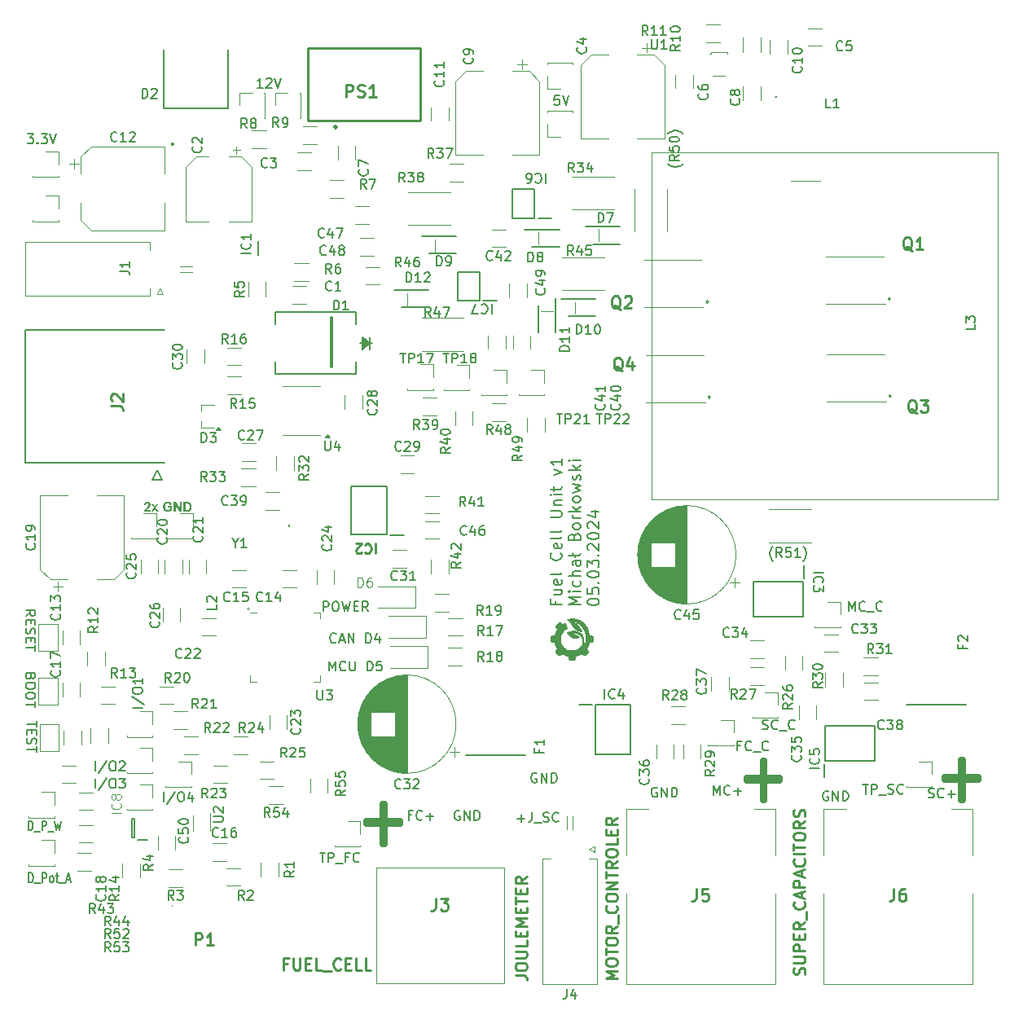
<source format=gbr>
%TF.GenerationSoftware,KiCad,Pcbnew,8.0.0*%
%TF.CreationDate,2024-03-30T16:18:18+01:00*%
%TF.ProjectId,schematic-main,73636865-6d61-4746-9963-2d6d61696e2e,rev?*%
%TF.SameCoordinates,Original*%
%TF.FileFunction,Legend,Top*%
%TF.FilePolarity,Positive*%
%FSLAX46Y46*%
G04 Gerber Fmt 4.6, Leading zero omitted, Abs format (unit mm)*
G04 Created by KiCad (PCBNEW 8.0.0) date 2024-03-30 16:18:18*
%MOMM*%
%LPD*%
G01*
G04 APERTURE LIST*
%ADD10C,0.150000*%
%ADD11C,0.240000*%
%ADD12C,0.200000*%
%ADD13C,0.500000*%
%ADD14C,0.000000*%
%ADD15C,0.250000*%
%ADD16C,0.254000*%
%ADD17C,0.125000*%
%ADD18C,0.100000*%
%ADD19C,0.120000*%
%ADD20C,0.300000*%
%ADD21C,0.152400*%
%ADD22C,0.127000*%
G04 APERTURE END LIST*
D10*
X179189160Y-130822200D02*
X179332017Y-130869819D01*
X179332017Y-130869819D02*
X179570112Y-130869819D01*
X179570112Y-130869819D02*
X179665350Y-130822200D01*
X179665350Y-130822200D02*
X179712969Y-130774580D01*
X179712969Y-130774580D02*
X179760588Y-130679342D01*
X179760588Y-130679342D02*
X179760588Y-130584104D01*
X179760588Y-130584104D02*
X179712969Y-130488866D01*
X179712969Y-130488866D02*
X179665350Y-130441247D01*
X179665350Y-130441247D02*
X179570112Y-130393628D01*
X179570112Y-130393628D02*
X179379636Y-130346009D01*
X179379636Y-130346009D02*
X179284398Y-130298390D01*
X179284398Y-130298390D02*
X179236779Y-130250771D01*
X179236779Y-130250771D02*
X179189160Y-130155533D01*
X179189160Y-130155533D02*
X179189160Y-130060295D01*
X179189160Y-130060295D02*
X179236779Y-129965057D01*
X179236779Y-129965057D02*
X179284398Y-129917438D01*
X179284398Y-129917438D02*
X179379636Y-129869819D01*
X179379636Y-129869819D02*
X179617731Y-129869819D01*
X179617731Y-129869819D02*
X179760588Y-129917438D01*
X180760588Y-130774580D02*
X180712969Y-130822200D01*
X180712969Y-130822200D02*
X180570112Y-130869819D01*
X180570112Y-130869819D02*
X180474874Y-130869819D01*
X180474874Y-130869819D02*
X180332017Y-130822200D01*
X180332017Y-130822200D02*
X180236779Y-130726961D01*
X180236779Y-130726961D02*
X180189160Y-130631723D01*
X180189160Y-130631723D02*
X180141541Y-130441247D01*
X180141541Y-130441247D02*
X180141541Y-130298390D01*
X180141541Y-130298390D02*
X180189160Y-130107914D01*
X180189160Y-130107914D02*
X180236779Y-130012676D01*
X180236779Y-130012676D02*
X180332017Y-129917438D01*
X180332017Y-129917438D02*
X180474874Y-129869819D01*
X180474874Y-129869819D02*
X180570112Y-129869819D01*
X180570112Y-129869819D02*
X180712969Y-129917438D01*
X180712969Y-129917438D02*
X180760588Y-129965057D01*
X181189160Y-130488866D02*
X181951065Y-130488866D01*
X181570112Y-130869819D02*
X181570112Y-130107914D01*
D11*
X166283520Y-149213534D02*
X166340662Y-149042106D01*
X166340662Y-149042106D02*
X166340662Y-148756391D01*
X166340662Y-148756391D02*
X166283520Y-148642106D01*
X166283520Y-148642106D02*
X166226377Y-148584963D01*
X166226377Y-148584963D02*
X166112091Y-148527820D01*
X166112091Y-148527820D02*
X165997805Y-148527820D01*
X165997805Y-148527820D02*
X165883520Y-148584963D01*
X165883520Y-148584963D02*
X165826377Y-148642106D01*
X165826377Y-148642106D02*
X165769234Y-148756391D01*
X165769234Y-148756391D02*
X165712091Y-148984963D01*
X165712091Y-148984963D02*
X165654948Y-149099248D01*
X165654948Y-149099248D02*
X165597805Y-149156391D01*
X165597805Y-149156391D02*
X165483520Y-149213534D01*
X165483520Y-149213534D02*
X165369234Y-149213534D01*
X165369234Y-149213534D02*
X165254948Y-149156391D01*
X165254948Y-149156391D02*
X165197805Y-149099248D01*
X165197805Y-149099248D02*
X165140662Y-148984963D01*
X165140662Y-148984963D02*
X165140662Y-148699248D01*
X165140662Y-148699248D02*
X165197805Y-148527820D01*
X165140662Y-148013534D02*
X166112091Y-148013534D01*
X166112091Y-148013534D02*
X166226377Y-147956391D01*
X166226377Y-147956391D02*
X166283520Y-147899249D01*
X166283520Y-147899249D02*
X166340662Y-147784963D01*
X166340662Y-147784963D02*
X166340662Y-147556391D01*
X166340662Y-147556391D02*
X166283520Y-147442106D01*
X166283520Y-147442106D02*
X166226377Y-147384963D01*
X166226377Y-147384963D02*
X166112091Y-147327820D01*
X166112091Y-147327820D02*
X165140662Y-147327820D01*
X166340662Y-146756391D02*
X165140662Y-146756391D01*
X165140662Y-146756391D02*
X165140662Y-146299248D01*
X165140662Y-146299248D02*
X165197805Y-146184963D01*
X165197805Y-146184963D02*
X165254948Y-146127820D01*
X165254948Y-146127820D02*
X165369234Y-146070677D01*
X165369234Y-146070677D02*
X165540662Y-146070677D01*
X165540662Y-146070677D02*
X165654948Y-146127820D01*
X165654948Y-146127820D02*
X165712091Y-146184963D01*
X165712091Y-146184963D02*
X165769234Y-146299248D01*
X165769234Y-146299248D02*
X165769234Y-146756391D01*
X165712091Y-145556391D02*
X165712091Y-145156391D01*
X166340662Y-144984963D02*
X166340662Y-145556391D01*
X166340662Y-145556391D02*
X165140662Y-145556391D01*
X165140662Y-145556391D02*
X165140662Y-144984963D01*
X166340662Y-143784963D02*
X165769234Y-144184963D01*
X166340662Y-144470677D02*
X165140662Y-144470677D01*
X165140662Y-144470677D02*
X165140662Y-144013534D01*
X165140662Y-144013534D02*
X165197805Y-143899249D01*
X165197805Y-143899249D02*
X165254948Y-143842106D01*
X165254948Y-143842106D02*
X165369234Y-143784963D01*
X165369234Y-143784963D02*
X165540662Y-143784963D01*
X165540662Y-143784963D02*
X165654948Y-143842106D01*
X165654948Y-143842106D02*
X165712091Y-143899249D01*
X165712091Y-143899249D02*
X165769234Y-144013534D01*
X165769234Y-144013534D02*
X165769234Y-144470677D01*
X166454948Y-143556392D02*
X166454948Y-142642106D01*
X166226377Y-141670677D02*
X166283520Y-141727820D01*
X166283520Y-141727820D02*
X166340662Y-141899248D01*
X166340662Y-141899248D02*
X166340662Y-142013534D01*
X166340662Y-142013534D02*
X166283520Y-142184963D01*
X166283520Y-142184963D02*
X166169234Y-142299248D01*
X166169234Y-142299248D02*
X166054948Y-142356391D01*
X166054948Y-142356391D02*
X165826377Y-142413534D01*
X165826377Y-142413534D02*
X165654948Y-142413534D01*
X165654948Y-142413534D02*
X165426377Y-142356391D01*
X165426377Y-142356391D02*
X165312091Y-142299248D01*
X165312091Y-142299248D02*
X165197805Y-142184963D01*
X165197805Y-142184963D02*
X165140662Y-142013534D01*
X165140662Y-142013534D02*
X165140662Y-141899248D01*
X165140662Y-141899248D02*
X165197805Y-141727820D01*
X165197805Y-141727820D02*
X165254948Y-141670677D01*
X165997805Y-141213534D02*
X165997805Y-140642106D01*
X166340662Y-141327820D02*
X165140662Y-140927820D01*
X165140662Y-140927820D02*
X166340662Y-140527820D01*
X166340662Y-140127820D02*
X165140662Y-140127820D01*
X165140662Y-140127820D02*
X165140662Y-139670677D01*
X165140662Y-139670677D02*
X165197805Y-139556392D01*
X165197805Y-139556392D02*
X165254948Y-139499249D01*
X165254948Y-139499249D02*
X165369234Y-139442106D01*
X165369234Y-139442106D02*
X165540662Y-139442106D01*
X165540662Y-139442106D02*
X165654948Y-139499249D01*
X165654948Y-139499249D02*
X165712091Y-139556392D01*
X165712091Y-139556392D02*
X165769234Y-139670677D01*
X165769234Y-139670677D02*
X165769234Y-140127820D01*
X165997805Y-138984963D02*
X165997805Y-138413535D01*
X166340662Y-139099249D02*
X165140662Y-138699249D01*
X165140662Y-138699249D02*
X166340662Y-138299249D01*
X166226377Y-137213535D02*
X166283520Y-137270678D01*
X166283520Y-137270678D02*
X166340662Y-137442106D01*
X166340662Y-137442106D02*
X166340662Y-137556392D01*
X166340662Y-137556392D02*
X166283520Y-137727821D01*
X166283520Y-137727821D02*
X166169234Y-137842106D01*
X166169234Y-137842106D02*
X166054948Y-137899249D01*
X166054948Y-137899249D02*
X165826377Y-137956392D01*
X165826377Y-137956392D02*
X165654948Y-137956392D01*
X165654948Y-137956392D02*
X165426377Y-137899249D01*
X165426377Y-137899249D02*
X165312091Y-137842106D01*
X165312091Y-137842106D02*
X165197805Y-137727821D01*
X165197805Y-137727821D02*
X165140662Y-137556392D01*
X165140662Y-137556392D02*
X165140662Y-137442106D01*
X165140662Y-137442106D02*
X165197805Y-137270678D01*
X165197805Y-137270678D02*
X165254948Y-137213535D01*
X166340662Y-136699249D02*
X165140662Y-136699249D01*
X165140662Y-136299249D02*
X165140662Y-135613535D01*
X166340662Y-135956392D02*
X165140662Y-135956392D01*
X165140662Y-134984963D02*
X165140662Y-134756391D01*
X165140662Y-134756391D02*
X165197805Y-134642106D01*
X165197805Y-134642106D02*
X165312091Y-134527820D01*
X165312091Y-134527820D02*
X165540662Y-134470677D01*
X165540662Y-134470677D02*
X165940662Y-134470677D01*
X165940662Y-134470677D02*
X166169234Y-134527820D01*
X166169234Y-134527820D02*
X166283520Y-134642106D01*
X166283520Y-134642106D02*
X166340662Y-134756391D01*
X166340662Y-134756391D02*
X166340662Y-134984963D01*
X166340662Y-134984963D02*
X166283520Y-135099249D01*
X166283520Y-135099249D02*
X166169234Y-135213534D01*
X166169234Y-135213534D02*
X165940662Y-135270677D01*
X165940662Y-135270677D02*
X165540662Y-135270677D01*
X165540662Y-135270677D02*
X165312091Y-135213534D01*
X165312091Y-135213534D02*
X165197805Y-135099249D01*
X165197805Y-135099249D02*
X165140662Y-134984963D01*
X166340662Y-133270677D02*
X165769234Y-133670677D01*
X166340662Y-133956391D02*
X165140662Y-133956391D01*
X165140662Y-133956391D02*
X165140662Y-133499248D01*
X165140662Y-133499248D02*
X165197805Y-133384963D01*
X165197805Y-133384963D02*
X165254948Y-133327820D01*
X165254948Y-133327820D02*
X165369234Y-133270677D01*
X165369234Y-133270677D02*
X165540662Y-133270677D01*
X165540662Y-133270677D02*
X165654948Y-133327820D01*
X165654948Y-133327820D02*
X165712091Y-133384963D01*
X165712091Y-133384963D02*
X165769234Y-133499248D01*
X165769234Y-133499248D02*
X165769234Y-133956391D01*
X166283520Y-132813534D02*
X166340662Y-132642106D01*
X166340662Y-132642106D02*
X166340662Y-132356391D01*
X166340662Y-132356391D02*
X166283520Y-132242106D01*
X166283520Y-132242106D02*
X166226377Y-132184963D01*
X166226377Y-132184963D02*
X166112091Y-132127820D01*
X166112091Y-132127820D02*
X165997805Y-132127820D01*
X165997805Y-132127820D02*
X165883520Y-132184963D01*
X165883520Y-132184963D02*
X165826377Y-132242106D01*
X165826377Y-132242106D02*
X165769234Y-132356391D01*
X165769234Y-132356391D02*
X165712091Y-132584963D01*
X165712091Y-132584963D02*
X165654948Y-132699248D01*
X165654948Y-132699248D02*
X165597805Y-132756391D01*
X165597805Y-132756391D02*
X165483520Y-132813534D01*
X165483520Y-132813534D02*
X165369234Y-132813534D01*
X165369234Y-132813534D02*
X165254948Y-132756391D01*
X165254948Y-132756391D02*
X165197805Y-132699248D01*
X165197805Y-132699248D02*
X165140662Y-132584963D01*
X165140662Y-132584963D02*
X165140662Y-132299248D01*
X165140662Y-132299248D02*
X165197805Y-132127820D01*
X146840662Y-149656391D02*
X145640662Y-149656391D01*
X145640662Y-149656391D02*
X146497805Y-149256391D01*
X146497805Y-149256391D02*
X145640662Y-148856391D01*
X145640662Y-148856391D02*
X146840662Y-148856391D01*
X145640662Y-148056391D02*
X145640662Y-147827819D01*
X145640662Y-147827819D02*
X145697805Y-147713534D01*
X145697805Y-147713534D02*
X145812091Y-147599248D01*
X145812091Y-147599248D02*
X146040662Y-147542105D01*
X146040662Y-147542105D02*
X146440662Y-147542105D01*
X146440662Y-147542105D02*
X146669234Y-147599248D01*
X146669234Y-147599248D02*
X146783520Y-147713534D01*
X146783520Y-147713534D02*
X146840662Y-147827819D01*
X146840662Y-147827819D02*
X146840662Y-148056391D01*
X146840662Y-148056391D02*
X146783520Y-148170677D01*
X146783520Y-148170677D02*
X146669234Y-148284962D01*
X146669234Y-148284962D02*
X146440662Y-148342105D01*
X146440662Y-148342105D02*
X146040662Y-148342105D01*
X146040662Y-148342105D02*
X145812091Y-148284962D01*
X145812091Y-148284962D02*
X145697805Y-148170677D01*
X145697805Y-148170677D02*
X145640662Y-148056391D01*
X145640662Y-147199248D02*
X145640662Y-146513534D01*
X146840662Y-146856391D02*
X145640662Y-146856391D01*
X145640662Y-145884962D02*
X145640662Y-145656390D01*
X145640662Y-145656390D02*
X145697805Y-145542105D01*
X145697805Y-145542105D02*
X145812091Y-145427819D01*
X145812091Y-145427819D02*
X146040662Y-145370676D01*
X146040662Y-145370676D02*
X146440662Y-145370676D01*
X146440662Y-145370676D02*
X146669234Y-145427819D01*
X146669234Y-145427819D02*
X146783520Y-145542105D01*
X146783520Y-145542105D02*
X146840662Y-145656390D01*
X146840662Y-145656390D02*
X146840662Y-145884962D01*
X146840662Y-145884962D02*
X146783520Y-145999248D01*
X146783520Y-145999248D02*
X146669234Y-146113533D01*
X146669234Y-146113533D02*
X146440662Y-146170676D01*
X146440662Y-146170676D02*
X146040662Y-146170676D01*
X146040662Y-146170676D02*
X145812091Y-146113533D01*
X145812091Y-146113533D02*
X145697805Y-145999248D01*
X145697805Y-145999248D02*
X145640662Y-145884962D01*
X146840662Y-144170676D02*
X146269234Y-144570676D01*
X146840662Y-144856390D02*
X145640662Y-144856390D01*
X145640662Y-144856390D02*
X145640662Y-144399247D01*
X145640662Y-144399247D02*
X145697805Y-144284962D01*
X145697805Y-144284962D02*
X145754948Y-144227819D01*
X145754948Y-144227819D02*
X145869234Y-144170676D01*
X145869234Y-144170676D02*
X146040662Y-144170676D01*
X146040662Y-144170676D02*
X146154948Y-144227819D01*
X146154948Y-144227819D02*
X146212091Y-144284962D01*
X146212091Y-144284962D02*
X146269234Y-144399247D01*
X146269234Y-144399247D02*
X146269234Y-144856390D01*
X146954948Y-143942105D02*
X146954948Y-143027819D01*
X146726377Y-142056390D02*
X146783520Y-142113533D01*
X146783520Y-142113533D02*
X146840662Y-142284961D01*
X146840662Y-142284961D02*
X146840662Y-142399247D01*
X146840662Y-142399247D02*
X146783520Y-142570676D01*
X146783520Y-142570676D02*
X146669234Y-142684961D01*
X146669234Y-142684961D02*
X146554948Y-142742104D01*
X146554948Y-142742104D02*
X146326377Y-142799247D01*
X146326377Y-142799247D02*
X146154948Y-142799247D01*
X146154948Y-142799247D02*
X145926377Y-142742104D01*
X145926377Y-142742104D02*
X145812091Y-142684961D01*
X145812091Y-142684961D02*
X145697805Y-142570676D01*
X145697805Y-142570676D02*
X145640662Y-142399247D01*
X145640662Y-142399247D02*
X145640662Y-142284961D01*
X145640662Y-142284961D02*
X145697805Y-142113533D01*
X145697805Y-142113533D02*
X145754948Y-142056390D01*
X145640662Y-141313533D02*
X145640662Y-141084961D01*
X145640662Y-141084961D02*
X145697805Y-140970676D01*
X145697805Y-140970676D02*
X145812091Y-140856390D01*
X145812091Y-140856390D02*
X146040662Y-140799247D01*
X146040662Y-140799247D02*
X146440662Y-140799247D01*
X146440662Y-140799247D02*
X146669234Y-140856390D01*
X146669234Y-140856390D02*
X146783520Y-140970676D01*
X146783520Y-140970676D02*
X146840662Y-141084961D01*
X146840662Y-141084961D02*
X146840662Y-141313533D01*
X146840662Y-141313533D02*
X146783520Y-141427819D01*
X146783520Y-141427819D02*
X146669234Y-141542104D01*
X146669234Y-141542104D02*
X146440662Y-141599247D01*
X146440662Y-141599247D02*
X146040662Y-141599247D01*
X146040662Y-141599247D02*
X145812091Y-141542104D01*
X145812091Y-141542104D02*
X145697805Y-141427819D01*
X145697805Y-141427819D02*
X145640662Y-141313533D01*
X146840662Y-140284961D02*
X145640662Y-140284961D01*
X145640662Y-140284961D02*
X146840662Y-139599247D01*
X146840662Y-139599247D02*
X145640662Y-139599247D01*
X145640662Y-139199247D02*
X145640662Y-138513533D01*
X146840662Y-138856390D02*
X145640662Y-138856390D01*
X146840662Y-137427818D02*
X146269234Y-137827818D01*
X146840662Y-138113532D02*
X145640662Y-138113532D01*
X145640662Y-138113532D02*
X145640662Y-137656389D01*
X145640662Y-137656389D02*
X145697805Y-137542104D01*
X145697805Y-137542104D02*
X145754948Y-137484961D01*
X145754948Y-137484961D02*
X145869234Y-137427818D01*
X145869234Y-137427818D02*
X146040662Y-137427818D01*
X146040662Y-137427818D02*
X146154948Y-137484961D01*
X146154948Y-137484961D02*
X146212091Y-137542104D01*
X146212091Y-137542104D02*
X146269234Y-137656389D01*
X146269234Y-137656389D02*
X146269234Y-138113532D01*
X145640662Y-136684961D02*
X145640662Y-136456389D01*
X145640662Y-136456389D02*
X145697805Y-136342104D01*
X145697805Y-136342104D02*
X145812091Y-136227818D01*
X145812091Y-136227818D02*
X146040662Y-136170675D01*
X146040662Y-136170675D02*
X146440662Y-136170675D01*
X146440662Y-136170675D02*
X146669234Y-136227818D01*
X146669234Y-136227818D02*
X146783520Y-136342104D01*
X146783520Y-136342104D02*
X146840662Y-136456389D01*
X146840662Y-136456389D02*
X146840662Y-136684961D01*
X146840662Y-136684961D02*
X146783520Y-136799247D01*
X146783520Y-136799247D02*
X146669234Y-136913532D01*
X146669234Y-136913532D02*
X146440662Y-136970675D01*
X146440662Y-136970675D02*
X146040662Y-136970675D01*
X146040662Y-136970675D02*
X145812091Y-136913532D01*
X145812091Y-136913532D02*
X145697805Y-136799247D01*
X145697805Y-136799247D02*
X145640662Y-136684961D01*
X146840662Y-135084961D02*
X146840662Y-135656389D01*
X146840662Y-135656389D02*
X145640662Y-135656389D01*
X146212091Y-134684960D02*
X146212091Y-134284960D01*
X146840662Y-134113532D02*
X146840662Y-134684960D01*
X146840662Y-134684960D02*
X145640662Y-134684960D01*
X145640662Y-134684960D02*
X145640662Y-134113532D01*
X146840662Y-132913532D02*
X146269234Y-133313532D01*
X146840662Y-133599246D02*
X145640662Y-133599246D01*
X145640662Y-133599246D02*
X145640662Y-133142103D01*
X145640662Y-133142103D02*
X145697805Y-133027818D01*
X145697805Y-133027818D02*
X145754948Y-132970675D01*
X145754948Y-132970675D02*
X145869234Y-132913532D01*
X145869234Y-132913532D02*
X146040662Y-132913532D01*
X146040662Y-132913532D02*
X146154948Y-132970675D01*
X146154948Y-132970675D02*
X146212091Y-133027818D01*
X146212091Y-133027818D02*
X146269234Y-133142103D01*
X146269234Y-133142103D02*
X146269234Y-133599246D01*
X136240662Y-149313534D02*
X137097805Y-149313534D01*
X137097805Y-149313534D02*
X137269234Y-149370677D01*
X137269234Y-149370677D02*
X137383520Y-149484963D01*
X137383520Y-149484963D02*
X137440662Y-149656391D01*
X137440662Y-149656391D02*
X137440662Y-149770677D01*
X136240662Y-148513534D02*
X136240662Y-148284962D01*
X136240662Y-148284962D02*
X136297805Y-148170677D01*
X136297805Y-148170677D02*
X136412091Y-148056391D01*
X136412091Y-148056391D02*
X136640662Y-147999248D01*
X136640662Y-147999248D02*
X137040662Y-147999248D01*
X137040662Y-147999248D02*
X137269234Y-148056391D01*
X137269234Y-148056391D02*
X137383520Y-148170677D01*
X137383520Y-148170677D02*
X137440662Y-148284962D01*
X137440662Y-148284962D02*
X137440662Y-148513534D01*
X137440662Y-148513534D02*
X137383520Y-148627820D01*
X137383520Y-148627820D02*
X137269234Y-148742105D01*
X137269234Y-148742105D02*
X137040662Y-148799248D01*
X137040662Y-148799248D02*
X136640662Y-148799248D01*
X136640662Y-148799248D02*
X136412091Y-148742105D01*
X136412091Y-148742105D02*
X136297805Y-148627820D01*
X136297805Y-148627820D02*
X136240662Y-148513534D01*
X136240662Y-147484962D02*
X137212091Y-147484962D01*
X137212091Y-147484962D02*
X137326377Y-147427819D01*
X137326377Y-147427819D02*
X137383520Y-147370677D01*
X137383520Y-147370677D02*
X137440662Y-147256391D01*
X137440662Y-147256391D02*
X137440662Y-147027819D01*
X137440662Y-147027819D02*
X137383520Y-146913534D01*
X137383520Y-146913534D02*
X137326377Y-146856391D01*
X137326377Y-146856391D02*
X137212091Y-146799248D01*
X137212091Y-146799248D02*
X136240662Y-146799248D01*
X137440662Y-145656391D02*
X137440662Y-146227819D01*
X137440662Y-146227819D02*
X136240662Y-146227819D01*
X136812091Y-145256390D02*
X136812091Y-144856390D01*
X137440662Y-144684962D02*
X137440662Y-145256390D01*
X137440662Y-145256390D02*
X136240662Y-145256390D01*
X136240662Y-145256390D02*
X136240662Y-144684962D01*
X137440662Y-144170676D02*
X136240662Y-144170676D01*
X136240662Y-144170676D02*
X137097805Y-143770676D01*
X137097805Y-143770676D02*
X136240662Y-143370676D01*
X136240662Y-143370676D02*
X137440662Y-143370676D01*
X136812091Y-142799247D02*
X136812091Y-142399247D01*
X137440662Y-142227819D02*
X137440662Y-142799247D01*
X137440662Y-142799247D02*
X136240662Y-142799247D01*
X136240662Y-142799247D02*
X136240662Y-142227819D01*
X136240662Y-141884962D02*
X136240662Y-141199248D01*
X137440662Y-141542105D02*
X136240662Y-141542105D01*
X136812091Y-140799247D02*
X136812091Y-140399247D01*
X137440662Y-140227819D02*
X137440662Y-140799247D01*
X137440662Y-140799247D02*
X136240662Y-140799247D01*
X136240662Y-140799247D02*
X136240662Y-140227819D01*
X137440662Y-139027819D02*
X136869234Y-139427819D01*
X137440662Y-139713533D02*
X136240662Y-139713533D01*
X136240662Y-139713533D02*
X136240662Y-139256390D01*
X136240662Y-139256390D02*
X136297805Y-139142105D01*
X136297805Y-139142105D02*
X136354948Y-139084962D01*
X136354948Y-139084962D02*
X136469234Y-139027819D01*
X136469234Y-139027819D02*
X136640662Y-139027819D01*
X136640662Y-139027819D02*
X136754948Y-139084962D01*
X136754948Y-139084962D02*
X136812091Y-139142105D01*
X136812091Y-139142105D02*
X136869234Y-139256390D01*
X136869234Y-139256390D02*
X136869234Y-139713533D01*
X112543608Y-148112091D02*
X112143608Y-148112091D01*
X112143608Y-148740662D02*
X112143608Y-147540662D01*
X112143608Y-147540662D02*
X112715036Y-147540662D01*
X113172179Y-147540662D02*
X113172179Y-148512091D01*
X113172179Y-148512091D02*
X113229322Y-148626377D01*
X113229322Y-148626377D02*
X113286465Y-148683520D01*
X113286465Y-148683520D02*
X113400750Y-148740662D01*
X113400750Y-148740662D02*
X113629322Y-148740662D01*
X113629322Y-148740662D02*
X113743607Y-148683520D01*
X113743607Y-148683520D02*
X113800750Y-148626377D01*
X113800750Y-148626377D02*
X113857893Y-148512091D01*
X113857893Y-148512091D02*
X113857893Y-147540662D01*
X114429322Y-148112091D02*
X114829322Y-148112091D01*
X115000750Y-148740662D02*
X114429322Y-148740662D01*
X114429322Y-148740662D02*
X114429322Y-147540662D01*
X114429322Y-147540662D02*
X115000750Y-147540662D01*
X116086464Y-148740662D02*
X115515036Y-148740662D01*
X115515036Y-148740662D02*
X115515036Y-147540662D01*
X116200751Y-148854948D02*
X117115036Y-148854948D01*
X118086465Y-148626377D02*
X118029322Y-148683520D01*
X118029322Y-148683520D02*
X117857894Y-148740662D01*
X117857894Y-148740662D02*
X117743608Y-148740662D01*
X117743608Y-148740662D02*
X117572179Y-148683520D01*
X117572179Y-148683520D02*
X117457894Y-148569234D01*
X117457894Y-148569234D02*
X117400751Y-148454948D01*
X117400751Y-148454948D02*
X117343608Y-148226377D01*
X117343608Y-148226377D02*
X117343608Y-148054948D01*
X117343608Y-148054948D02*
X117400751Y-147826377D01*
X117400751Y-147826377D02*
X117457894Y-147712091D01*
X117457894Y-147712091D02*
X117572179Y-147597805D01*
X117572179Y-147597805D02*
X117743608Y-147540662D01*
X117743608Y-147540662D02*
X117857894Y-147540662D01*
X117857894Y-147540662D02*
X118029322Y-147597805D01*
X118029322Y-147597805D02*
X118086465Y-147654948D01*
X118600751Y-148112091D02*
X119000751Y-148112091D01*
X119172179Y-148740662D02*
X118600751Y-148740662D01*
X118600751Y-148740662D02*
X118600751Y-147540662D01*
X118600751Y-147540662D02*
X119172179Y-147540662D01*
X120257893Y-148740662D02*
X119686465Y-148740662D01*
X119686465Y-148740662D02*
X119686465Y-147540662D01*
X121229322Y-148740662D02*
X120657894Y-148740662D01*
X120657894Y-148740662D02*
X120657894Y-147540662D01*
D12*
X116279673Y-111457219D02*
X116279673Y-110457219D01*
X116279673Y-110457219D02*
X116660625Y-110457219D01*
X116660625Y-110457219D02*
X116755863Y-110504838D01*
X116755863Y-110504838D02*
X116803482Y-110552457D01*
X116803482Y-110552457D02*
X116851101Y-110647695D01*
X116851101Y-110647695D02*
X116851101Y-110790552D01*
X116851101Y-110790552D02*
X116803482Y-110885790D01*
X116803482Y-110885790D02*
X116755863Y-110933409D01*
X116755863Y-110933409D02*
X116660625Y-110981028D01*
X116660625Y-110981028D02*
X116279673Y-110981028D01*
X117470149Y-110457219D02*
X117660625Y-110457219D01*
X117660625Y-110457219D02*
X117755863Y-110504838D01*
X117755863Y-110504838D02*
X117851101Y-110600076D01*
X117851101Y-110600076D02*
X117898720Y-110790552D01*
X117898720Y-110790552D02*
X117898720Y-111123885D01*
X117898720Y-111123885D02*
X117851101Y-111314361D01*
X117851101Y-111314361D02*
X117755863Y-111409600D01*
X117755863Y-111409600D02*
X117660625Y-111457219D01*
X117660625Y-111457219D02*
X117470149Y-111457219D01*
X117470149Y-111457219D02*
X117374911Y-111409600D01*
X117374911Y-111409600D02*
X117279673Y-111314361D01*
X117279673Y-111314361D02*
X117232054Y-111123885D01*
X117232054Y-111123885D02*
X117232054Y-110790552D01*
X117232054Y-110790552D02*
X117279673Y-110600076D01*
X117279673Y-110600076D02*
X117374911Y-110504838D01*
X117374911Y-110504838D02*
X117470149Y-110457219D01*
X118232054Y-110457219D02*
X118470149Y-111457219D01*
X118470149Y-111457219D02*
X118660625Y-110742933D01*
X118660625Y-110742933D02*
X118851101Y-111457219D01*
X118851101Y-111457219D02*
X119089197Y-110457219D01*
X119470149Y-110933409D02*
X119803482Y-110933409D01*
X119946339Y-111457219D02*
X119470149Y-111457219D01*
X119470149Y-111457219D02*
X119470149Y-110457219D01*
X119470149Y-110457219D02*
X119946339Y-110457219D01*
X120946339Y-111457219D02*
X120613006Y-110981028D01*
X120374911Y-111457219D02*
X120374911Y-110457219D01*
X120374911Y-110457219D02*
X120755863Y-110457219D01*
X120755863Y-110457219D02*
X120851101Y-110504838D01*
X120851101Y-110504838D02*
X120898720Y-110552457D01*
X120898720Y-110552457D02*
X120946339Y-110647695D01*
X120946339Y-110647695D02*
X120946339Y-110790552D01*
X120946339Y-110790552D02*
X120898720Y-110885790D01*
X120898720Y-110885790D02*
X120851101Y-110933409D01*
X120851101Y-110933409D02*
X120755863Y-110981028D01*
X120755863Y-110981028D02*
X120374911Y-110981028D01*
D10*
X156836779Y-130569819D02*
X156836779Y-129569819D01*
X156836779Y-129569819D02*
X157170112Y-130284104D01*
X157170112Y-130284104D02*
X157503445Y-129569819D01*
X157503445Y-129569819D02*
X157503445Y-130569819D01*
X158551064Y-130474580D02*
X158503445Y-130522200D01*
X158503445Y-130522200D02*
X158360588Y-130569819D01*
X158360588Y-130569819D02*
X158265350Y-130569819D01*
X158265350Y-130569819D02*
X158122493Y-130522200D01*
X158122493Y-130522200D02*
X158027255Y-130426961D01*
X158027255Y-130426961D02*
X157979636Y-130331723D01*
X157979636Y-130331723D02*
X157932017Y-130141247D01*
X157932017Y-130141247D02*
X157932017Y-129998390D01*
X157932017Y-129998390D02*
X157979636Y-129807914D01*
X157979636Y-129807914D02*
X158027255Y-129712676D01*
X158027255Y-129712676D02*
X158122493Y-129617438D01*
X158122493Y-129617438D02*
X158265350Y-129569819D01*
X158265350Y-129569819D02*
X158360588Y-129569819D01*
X158360588Y-129569819D02*
X158503445Y-129617438D01*
X158503445Y-129617438D02*
X158551064Y-129665057D01*
X158979636Y-130188866D02*
X159741541Y-130188866D01*
X159360588Y-130569819D02*
X159360588Y-129807914D01*
X136436779Y-132988866D02*
X137198684Y-132988866D01*
X136817731Y-133369819D02*
X136817731Y-132607914D01*
X137960588Y-132369819D02*
X137960588Y-133084104D01*
X137960588Y-133084104D02*
X137912969Y-133226961D01*
X137912969Y-133226961D02*
X137817731Y-133322200D01*
X137817731Y-133322200D02*
X137674874Y-133369819D01*
X137674874Y-133369819D02*
X137579636Y-133369819D01*
X138198684Y-133465057D02*
X138960588Y-133465057D01*
X139151065Y-133322200D02*
X139293922Y-133369819D01*
X139293922Y-133369819D02*
X139532017Y-133369819D01*
X139532017Y-133369819D02*
X139627255Y-133322200D01*
X139627255Y-133322200D02*
X139674874Y-133274580D01*
X139674874Y-133274580D02*
X139722493Y-133179342D01*
X139722493Y-133179342D02*
X139722493Y-133084104D01*
X139722493Y-133084104D02*
X139674874Y-132988866D01*
X139674874Y-132988866D02*
X139627255Y-132941247D01*
X139627255Y-132941247D02*
X139532017Y-132893628D01*
X139532017Y-132893628D02*
X139341541Y-132846009D01*
X139341541Y-132846009D02*
X139246303Y-132798390D01*
X139246303Y-132798390D02*
X139198684Y-132750771D01*
X139198684Y-132750771D02*
X139151065Y-132655533D01*
X139151065Y-132655533D02*
X139151065Y-132560295D01*
X139151065Y-132560295D02*
X139198684Y-132465057D01*
X139198684Y-132465057D02*
X139246303Y-132417438D01*
X139246303Y-132417438D02*
X139341541Y-132369819D01*
X139341541Y-132369819D02*
X139579636Y-132369819D01*
X139579636Y-132369819D02*
X139722493Y-132417438D01*
X140722493Y-133274580D02*
X140674874Y-133322200D01*
X140674874Y-133322200D02*
X140532017Y-133369819D01*
X140532017Y-133369819D02*
X140436779Y-133369819D01*
X140436779Y-133369819D02*
X140293922Y-133322200D01*
X140293922Y-133322200D02*
X140198684Y-133226961D01*
X140198684Y-133226961D02*
X140151065Y-133131723D01*
X140151065Y-133131723D02*
X140103446Y-132941247D01*
X140103446Y-132941247D02*
X140103446Y-132798390D01*
X140103446Y-132798390D02*
X140151065Y-132607914D01*
X140151065Y-132607914D02*
X140198684Y-132512676D01*
X140198684Y-132512676D02*
X140293922Y-132417438D01*
X140293922Y-132417438D02*
X140436779Y-132369819D01*
X140436779Y-132369819D02*
X140532017Y-132369819D01*
X140532017Y-132369819D02*
X140674874Y-132417438D01*
X140674874Y-132417438D02*
X140722493Y-132465057D01*
X125470112Y-132646009D02*
X125136779Y-132646009D01*
X125136779Y-133169819D02*
X125136779Y-132169819D01*
X125136779Y-132169819D02*
X125612969Y-132169819D01*
X126565350Y-133074580D02*
X126517731Y-133122200D01*
X126517731Y-133122200D02*
X126374874Y-133169819D01*
X126374874Y-133169819D02*
X126279636Y-133169819D01*
X126279636Y-133169819D02*
X126136779Y-133122200D01*
X126136779Y-133122200D02*
X126041541Y-133026961D01*
X126041541Y-133026961D02*
X125993922Y-132931723D01*
X125993922Y-132931723D02*
X125946303Y-132741247D01*
X125946303Y-132741247D02*
X125946303Y-132598390D01*
X125946303Y-132598390D02*
X125993922Y-132407914D01*
X125993922Y-132407914D02*
X126041541Y-132312676D01*
X126041541Y-132312676D02*
X126136779Y-132217438D01*
X126136779Y-132217438D02*
X126279636Y-132169819D01*
X126279636Y-132169819D02*
X126374874Y-132169819D01*
X126374874Y-132169819D02*
X126517731Y-132217438D01*
X126517731Y-132217438D02*
X126565350Y-132265057D01*
X126993922Y-132788866D02*
X127755827Y-132788866D01*
X127374874Y-133169819D02*
X127374874Y-132407914D01*
X130460588Y-132217438D02*
X130365350Y-132169819D01*
X130365350Y-132169819D02*
X130222493Y-132169819D01*
X130222493Y-132169819D02*
X130079636Y-132217438D01*
X130079636Y-132217438D02*
X129984398Y-132312676D01*
X129984398Y-132312676D02*
X129936779Y-132407914D01*
X129936779Y-132407914D02*
X129889160Y-132598390D01*
X129889160Y-132598390D02*
X129889160Y-132741247D01*
X129889160Y-132741247D02*
X129936779Y-132931723D01*
X129936779Y-132931723D02*
X129984398Y-133026961D01*
X129984398Y-133026961D02*
X130079636Y-133122200D01*
X130079636Y-133122200D02*
X130222493Y-133169819D01*
X130222493Y-133169819D02*
X130317731Y-133169819D01*
X130317731Y-133169819D02*
X130460588Y-133122200D01*
X130460588Y-133122200D02*
X130508207Y-133074580D01*
X130508207Y-133074580D02*
X130508207Y-132741247D01*
X130508207Y-132741247D02*
X130317731Y-132741247D01*
X130936779Y-133169819D02*
X130936779Y-132169819D01*
X130936779Y-132169819D02*
X131508207Y-133169819D01*
X131508207Y-133169819D02*
X131508207Y-132169819D01*
X131984398Y-133169819D02*
X131984398Y-132169819D01*
X131984398Y-132169819D02*
X132222493Y-132169819D01*
X132222493Y-132169819D02*
X132365350Y-132217438D01*
X132365350Y-132217438D02*
X132460588Y-132312676D01*
X132460588Y-132312676D02*
X132508207Y-132407914D01*
X132508207Y-132407914D02*
X132555826Y-132598390D01*
X132555826Y-132598390D02*
X132555826Y-132741247D01*
X132555826Y-132741247D02*
X132508207Y-132931723D01*
X132508207Y-132931723D02*
X132460588Y-133026961D01*
X132460588Y-133026961D02*
X132365350Y-133122200D01*
X132365350Y-133122200D02*
X132222493Y-133169819D01*
X132222493Y-133169819D02*
X131984398Y-133169819D01*
X138460588Y-128317438D02*
X138365350Y-128269819D01*
X138365350Y-128269819D02*
X138222493Y-128269819D01*
X138222493Y-128269819D02*
X138079636Y-128317438D01*
X138079636Y-128317438D02*
X137984398Y-128412676D01*
X137984398Y-128412676D02*
X137936779Y-128507914D01*
X137936779Y-128507914D02*
X137889160Y-128698390D01*
X137889160Y-128698390D02*
X137889160Y-128841247D01*
X137889160Y-128841247D02*
X137936779Y-129031723D01*
X137936779Y-129031723D02*
X137984398Y-129126961D01*
X137984398Y-129126961D02*
X138079636Y-129222200D01*
X138079636Y-129222200D02*
X138222493Y-129269819D01*
X138222493Y-129269819D02*
X138317731Y-129269819D01*
X138317731Y-129269819D02*
X138460588Y-129222200D01*
X138460588Y-129222200D02*
X138508207Y-129174580D01*
X138508207Y-129174580D02*
X138508207Y-128841247D01*
X138508207Y-128841247D02*
X138317731Y-128841247D01*
X138936779Y-129269819D02*
X138936779Y-128269819D01*
X138936779Y-128269819D02*
X139508207Y-129269819D01*
X139508207Y-129269819D02*
X139508207Y-128269819D01*
X139984398Y-129269819D02*
X139984398Y-128269819D01*
X139984398Y-128269819D02*
X140222493Y-128269819D01*
X140222493Y-128269819D02*
X140365350Y-128317438D01*
X140365350Y-128317438D02*
X140460588Y-128412676D01*
X140460588Y-128412676D02*
X140508207Y-128507914D01*
X140508207Y-128507914D02*
X140555826Y-128698390D01*
X140555826Y-128698390D02*
X140555826Y-128841247D01*
X140555826Y-128841247D02*
X140508207Y-129031723D01*
X140508207Y-129031723D02*
X140460588Y-129126961D01*
X140460588Y-129126961D02*
X140365350Y-129222200D01*
X140365350Y-129222200D02*
X140222493Y-129269819D01*
X140222493Y-129269819D02*
X139984398Y-129269819D01*
X150960588Y-129817438D02*
X150865350Y-129769819D01*
X150865350Y-129769819D02*
X150722493Y-129769819D01*
X150722493Y-129769819D02*
X150579636Y-129817438D01*
X150579636Y-129817438D02*
X150484398Y-129912676D01*
X150484398Y-129912676D02*
X150436779Y-130007914D01*
X150436779Y-130007914D02*
X150389160Y-130198390D01*
X150389160Y-130198390D02*
X150389160Y-130341247D01*
X150389160Y-130341247D02*
X150436779Y-130531723D01*
X150436779Y-130531723D02*
X150484398Y-130626961D01*
X150484398Y-130626961D02*
X150579636Y-130722200D01*
X150579636Y-130722200D02*
X150722493Y-130769819D01*
X150722493Y-130769819D02*
X150817731Y-130769819D01*
X150817731Y-130769819D02*
X150960588Y-130722200D01*
X150960588Y-130722200D02*
X151008207Y-130674580D01*
X151008207Y-130674580D02*
X151008207Y-130341247D01*
X151008207Y-130341247D02*
X150817731Y-130341247D01*
X151436779Y-130769819D02*
X151436779Y-129769819D01*
X151436779Y-129769819D02*
X152008207Y-130769819D01*
X152008207Y-130769819D02*
X152008207Y-129769819D01*
X152484398Y-130769819D02*
X152484398Y-129769819D01*
X152484398Y-129769819D02*
X152722493Y-129769819D01*
X152722493Y-129769819D02*
X152865350Y-129817438D01*
X152865350Y-129817438D02*
X152960588Y-129912676D01*
X152960588Y-129912676D02*
X153008207Y-130007914D01*
X153008207Y-130007914D02*
X153055826Y-130198390D01*
X153055826Y-130198390D02*
X153055826Y-130341247D01*
X153055826Y-130341247D02*
X153008207Y-130531723D01*
X153008207Y-130531723D02*
X152960588Y-130626961D01*
X152960588Y-130626961D02*
X152865350Y-130722200D01*
X152865350Y-130722200D02*
X152722493Y-130769819D01*
X152722493Y-130769819D02*
X152484398Y-130769819D01*
X168760588Y-130217438D02*
X168665350Y-130169819D01*
X168665350Y-130169819D02*
X168522493Y-130169819D01*
X168522493Y-130169819D02*
X168379636Y-130217438D01*
X168379636Y-130217438D02*
X168284398Y-130312676D01*
X168284398Y-130312676D02*
X168236779Y-130407914D01*
X168236779Y-130407914D02*
X168189160Y-130598390D01*
X168189160Y-130598390D02*
X168189160Y-130741247D01*
X168189160Y-130741247D02*
X168236779Y-130931723D01*
X168236779Y-130931723D02*
X168284398Y-131026961D01*
X168284398Y-131026961D02*
X168379636Y-131122200D01*
X168379636Y-131122200D02*
X168522493Y-131169819D01*
X168522493Y-131169819D02*
X168617731Y-131169819D01*
X168617731Y-131169819D02*
X168760588Y-131122200D01*
X168760588Y-131122200D02*
X168808207Y-131074580D01*
X168808207Y-131074580D02*
X168808207Y-130741247D01*
X168808207Y-130741247D02*
X168617731Y-130741247D01*
X169236779Y-131169819D02*
X169236779Y-130169819D01*
X169236779Y-130169819D02*
X169808207Y-131169819D01*
X169808207Y-131169819D02*
X169808207Y-130169819D01*
X170284398Y-131169819D02*
X170284398Y-130169819D01*
X170284398Y-130169819D02*
X170522493Y-130169819D01*
X170522493Y-130169819D02*
X170665350Y-130217438D01*
X170665350Y-130217438D02*
X170760588Y-130312676D01*
X170760588Y-130312676D02*
X170808207Y-130407914D01*
X170808207Y-130407914D02*
X170855826Y-130598390D01*
X170855826Y-130598390D02*
X170855826Y-130741247D01*
X170855826Y-130741247D02*
X170808207Y-130931723D01*
X170808207Y-130931723D02*
X170760588Y-131026961D01*
X170760588Y-131026961D02*
X170665350Y-131122200D01*
X170665350Y-131122200D02*
X170522493Y-131169819D01*
X170522493Y-131169819D02*
X170284398Y-131169819D01*
D13*
X122400000Y-131400000D02*
X122700000Y-131400000D01*
X122700000Y-135700000D01*
X122400000Y-135700000D01*
X122400000Y-131400000D01*
X120700000Y-133200000D02*
X124300000Y-133200000D01*
X124300000Y-133600000D01*
X120700000Y-133600000D01*
X120700000Y-133200000D01*
X161900000Y-126900000D02*
X162200000Y-126900000D01*
X162200000Y-131200000D01*
X161900000Y-131200000D01*
X161900000Y-126900000D01*
X182500000Y-126850000D02*
X182800000Y-126850000D01*
X182800000Y-131150000D01*
X182500000Y-131150000D01*
X182500000Y-126850000D01*
X160200000Y-128700000D02*
X163800000Y-128700000D01*
X163800000Y-129100000D01*
X160200000Y-129100000D01*
X160200000Y-128700000D01*
X180800000Y-128650000D02*
X184400000Y-128650000D01*
X184400000Y-129050000D01*
X180800000Y-129050000D01*
X180800000Y-128650000D01*
D14*
G36*
X142268159Y-112224658D02*
G01*
X142319918Y-112229257D01*
X142378126Y-112235221D01*
X142439311Y-112242238D01*
X142500000Y-112250000D01*
X142556720Y-112258196D01*
X142605999Y-112266516D01*
X142644363Y-112274650D01*
X142775001Y-112311443D01*
X142834119Y-112329995D01*
X142862996Y-112339988D01*
X142891748Y-112350717D01*
X142920625Y-112362377D01*
X142949874Y-112375160D01*
X142979743Y-112389262D01*
X143010480Y-112404874D01*
X143042334Y-112422192D01*
X143075551Y-112441410D01*
X143110381Y-112462720D01*
X143147072Y-112486316D01*
X143177867Y-112506753D01*
X143208639Y-112528267D01*
X143239240Y-112550696D01*
X143269524Y-112573877D01*
X143299342Y-112597647D01*
X143328549Y-112621843D01*
X143356995Y-112646303D01*
X143384535Y-112670863D01*
X143411020Y-112695362D01*
X143436304Y-112719636D01*
X143460240Y-112743522D01*
X143482679Y-112766858D01*
X143503475Y-112789480D01*
X143522480Y-112811227D01*
X143539547Y-112831935D01*
X143554530Y-112851442D01*
X143611270Y-112927861D01*
X143636269Y-112962667D01*
X143659205Y-112995474D01*
X143680220Y-113026483D01*
X143699451Y-113055894D01*
X143717039Y-113083911D01*
X143733123Y-113110733D01*
X143747843Y-113136564D01*
X143761339Y-113161603D01*
X143773749Y-113186054D01*
X143785213Y-113210117D01*
X143795871Y-113233994D01*
X143805863Y-113257887D01*
X143815328Y-113281997D01*
X143824405Y-113306525D01*
X143843044Y-113356604D01*
X143859420Y-113403801D01*
X143873750Y-113448330D01*
X143886251Y-113490410D01*
X143897139Y-113530258D01*
X143906632Y-113568090D01*
X143922300Y-113638577D01*
X143946444Y-113764915D01*
X143958391Y-113824240D01*
X143965094Y-113853701D01*
X143972571Y-113883317D01*
X143975795Y-113893169D01*
X143979506Y-113902850D01*
X143983699Y-113912315D01*
X143988364Y-113921516D01*
X143993494Y-113930407D01*
X143999081Y-113938941D01*
X144005119Y-113947072D01*
X144011597Y-113954754D01*
X144018510Y-113961940D01*
X144025850Y-113968583D01*
X144029677Y-113971686D01*
X144033608Y-113974637D01*
X144037641Y-113977428D01*
X144041776Y-113980055D01*
X144046012Y-113982511D01*
X144050348Y-113984791D01*
X144054783Y-113986889D01*
X144059315Y-113988798D01*
X144063945Y-113990514D01*
X144068670Y-113992031D01*
X144073490Y-113993342D01*
X144078405Y-113994441D01*
X144210696Y-114020900D01*
X144218586Y-114021054D01*
X144226372Y-114021511D01*
X144234046Y-114022264D01*
X144241599Y-114023308D01*
X144249019Y-114024634D01*
X144256298Y-114026237D01*
X144263426Y-114028108D01*
X144270393Y-114030243D01*
X144277189Y-114032633D01*
X144283805Y-114035272D01*
X144290232Y-114038154D01*
X144296458Y-114041271D01*
X144302476Y-114044616D01*
X144308274Y-114048184D01*
X144313844Y-114051966D01*
X144319175Y-114055957D01*
X144324259Y-114060149D01*
X144329084Y-114064537D01*
X144333643Y-114069112D01*
X144337924Y-114073868D01*
X144341918Y-114078799D01*
X144345616Y-114083897D01*
X144349007Y-114089156D01*
X144352083Y-114094570D01*
X144354833Y-114100130D01*
X144357248Y-114105831D01*
X144359318Y-114111666D01*
X144361033Y-114117628D01*
X144362384Y-114123709D01*
X144363361Y-114129905D01*
X144363955Y-114136206D01*
X144364155Y-114142608D01*
X144364155Y-114618858D01*
X144363474Y-114625260D01*
X144362430Y-114631561D01*
X144361031Y-114637757D01*
X144359287Y-114643838D01*
X144357205Y-114649800D01*
X144354795Y-114655635D01*
X144352065Y-114661336D01*
X144349024Y-114666897D01*
X144345680Y-114672310D01*
X144342044Y-114677569D01*
X144338122Y-114682667D01*
X144333924Y-114687598D01*
X144329459Y-114692354D01*
X144324735Y-114696930D01*
X144314545Y-114705509D01*
X144303426Y-114713283D01*
X144291446Y-114720196D01*
X144278675Y-114726194D01*
X144265184Y-114731223D01*
X144251041Y-114735230D01*
X144236318Y-114738158D01*
X144221082Y-114739955D01*
X144213294Y-114740412D01*
X144205405Y-114740566D01*
X144067822Y-114756441D01*
X144063388Y-114757015D01*
X144059017Y-114757740D01*
X144054710Y-114758614D01*
X144050469Y-114759635D01*
X144046293Y-114760799D01*
X144042183Y-114762104D01*
X144038142Y-114763546D01*
X144034170Y-114765123D01*
X144026435Y-114768669D01*
X144018987Y-114772719D01*
X144011834Y-114777250D01*
X144004983Y-114782238D01*
X143998442Y-114787660D01*
X143992219Y-114793493D01*
X143986321Y-114799714D01*
X143980757Y-114806299D01*
X143975534Y-114813225D01*
X143970659Y-114820468D01*
X143966142Y-114828007D01*
X143961988Y-114835816D01*
X143960997Y-114836868D01*
X143960014Y-114838028D01*
X143959046Y-114839281D01*
X143958102Y-114840612D01*
X143957189Y-114842005D01*
X143956314Y-114843444D01*
X143955486Y-114844914D01*
X143954712Y-114846400D01*
X143954000Y-114847886D01*
X143953358Y-114849356D01*
X143952794Y-114850795D01*
X143952314Y-114852188D01*
X143951928Y-114853518D01*
X143951643Y-114854771D01*
X143951466Y-114855932D01*
X143951405Y-114856983D01*
X143934538Y-114916256D01*
X143915686Y-114974971D01*
X143894850Y-115033065D01*
X143872030Y-115090478D01*
X143847225Y-115147146D01*
X143820436Y-115203008D01*
X143791663Y-115258002D01*
X143760905Y-115312066D01*
X143756315Y-115321115D01*
X143752461Y-115330381D01*
X143749336Y-115339832D01*
X143746932Y-115349439D01*
X143745241Y-115359170D01*
X143744255Y-115368993D01*
X143743967Y-115378879D01*
X143744369Y-115388796D01*
X143745452Y-115398712D01*
X143747211Y-115408598D01*
X143749636Y-115418422D01*
X143752719Y-115428152D01*
X143756454Y-115437759D01*
X143760833Y-115447211D01*
X143765846Y-115456476D01*
X143771488Y-115465525D01*
X143856155Y-115576650D01*
X143872030Y-115592525D01*
X143876371Y-115598027D01*
X143880462Y-115603613D01*
X143884304Y-115609275D01*
X143887895Y-115615004D01*
X143891233Y-115620791D01*
X143894319Y-115626627D01*
X143897151Y-115632504D01*
X143899728Y-115638413D01*
X143902050Y-115644346D01*
X143904114Y-115650292D01*
X143905921Y-115656245D01*
X143907469Y-115662195D01*
X143908758Y-115668133D01*
X143909786Y-115674051D01*
X143910552Y-115679939D01*
X143911056Y-115685790D01*
X143911296Y-115691595D01*
X143911272Y-115697344D01*
X143910982Y-115703029D01*
X143910425Y-115708642D01*
X143909602Y-115714173D01*
X143908510Y-115719614D01*
X143907148Y-115724956D01*
X143905516Y-115730191D01*
X143903613Y-115735309D01*
X143901438Y-115740302D01*
X143898989Y-115745162D01*
X143896266Y-115749879D01*
X143893268Y-115754445D01*
X143889994Y-115758852D01*
X143886442Y-115763089D01*
X143882613Y-115767150D01*
X143543947Y-116100525D01*
X143541903Y-116102448D01*
X143539750Y-116104256D01*
X143537505Y-116105955D01*
X143535182Y-116107553D01*
X143532797Y-116109058D01*
X143530366Y-116110477D01*
X143527904Y-116111820D01*
X143525426Y-116113092D01*
X143506905Y-116121691D01*
X143497797Y-116124296D01*
X143488363Y-116126156D01*
X143478651Y-116127272D01*
X143468706Y-116127644D01*
X143458574Y-116127272D01*
X143448304Y-116126156D01*
X143437940Y-116124296D01*
X143427530Y-116121691D01*
X143417120Y-116118343D01*
X143406756Y-116114250D01*
X143396485Y-116109413D01*
X143386354Y-116103832D01*
X143376409Y-116097507D01*
X143366696Y-116090437D01*
X143357263Y-116082624D01*
X143348155Y-116074066D01*
X143237030Y-115989400D01*
X143228854Y-115983758D01*
X143220235Y-115978744D01*
X143211229Y-115974366D01*
X143201890Y-115970631D01*
X143192272Y-115967547D01*
X143182429Y-115965122D01*
X143172415Y-115963364D01*
X143162285Y-115962280D01*
X143152093Y-115961878D01*
X143141894Y-115962166D01*
X143131741Y-115963152D01*
X143121688Y-115964843D01*
X143111791Y-115967247D01*
X143102103Y-115970372D01*
X143092678Y-115974226D01*
X143083572Y-115978816D01*
X143061506Y-115992459D01*
X143039006Y-116005605D01*
X143016134Y-116018256D01*
X142992952Y-116030410D01*
X142969522Y-116042068D01*
X142945905Y-116053230D01*
X142922165Y-116063896D01*
X142898363Y-116074066D01*
X142866376Y-116087699D01*
X142833954Y-116100773D01*
X142801160Y-116113227D01*
X142768056Y-116124999D01*
X142734704Y-116136026D01*
X142701166Y-116146248D01*
X142667504Y-116155601D01*
X142633780Y-116164025D01*
X142628866Y-116165605D01*
X142624047Y-116167367D01*
X142614701Y-116171414D01*
X142605758Y-116176129D01*
X142597234Y-116181471D01*
X142589144Y-116187402D01*
X142581504Y-116193883D01*
X142574329Y-116200876D01*
X142567634Y-116208342D01*
X142561435Y-116216242D01*
X142555748Y-116224538D01*
X142550589Y-116233190D01*
X142545971Y-116242159D01*
X142541912Y-116251408D01*
X142538427Y-116260897D01*
X142535530Y-116270588D01*
X142533238Y-116280441D01*
X142512071Y-116418025D01*
X142511917Y-116425914D01*
X142511460Y-116433701D01*
X142510707Y-116441375D01*
X142509663Y-116448927D01*
X142508337Y-116456348D01*
X142506734Y-116463627D01*
X142504863Y-116470754D01*
X142502728Y-116477721D01*
X142500338Y-116484518D01*
X142497699Y-116491134D01*
X142494817Y-116497560D01*
X142491701Y-116503787D01*
X142488355Y-116509804D01*
X142484788Y-116515603D01*
X142481005Y-116521173D01*
X142477014Y-116526504D01*
X142472822Y-116531587D01*
X142468435Y-116536413D01*
X142463859Y-116540971D01*
X142459103Y-116545252D01*
X142454172Y-116549246D01*
X142449074Y-116552944D01*
X142443815Y-116556336D01*
X142438402Y-116559411D01*
X142432841Y-116562162D01*
X142427140Y-116564577D01*
X142421305Y-116566646D01*
X142415343Y-116568362D01*
X142409262Y-116569713D01*
X142403066Y-116570690D01*
X142396765Y-116571283D01*
X142390363Y-116571483D01*
X141914113Y-116571483D01*
X141907711Y-116571283D01*
X141901410Y-116570690D01*
X141895214Y-116569713D01*
X141889133Y-116568362D01*
X141883171Y-116566646D01*
X141877336Y-116564577D01*
X141871635Y-116562162D01*
X141866075Y-116559411D01*
X141860661Y-116556336D01*
X141855402Y-116552944D01*
X141850304Y-116549246D01*
X141845373Y-116545252D01*
X141840617Y-116540971D01*
X141836042Y-116536413D01*
X141831654Y-116531587D01*
X141827462Y-116526504D01*
X141823471Y-116521173D01*
X141819689Y-116515603D01*
X141812776Y-116503787D01*
X141806777Y-116491134D01*
X141801748Y-116477721D01*
X141797742Y-116463627D01*
X141794813Y-116448927D01*
X141793016Y-116433701D01*
X141792559Y-116425914D01*
X141792405Y-116418025D01*
X141771238Y-116280441D01*
X141770634Y-116275497D01*
X141769818Y-116270588D01*
X141768795Y-116265720D01*
X141767569Y-116260897D01*
X141766145Y-116256125D01*
X141764529Y-116251408D01*
X141762725Y-116246751D01*
X141760737Y-116242159D01*
X141756232Y-116233190D01*
X141751053Y-116224538D01*
X141745238Y-116216242D01*
X141738826Y-116208342D01*
X141731857Y-116200876D01*
X141724367Y-116193883D01*
X141716398Y-116187402D01*
X141707986Y-116181471D01*
X141699171Y-116176129D01*
X141689992Y-116171414D01*
X141680488Y-116167367D01*
X141675625Y-116165605D01*
X141670696Y-116164025D01*
X141613170Y-116147157D01*
X141555768Y-116128306D01*
X141498614Y-116107470D01*
X141441832Y-116084650D01*
X141385546Y-116059845D01*
X141329880Y-116033056D01*
X141274958Y-116004282D01*
X141220905Y-115973525D01*
X141211798Y-115968934D01*
X141202373Y-115965081D01*
X141192685Y-115961956D01*
X141182788Y-115959551D01*
X141172736Y-115957860D01*
X141162582Y-115956875D01*
X141152383Y-115956587D01*
X141142191Y-115956988D01*
X141132061Y-115958072D01*
X141122047Y-115959831D01*
X141112204Y-115962255D01*
X141102586Y-115965339D01*
X141093247Y-115969074D01*
X141084241Y-115973452D01*
X141075623Y-115978466D01*
X141067446Y-115984108D01*
X140956321Y-116068775D01*
X140950308Y-116074573D01*
X140944181Y-116080060D01*
X140937952Y-116085234D01*
X140931630Y-116090096D01*
X140925227Y-116094644D01*
X140918754Y-116098878D01*
X140912220Y-116102795D01*
X140905637Y-116106395D01*
X140899015Y-116109678D01*
X140892365Y-116112642D01*
X140885698Y-116115286D01*
X140879024Y-116117609D01*
X140872353Y-116119611D01*
X140865698Y-116121290D01*
X140859067Y-116122645D01*
X140852472Y-116123676D01*
X140845924Y-116124381D01*
X140839433Y-116124760D01*
X140833010Y-116124811D01*
X140826665Y-116124534D01*
X140820409Y-116123927D01*
X140814254Y-116122990D01*
X140808208Y-116121721D01*
X140802284Y-116120120D01*
X140796492Y-116118186D01*
X140790842Y-116115918D01*
X140785345Y-116113314D01*
X140780012Y-116110374D01*
X140774853Y-116107097D01*
X140769879Y-116103482D01*
X140765101Y-116099528D01*
X140760530Y-116095233D01*
X140405987Y-115761859D01*
X140401693Y-115757272D01*
X140397739Y-115752451D01*
X140394123Y-115747409D01*
X140390846Y-115742160D01*
X140387906Y-115736716D01*
X140385303Y-115731093D01*
X140383034Y-115725303D01*
X140381100Y-115719360D01*
X140379499Y-115713277D01*
X140378231Y-115707069D01*
X140377294Y-115700748D01*
X140376687Y-115694328D01*
X140376410Y-115687823D01*
X140376461Y-115681246D01*
X140376840Y-115674611D01*
X140377545Y-115667931D01*
X140378576Y-115661221D01*
X140379931Y-115654493D01*
X140381610Y-115647761D01*
X140383612Y-115641039D01*
X140385935Y-115634340D01*
X140388579Y-115627678D01*
X140391543Y-115621066D01*
X140394825Y-115614519D01*
X140398426Y-115608048D01*
X140402343Y-115601669D01*
X140406576Y-115595395D01*
X140411124Y-115589239D01*
X140415986Y-115583214D01*
X140421161Y-115577335D01*
X140426648Y-115571615D01*
X140432446Y-115566067D01*
X140517112Y-115454942D01*
X140522754Y-115446766D01*
X140527768Y-115438147D01*
X140532146Y-115429141D01*
X140535881Y-115419802D01*
X140538965Y-115410184D01*
X140541390Y-115400341D01*
X140543148Y-115390327D01*
X140544232Y-115380197D01*
X140544634Y-115370005D01*
X140544346Y-115359806D01*
X140543360Y-115349653D01*
X140541669Y-115339600D01*
X140539265Y-115329703D01*
X140536140Y-115320015D01*
X140532286Y-115310590D01*
X140527696Y-115301484D01*
X140512128Y-115274572D01*
X140497165Y-115247420D01*
X140468991Y-115192426D01*
X140443050Y-115136563D01*
X140419217Y-115079895D01*
X140397368Y-115022482D01*
X140377379Y-114964388D01*
X140359127Y-114905673D01*
X140342487Y-114846400D01*
X140340907Y-114841486D01*
X140339145Y-114836667D01*
X140335098Y-114827321D01*
X140330384Y-114818379D01*
X140325042Y-114809855D01*
X140319110Y-114801765D01*
X140312629Y-114794124D01*
X140305636Y-114786949D01*
X140298170Y-114780254D01*
X140290270Y-114774056D01*
X140281974Y-114768369D01*
X140273322Y-114763209D01*
X140264353Y-114758592D01*
X140255104Y-114754532D01*
X140245615Y-114751047D01*
X140235924Y-114748150D01*
X140226071Y-114745859D01*
X140088488Y-114724692D01*
X140080598Y-114724538D01*
X140072811Y-114724081D01*
X140065137Y-114723327D01*
X140057585Y-114722284D01*
X140050165Y-114720957D01*
X140042886Y-114719355D01*
X140035758Y-114717483D01*
X140028791Y-114715349D01*
X140021994Y-114712958D01*
X140015378Y-114710319D01*
X140008952Y-114707438D01*
X140002725Y-114704321D01*
X139996708Y-114700975D01*
X139990909Y-114697408D01*
X139985340Y-114693625D01*
X139980008Y-114689634D01*
X139974925Y-114685442D01*
X139970099Y-114681055D01*
X139965541Y-114676480D01*
X139961260Y-114671723D01*
X139957266Y-114666793D01*
X139953568Y-114661694D01*
X139950177Y-114656435D01*
X139947101Y-114651022D01*
X139944351Y-114645461D01*
X139941936Y-114639760D01*
X139939866Y-114633925D01*
X139938150Y-114627964D01*
X139936799Y-114621882D01*
X139935822Y-114615687D01*
X139935229Y-114609385D01*
X139935029Y-114602983D01*
X139935029Y-114126734D01*
X139935710Y-114120332D01*
X139936754Y-114114030D01*
X139938153Y-114107835D01*
X139939897Y-114101753D01*
X139941979Y-114095791D01*
X139944389Y-114089957D01*
X139947119Y-114084255D01*
X139950160Y-114078695D01*
X139953503Y-114073282D01*
X139957140Y-114068022D01*
X139961062Y-114062924D01*
X139965260Y-114057993D01*
X139969725Y-114053237D01*
X139974449Y-114048662D01*
X139984639Y-114040082D01*
X139995758Y-114032309D01*
X140007738Y-114025396D01*
X140020508Y-114019397D01*
X140034000Y-114014368D01*
X140048142Y-114010362D01*
X140062866Y-114007433D01*
X140078102Y-114005636D01*
X140085890Y-114005179D01*
X140093779Y-114005025D01*
X140231363Y-113983858D01*
X140236773Y-113983254D01*
X140242088Y-113982438D01*
X140247306Y-113981415D01*
X140252426Y-113980189D01*
X140257445Y-113978766D01*
X140262361Y-113977149D01*
X140267172Y-113975345D01*
X140271877Y-113973358D01*
X140276473Y-113971192D01*
X140280959Y-113968853D01*
X140285332Y-113966345D01*
X140289592Y-113963673D01*
X140293734Y-113960843D01*
X140297759Y-113957858D01*
X140305446Y-113951447D01*
X140312637Y-113944477D01*
X140319316Y-113936988D01*
X140325468Y-113929018D01*
X140331077Y-113920606D01*
X140336129Y-113911792D01*
X140340607Y-113902613D01*
X140344495Y-113893108D01*
X140347779Y-113883317D01*
X140364646Y-113825790D01*
X140383498Y-113768388D01*
X140404334Y-113711234D01*
X140427154Y-113654452D01*
X140451959Y-113598166D01*
X140478748Y-113542500D01*
X140507521Y-113487578D01*
X140538279Y-113433525D01*
X140542869Y-113424476D01*
X140546723Y-113415211D01*
X140549848Y-113405759D01*
X140552252Y-113396152D01*
X140553943Y-113386422D01*
X140554929Y-113376598D01*
X140555217Y-113366712D01*
X140554815Y-113356796D01*
X140553732Y-113346879D01*
X140551973Y-113336993D01*
X140549548Y-113327169D01*
X140546465Y-113317439D01*
X140542730Y-113307832D01*
X140538351Y-113298381D01*
X140533338Y-113289115D01*
X140527696Y-113280066D01*
X140443029Y-113168942D01*
X140437231Y-113162928D01*
X140431744Y-113156802D01*
X140426569Y-113150572D01*
X140421707Y-113144251D01*
X140417159Y-113137848D01*
X140412926Y-113131374D01*
X140409009Y-113124841D01*
X140405409Y-113118257D01*
X140402126Y-113111636D01*
X140399162Y-113104986D01*
X140396518Y-113098318D01*
X140394195Y-113091644D01*
X140392193Y-113084974D01*
X140390514Y-113078318D01*
X140389159Y-113071687D01*
X140388128Y-113065093D01*
X140387423Y-113058545D01*
X140387044Y-113052053D01*
X140386993Y-113045630D01*
X140387270Y-113039286D01*
X140387877Y-113033030D01*
X140388814Y-113026874D01*
X140390083Y-113020829D01*
X140391683Y-113014905D01*
X140393618Y-113009112D01*
X140395886Y-113003462D01*
X140398490Y-112997965D01*
X140401430Y-112992632D01*
X140404707Y-112987473D01*
X140408322Y-112982500D01*
X140412276Y-112977722D01*
X140416571Y-112973150D01*
X140755237Y-112639775D01*
X140759824Y-112635480D01*
X140764645Y-112631526D01*
X140769687Y-112627911D01*
X140774937Y-112624634D01*
X140780380Y-112621694D01*
X140786003Y-112619090D01*
X140791793Y-112616822D01*
X140797736Y-112614887D01*
X140803819Y-112613287D01*
X140810028Y-112612018D01*
X140816349Y-112611081D01*
X140822768Y-112610474D01*
X140829273Y-112610197D01*
X140835850Y-112610248D01*
X140842485Y-112610627D01*
X140849165Y-112611332D01*
X140855875Y-112612363D01*
X140862603Y-112613718D01*
X140869335Y-112615397D01*
X140876057Y-112617399D01*
X140882756Y-112619722D01*
X140889418Y-112622366D01*
X140896030Y-112625330D01*
X140902577Y-112628613D01*
X140909048Y-112632213D01*
X140915427Y-112636130D01*
X140921701Y-112640364D01*
X140927858Y-112644912D01*
X140933882Y-112649773D01*
X140939761Y-112654948D01*
X140945482Y-112660435D01*
X140951029Y-112666233D01*
X141062154Y-112750900D01*
X141070331Y-112756541D01*
X141078949Y-112761555D01*
X141087955Y-112765934D01*
X141097294Y-112769669D01*
X141106912Y-112772752D01*
X141116756Y-112775177D01*
X141126769Y-112776935D01*
X141136899Y-112778019D01*
X141147091Y-112778421D01*
X141157291Y-112778133D01*
X141167444Y-112777147D01*
X141177496Y-112775456D01*
X141187393Y-112773052D01*
X141197081Y-112769927D01*
X141206506Y-112766073D01*
X141215612Y-112761483D01*
X141260096Y-112737753D01*
X141305571Y-112714520D01*
X141351046Y-112692278D01*
X141395529Y-112671525D01*
X141398521Y-112670129D01*
X141401538Y-112668917D01*
X141404577Y-112667884D01*
X141407632Y-112667029D01*
X141410699Y-112666348D01*
X141413772Y-112665839D01*
X141416848Y-112665499D01*
X141419921Y-112665324D01*
X141422985Y-112665312D01*
X141426038Y-112665459D01*
X141429073Y-112665764D01*
X141432085Y-112666223D01*
X141435071Y-112666833D01*
X141438024Y-112667591D01*
X141440941Y-112668494D01*
X141443816Y-112669540D01*
X141446644Y-112670726D01*
X141449421Y-112672048D01*
X141452142Y-112673504D01*
X141454802Y-112675090D01*
X141457396Y-112676805D01*
X141459919Y-112678645D01*
X141462367Y-112680606D01*
X141464734Y-112682687D01*
X141467016Y-112684884D01*
X141469208Y-112687194D01*
X141471305Y-112689615D01*
X141473302Y-112692144D01*
X141475195Y-112694777D01*
X141476978Y-112697511D01*
X141478646Y-112700345D01*
X141480196Y-112703275D01*
X141697154Y-113227150D01*
X141698550Y-113230141D01*
X141699763Y-113233158D01*
X141700795Y-113236197D01*
X141701650Y-113239252D01*
X141702331Y-113242319D01*
X141702840Y-113245393D01*
X141703181Y-113248468D01*
X141703355Y-113251541D01*
X141703368Y-113254606D01*
X141703220Y-113257658D01*
X141702915Y-113260693D01*
X141702456Y-113263706D01*
X141701846Y-113266691D01*
X141701088Y-113269645D01*
X141700185Y-113272561D01*
X141699139Y-113275436D01*
X141697953Y-113278265D01*
X141696631Y-113281042D01*
X141695175Y-113283763D01*
X141693589Y-113286423D01*
X141691874Y-113289016D01*
X141690034Y-113291540D01*
X141688073Y-113293987D01*
X141685992Y-113296355D01*
X141683795Y-113298637D01*
X141681485Y-113300829D01*
X141679064Y-113302925D01*
X141676535Y-113304923D01*
X141673902Y-113306815D01*
X141671167Y-113308598D01*
X141668334Y-113310267D01*
X141665404Y-113311816D01*
X141636818Y-113324156D01*
X141608612Y-113337365D01*
X141580793Y-113351442D01*
X141553370Y-113366386D01*
X141526349Y-113382199D01*
X141499740Y-113398881D01*
X141473549Y-113416430D01*
X141447784Y-113434847D01*
X141422454Y-113454133D01*
X141397565Y-113474287D01*
X141373126Y-113495309D01*
X141349144Y-113517199D01*
X141325628Y-113539957D01*
X141302584Y-113563584D01*
X141280021Y-113588078D01*
X141257946Y-113613441D01*
X141223824Y-113655239D01*
X141191905Y-113698228D01*
X141162189Y-113742327D01*
X141134677Y-113787456D01*
X141109370Y-113833535D01*
X141086270Y-113880483D01*
X141065377Y-113928219D01*
X141046693Y-113976664D01*
X141030217Y-114025737D01*
X141015952Y-114075357D01*
X141003897Y-114125444D01*
X140994055Y-114175918D01*
X140986426Y-114226698D01*
X140981011Y-114277704D01*
X140977810Y-114328855D01*
X140976826Y-114380071D01*
X140978059Y-114431272D01*
X140981509Y-114482376D01*
X140987179Y-114533304D01*
X140995068Y-114583976D01*
X141005178Y-114634310D01*
X141017510Y-114684227D01*
X141032064Y-114733646D01*
X141048842Y-114782486D01*
X141067845Y-114830667D01*
X141089074Y-114878109D01*
X141112529Y-114924731D01*
X141138212Y-114970454D01*
X141166123Y-115015195D01*
X141196264Y-115058876D01*
X141228635Y-115101415D01*
X141263237Y-115142733D01*
X141296560Y-115179552D01*
X141331005Y-115214604D01*
X141403043Y-115279406D01*
X141478910Y-115337139D01*
X141558165Y-115387803D01*
X141640366Y-115431397D01*
X141725070Y-115467922D01*
X141811836Y-115497378D01*
X141900222Y-115519764D01*
X141989786Y-115535081D01*
X142080087Y-115543328D01*
X142170682Y-115544507D01*
X142261130Y-115538615D01*
X142350989Y-115525655D01*
X142439817Y-115505625D01*
X142527172Y-115478526D01*
X142612612Y-115444358D01*
X142636301Y-115433196D01*
X142659741Y-115421537D01*
X142682934Y-115409383D01*
X142705878Y-115396733D01*
X142728574Y-115383586D01*
X142751022Y-115369944D01*
X142773223Y-115355805D01*
X142795175Y-115341170D01*
X142816879Y-115326039D01*
X142838335Y-115310412D01*
X142859543Y-115294289D01*
X142880503Y-115277670D01*
X142901215Y-115260555D01*
X142921679Y-115242944D01*
X142941894Y-115224836D01*
X142961862Y-115206233D01*
X142986936Y-115182379D01*
X142998953Y-115170374D01*
X143010645Y-115158277D01*
X143022026Y-115146055D01*
X143033114Y-115133679D01*
X143043922Y-115121116D01*
X143054466Y-115108337D01*
X143064763Y-115095309D01*
X143074827Y-115082002D01*
X143084674Y-115068386D01*
X143094319Y-115054428D01*
X143103778Y-115040098D01*
X143113067Y-115025365D01*
X143122201Y-115010198D01*
X143131196Y-114994566D01*
X143151349Y-114957710D01*
X143168403Y-114924948D01*
X143175883Y-114909364D01*
X143182727Y-114893921D01*
X143188983Y-114878322D01*
X143194696Y-114862274D01*
X143199912Y-114845482D01*
X143204679Y-114827651D01*
X143209044Y-114808487D01*
X143213051Y-114787695D01*
X143216748Y-114764980D01*
X143220182Y-114740049D01*
X143223399Y-114712606D01*
X143226445Y-114682358D01*
X143227060Y-114662648D01*
X143226900Y-114639528D01*
X143224130Y-114584792D01*
X143217888Y-114521623D01*
X143213387Y-114487961D01*
X143207925Y-114453493D01*
X143201470Y-114418653D01*
X143193993Y-114383875D01*
X143185461Y-114349593D01*
X143175844Y-114316241D01*
X143165111Y-114284253D01*
X143153230Y-114254063D01*
X143140172Y-114226107D01*
X143125904Y-114200816D01*
X143106990Y-114175815D01*
X143082744Y-114145667D01*
X143054280Y-114112170D01*
X143022716Y-114077123D01*
X143006120Y-114059581D01*
X142989168Y-114042325D01*
X142971998Y-114025580D01*
X142954751Y-114009572D01*
X142937566Y-113994525D01*
X142920583Y-113980664D01*
X142903941Y-113968214D01*
X142887779Y-113957399D01*
X142844053Y-113931543D01*
X142800156Y-113907563D01*
X142756043Y-113885474D01*
X142711666Y-113865291D01*
X142666978Y-113847031D01*
X142621935Y-113830709D01*
X142576488Y-113816341D01*
X142530591Y-113803941D01*
X142484199Y-113793526D01*
X142437264Y-113785110D01*
X142389740Y-113778710D01*
X142341580Y-113774341D01*
X142292738Y-113772018D01*
X142243167Y-113771757D01*
X142192821Y-113773573D01*
X142141654Y-113777483D01*
X142139729Y-113777543D01*
X142137913Y-113777720D01*
X142136189Y-113778006D01*
X142134543Y-113778392D01*
X142132959Y-113778872D01*
X142131422Y-113779436D01*
X142129916Y-113780078D01*
X142128425Y-113780790D01*
X142126934Y-113781564D01*
X142125427Y-113782392D01*
X142122306Y-113784180D01*
X142118937Y-113786092D01*
X142117120Y-113787075D01*
X142115196Y-113788066D01*
X142175751Y-113799560D01*
X142236253Y-113812302D01*
X142296522Y-113826424D01*
X142356380Y-113842057D01*
X142415649Y-113859334D01*
X142474151Y-113878386D01*
X142531707Y-113899345D01*
X142588138Y-113922342D01*
X142643268Y-113947510D01*
X142696917Y-113974979D01*
X142748908Y-114004883D01*
X142799061Y-114037353D01*
X142847199Y-114072520D01*
X142893143Y-114110516D01*
X142936715Y-114151474D01*
X142977738Y-114195524D01*
X142967768Y-114193603D01*
X142957759Y-114191814D01*
X142937967Y-114188661D01*
X142919043Y-114186129D01*
X142910120Y-114185115D01*
X142901670Y-114184279D01*
X142893778Y-114183630D01*
X142886529Y-114183174D01*
X142880008Y-114182919D01*
X142874302Y-114182874D01*
X142869495Y-114183046D01*
X142865672Y-114183442D01*
X142862919Y-114184071D01*
X142861970Y-114184476D01*
X142861321Y-114184941D01*
X142776655Y-114253733D01*
X142766071Y-114259024D01*
X142735190Y-114277756D01*
X142704070Y-114294278D01*
X142672716Y-114308614D01*
X142641138Y-114320788D01*
X142609343Y-114330822D01*
X142577338Y-114338740D01*
X142545132Y-114344566D01*
X142512732Y-114348321D01*
X142480147Y-114350030D01*
X142447382Y-114349717D01*
X142414448Y-114347403D01*
X142381350Y-114343112D01*
X142348098Y-114336869D01*
X142314698Y-114328695D01*
X142281159Y-114318614D01*
X142247488Y-114306650D01*
X142247473Y-114306169D01*
X142247428Y-114305718D01*
X142247357Y-114305296D01*
X142247260Y-114304903D01*
X142247141Y-114304536D01*
X142246999Y-114304196D01*
X142246839Y-114303881D01*
X142246661Y-114303590D01*
X142246467Y-114303323D01*
X142246260Y-114303077D01*
X142246042Y-114302853D01*
X142245813Y-114302650D01*
X142245577Y-114302465D01*
X142245335Y-114302300D01*
X142245090Y-114302151D01*
X142244842Y-114302019D01*
X142244594Y-114301903D01*
X142244348Y-114301801D01*
X142243870Y-114301637D01*
X142243423Y-114301519D01*
X142243023Y-114301440D01*
X142242684Y-114301393D01*
X142242423Y-114301368D01*
X142242196Y-114301358D01*
X142221544Y-114292995D01*
X142201248Y-114283819D01*
X142181293Y-114273883D01*
X142161664Y-114263241D01*
X142142344Y-114251949D01*
X142123320Y-114240059D01*
X142104574Y-114227627D01*
X142086092Y-114214707D01*
X142067858Y-114201352D01*
X142049857Y-114187618D01*
X142014489Y-114159227D01*
X141979866Y-114129968D01*
X141945863Y-114100274D01*
X141904677Y-114061858D01*
X141864421Y-114022140D01*
X141825033Y-113981305D01*
X141786451Y-113939540D01*
X141748614Y-113897031D01*
X141711459Y-113853964D01*
X141674923Y-113810524D01*
X141638946Y-113766899D01*
X141634046Y-113761878D01*
X141629262Y-113756740D01*
X141624587Y-113751493D01*
X141620012Y-113746146D01*
X141611134Y-113735180D01*
X141602566Y-113723904D01*
X141594246Y-113712381D01*
X141586112Y-113700671D01*
X141570155Y-113676941D01*
X141572138Y-113676008D01*
X141574113Y-113675184D01*
X141576073Y-113674453D01*
X141578009Y-113673799D01*
X141579915Y-113673207D01*
X141581782Y-113672662D01*
X141585368Y-113671649D01*
X141587072Y-113671151D01*
X141588707Y-113670637D01*
X141590263Y-113670091D01*
X141591735Y-113669500D01*
X141593113Y-113668846D01*
X141594391Y-113668115D01*
X141594990Y-113667715D01*
X141595560Y-113667291D01*
X141596102Y-113666839D01*
X141596613Y-113666358D01*
X141654181Y-113642835D01*
X141711872Y-113620056D01*
X141769812Y-113598269D01*
X141828124Y-113577722D01*
X141886931Y-113558664D01*
X141946359Y-113541342D01*
X142006531Y-113526005D01*
X142067571Y-113512900D01*
X142092293Y-113508930D01*
X142118504Y-113504962D01*
X142173405Y-113497024D01*
X142199429Y-113493314D01*
X142225825Y-113490162D01*
X142252470Y-113487630D01*
X142279238Y-113485780D01*
X142306006Y-113484674D01*
X142332651Y-113484374D01*
X142359047Y-113484943D01*
X142385071Y-113486441D01*
X142390363Y-113486441D01*
X142392408Y-113486501D01*
X142394570Y-113486669D01*
X142396839Y-113486929D01*
X142399210Y-113487268D01*
X142404223Y-113488115D01*
X142409545Y-113489087D01*
X142415116Y-113490058D01*
X142420873Y-113490906D01*
X142423802Y-113491244D01*
X142426754Y-113491505D01*
X142429721Y-113491673D01*
X142432697Y-113491733D01*
X142494636Y-113501499D01*
X142583922Y-113520258D01*
X142636360Y-113533649D01*
X142692681Y-113550055D01*
X142751900Y-113569732D01*
X142813035Y-113592936D01*
X142875100Y-113619923D01*
X142937110Y-113650948D01*
X142998082Y-113686267D01*
X143057030Y-113726137D01*
X143085438Y-113747858D01*
X143112971Y-113770813D01*
X143139506Y-113795033D01*
X143164920Y-113820550D01*
X143189090Y-113847397D01*
X143211893Y-113875605D01*
X143233205Y-113905206D01*
X143252905Y-113936233D01*
X143264506Y-113955211D01*
X143275518Y-113974453D01*
X143285972Y-113993974D01*
X143295899Y-114013789D01*
X143305330Y-114033914D01*
X143314296Y-114054365D01*
X143322828Y-114075157D01*
X143330957Y-114096306D01*
X143346129Y-114139735D01*
X143360061Y-114184776D01*
X143373001Y-114231553D01*
X143385196Y-114280191D01*
X143392584Y-114315733D01*
X143398901Y-114350957D01*
X143404195Y-114385917D01*
X143408513Y-114420668D01*
X143411900Y-114455264D01*
X143414404Y-114489760D01*
X143416071Y-114524208D01*
X143416947Y-114558665D01*
X143416513Y-114627818D01*
X143413474Y-114697654D01*
X143408203Y-114768606D01*
X143401072Y-114841108D01*
X143398374Y-114865117D01*
X143394374Y-114893280D01*
X143383212Y-114960832D01*
X143353447Y-115132149D01*
X143390410Y-115055674D01*
X143423863Y-114976257D01*
X143453740Y-114894181D01*
X143479971Y-114809730D01*
X143502489Y-114723185D01*
X143521227Y-114634831D01*
X143536116Y-114544950D01*
X143547088Y-114453824D01*
X143554077Y-114361737D01*
X143557013Y-114268972D01*
X143555829Y-114175812D01*
X143550458Y-114082539D01*
X143540831Y-113989437D01*
X143526880Y-113896788D01*
X143508539Y-113804876D01*
X143485738Y-113713983D01*
X143458411Y-113624392D01*
X143426488Y-113536386D01*
X143389904Y-113450249D01*
X143348589Y-113366262D01*
X143302476Y-113284710D01*
X143251497Y-113205874D01*
X143195584Y-113130039D01*
X143134669Y-113057485D01*
X143068685Y-112988498D01*
X142997564Y-112923359D01*
X142921237Y-112862352D01*
X142839638Y-112805759D01*
X142752698Y-112753864D01*
X142660349Y-112706949D01*
X142562524Y-112665297D01*
X142459155Y-112629191D01*
X142567624Y-112713620D01*
X142688929Y-112814482D01*
X142751740Y-112870320D01*
X142814575Y-112929359D01*
X142876371Y-112991297D01*
X142936066Y-113055832D01*
X142992599Y-113122661D01*
X143044907Y-113191483D01*
X143091929Y-113261994D01*
X143113125Y-113297789D01*
X143132602Y-113333893D01*
X143150226Y-113370268D01*
X143165865Y-113406877D01*
X143179385Y-113443681D01*
X143190655Y-113480643D01*
X143199541Y-113517726D01*
X143205911Y-113554891D01*
X143209632Y-113592100D01*
X143210571Y-113629316D01*
X143035946Y-113608149D01*
X142986169Y-113596813D01*
X142934392Y-113582694D01*
X142881095Y-113565861D01*
X142826760Y-113546386D01*
X142771867Y-113524337D01*
X142716896Y-113499784D01*
X142662328Y-113472797D01*
X142608644Y-113443446D01*
X142556324Y-113411801D01*
X142505849Y-113377931D01*
X142457700Y-113341906D01*
X142412356Y-113303796D01*
X142370299Y-113263671D01*
X142350654Y-113242874D01*
X142332010Y-113221600D01*
X142314428Y-113199856D01*
X142297968Y-113177653D01*
X142282690Y-113154998D01*
X142268654Y-113131900D01*
X142267828Y-113130990D01*
X142266980Y-113129946D01*
X142266502Y-113129304D01*
X142266009Y-113128592D01*
X142265515Y-113127819D01*
X142265037Y-113126990D01*
X142264590Y-113126116D01*
X142264190Y-113125202D01*
X142263851Y-113124258D01*
X142263710Y-113123777D01*
X142263590Y-113123290D01*
X142263494Y-113122800D01*
X142263422Y-113122307D01*
X142263378Y-113121812D01*
X142263363Y-113121316D01*
X142217895Y-113052764D01*
X142174707Y-112988874D01*
X142133720Y-112929469D01*
X142094856Y-112874375D01*
X142058040Y-112823417D01*
X142023192Y-112776419D01*
X141990235Y-112733205D01*
X141959092Y-112693601D01*
X141929686Y-112657431D01*
X141901938Y-112624519D01*
X141875772Y-112594690D01*
X141851109Y-112567769D01*
X141827873Y-112543580D01*
X141805985Y-112521949D01*
X141785369Y-112502699D01*
X141765946Y-112485655D01*
X141747640Y-112470642D01*
X141730372Y-112457485D01*
X141714066Y-112446008D01*
X141698643Y-112436035D01*
X141684026Y-112427392D01*
X141670138Y-112419903D01*
X141656901Y-112413393D01*
X141644238Y-112407686D01*
X141620322Y-112397980D01*
X141597771Y-112389382D01*
X141575963Y-112380490D01*
X141565145Y-112375495D01*
X141554280Y-112369900D01*
X141564137Y-112360629D01*
X141575780Y-112351667D01*
X141603992Y-112334667D01*
X141638065Y-112318891D01*
X141677146Y-112304333D01*
X141720381Y-112290983D01*
X141766918Y-112278836D01*
X141815905Y-112267882D01*
X141866488Y-112258113D01*
X141969035Y-112242104D01*
X142067737Y-112230746D01*
X142155773Y-112223976D01*
X142226321Y-112221733D01*
X142268159Y-112224658D01*
G37*
D12*
G36*
X98311723Y-100912421D02*
G01*
X98311723Y-101100000D01*
X97634926Y-101100000D01*
X97643169Y-101050235D01*
X97656908Y-101001814D01*
X97676142Y-100954736D01*
X97700872Y-100909002D01*
X97730045Y-100866648D01*
X97763218Y-100825861D01*
X97796622Y-100788711D01*
X97835260Y-100748686D01*
X97879135Y-100705788D01*
X97918004Y-100669399D01*
X97956369Y-100633597D01*
X97995891Y-100595655D01*
X98033013Y-100558314D01*
X98066523Y-100521260D01*
X98078227Y-100506001D01*
X98102487Y-100461694D01*
X98116134Y-100414159D01*
X98118039Y-100388764D01*
X98111400Y-100338428D01*
X98087556Y-100294755D01*
X98083356Y-100290334D01*
X98039061Y-100263463D01*
X97987613Y-100255896D01*
X97936300Y-100263839D01*
X97893634Y-100289820D01*
X97891381Y-100292044D01*
X97864551Y-100336452D01*
X97852593Y-100387124D01*
X97850104Y-100412212D01*
X97657641Y-100393161D01*
X97664778Y-100343772D01*
X97678082Y-100290535D01*
X97696555Y-100243875D01*
X97724640Y-100197751D01*
X97759760Y-100160580D01*
X97765352Y-100156001D01*
X97807265Y-100127926D01*
X97853502Y-100106747D01*
X97904063Y-100092463D01*
X97958949Y-100085075D01*
X97992254Y-100083949D01*
X98045883Y-100086766D01*
X98095030Y-100095215D01*
X98146703Y-100112192D01*
X98192276Y-100136835D01*
X98226482Y-100164061D01*
X98259696Y-100200885D01*
X98287666Y-100247577D01*
X98304980Y-100299185D01*
X98311390Y-100348374D01*
X98311723Y-100363119D01*
X98308288Y-100412967D01*
X98297984Y-100461030D01*
X98287299Y-100492079D01*
X98264996Y-100538733D01*
X98237553Y-100583008D01*
X98210118Y-100620307D01*
X98175840Y-100659141D01*
X98139763Y-100695480D01*
X98100234Y-100732971D01*
X98083600Y-100748290D01*
X98046838Y-100782063D01*
X98008984Y-100817655D01*
X97972997Y-100853512D01*
X97967829Y-100859176D01*
X97937514Y-100897742D01*
X97928262Y-100912421D01*
X98311723Y-100912421D01*
G37*
G36*
X98386950Y-101100000D02*
G01*
X98650000Y-100721667D01*
X98397941Y-100365317D01*
X98633391Y-100365317D01*
X98762595Y-100567306D01*
X98898639Y-100365317D01*
X99125296Y-100365317D01*
X98878122Y-100713363D01*
X99148011Y-101100000D01*
X98911095Y-101100000D01*
X98762595Y-100872365D01*
X98612875Y-101100000D01*
X98386950Y-101100000D01*
G37*
G36*
X100116922Y-100724842D02*
G01*
X100116922Y-100552896D01*
X100555338Y-100552896D01*
X100555338Y-100961270D01*
X100514822Y-100994594D01*
X100471217Y-101022270D01*
X100427202Y-101044984D01*
X100377718Y-101066295D01*
X100370202Y-101069225D01*
X100317049Y-101087307D01*
X100263593Y-101100948D01*
X100209832Y-101110148D01*
X100155768Y-101114906D01*
X100124738Y-101115631D01*
X100066904Y-101113287D01*
X100011921Y-101106254D01*
X99959788Y-101094534D01*
X99910506Y-101078125D01*
X99864075Y-101057027D01*
X99849232Y-101048953D01*
X99807229Y-101021939D01*
X99769330Y-100990907D01*
X99730303Y-100949624D01*
X99701297Y-100909885D01*
X99676395Y-100866127D01*
X99672644Y-100858443D01*
X99652557Y-100811151D01*
X99636626Y-100762330D01*
X99624851Y-100711981D01*
X99617232Y-100660103D01*
X99613768Y-100606697D01*
X99613538Y-100588555D01*
X99615856Y-100530449D01*
X99622811Y-100474833D01*
X99634403Y-100421708D01*
X99650632Y-100371072D01*
X99671498Y-100322927D01*
X99679483Y-100307431D01*
X99706359Y-100263287D01*
X99737529Y-100223179D01*
X99772992Y-100187107D01*
X99812748Y-100155070D01*
X99856798Y-100127069D01*
X99872435Y-100118632D01*
X99923863Y-100096619D01*
X99973697Y-100082518D01*
X100028041Y-100073231D01*
X100078213Y-100069104D01*
X100113503Y-100068318D01*
X100170111Y-100070345D01*
X100222701Y-100076427D01*
X100271272Y-100086564D01*
X100324252Y-100104081D01*
X100371444Y-100127437D01*
X100406350Y-100151360D01*
X100443272Y-100184734D01*
X100474906Y-100222572D01*
X100501250Y-100264876D01*
X100522304Y-100311645D01*
X100538069Y-100362878D01*
X100542149Y-100380949D01*
X100340160Y-100412212D01*
X100323206Y-100365715D01*
X100296072Y-100322117D01*
X100260048Y-100286427D01*
X100216285Y-100260145D01*
X100165595Y-100244773D01*
X100113503Y-100240265D01*
X100057777Y-100244367D01*
X100007288Y-100256674D01*
X99962034Y-100277185D01*
X99922016Y-100305901D01*
X99901500Y-100325994D01*
X99870855Y-100367379D01*
X99847738Y-100416735D01*
X99833913Y-100465384D01*
X99825619Y-100519889D01*
X99822930Y-100569784D01*
X99822854Y-100580251D01*
X99824798Y-100634819D01*
X99830629Y-100684951D01*
X99842759Y-100739253D01*
X99860488Y-100787166D01*
X99888247Y-100834991D01*
X99902477Y-100852826D01*
X99939780Y-100888229D01*
X99981804Y-100914936D01*
X100028550Y-100932948D01*
X100080018Y-100942264D01*
X100111549Y-100943684D01*
X100163424Y-100939452D01*
X100211452Y-100928031D01*
X100239532Y-100918039D01*
X100285167Y-100897259D01*
X100328869Y-100871259D01*
X100349930Y-100855757D01*
X100349930Y-100724842D01*
X100116922Y-100724842D01*
G37*
G36*
X100739009Y-101100000D02*
G01*
X100739009Y-100083949D01*
X100936845Y-100083949D01*
X101348883Y-100770516D01*
X101348883Y-100083949D01*
X101537683Y-100083949D01*
X101537683Y-101100000D01*
X101333740Y-101100000D01*
X100927808Y-100423691D01*
X100927808Y-101100000D01*
X100739009Y-101100000D01*
G37*
G36*
X102170171Y-100084873D02*
G01*
X102222779Y-100088189D01*
X102273022Y-100094803D01*
X102309734Y-100103244D01*
X102357478Y-100121328D01*
X102401242Y-100145903D01*
X102441027Y-100176970D01*
X102461409Y-100197034D01*
X102494597Y-100237211D01*
X102522993Y-100282179D01*
X102546597Y-100331939D01*
X102557641Y-100361653D01*
X102572066Y-100413112D01*
X102581308Y-100462822D01*
X102587394Y-100516903D01*
X102590098Y-100566737D01*
X102590614Y-100601744D01*
X102589129Y-100654913D01*
X102584676Y-100704787D01*
X102575952Y-100757749D01*
X102563351Y-100806407D01*
X102559595Y-100817899D01*
X102541584Y-100864390D01*
X102517195Y-100912571D01*
X102488744Y-100955470D01*
X102456233Y-100993087D01*
X102451884Y-100997418D01*
X102411088Y-101030471D01*
X102366437Y-101055811D01*
X102320093Y-101074783D01*
X102309002Y-101078506D01*
X102257317Y-101090743D01*
X102207087Y-101096977D01*
X102156438Y-101099664D01*
X102128995Y-101100000D01*
X101746266Y-101100000D01*
X101746266Y-100255896D01*
X101949720Y-100255896D01*
X101949720Y-100928053D01*
X102101395Y-100928053D01*
X102154399Y-100926898D01*
X102205663Y-100922090D01*
X102224494Y-100918283D01*
X102272158Y-100900223D01*
X102306315Y-100876273D01*
X102335990Y-100836889D01*
X102355606Y-100790772D01*
X102359560Y-100778332D01*
X102371380Y-100725485D01*
X102377401Y-100673574D01*
X102379996Y-100620879D01*
X102380321Y-100592219D01*
X102379023Y-100536882D01*
X102374461Y-100482767D01*
X102365541Y-100432745D01*
X102359560Y-100411723D01*
X102340149Y-100365119D01*
X102310940Y-100322765D01*
X102301919Y-100313538D01*
X102259970Y-100283862D01*
X102211437Y-100266467D01*
X102207885Y-100265666D01*
X102155038Y-100258987D01*
X102104525Y-100256669D01*
X102048757Y-100255906D01*
X102041067Y-100255896D01*
X101949720Y-100255896D01*
X101746266Y-100255896D01*
X101746266Y-100083949D01*
X102118004Y-100083949D01*
X102170171Y-100084873D01*
G37*
X140450305Y-110382707D02*
X140450305Y-110782707D01*
X141078876Y-110782707D02*
X139878876Y-110782707D01*
X139878876Y-110782707D02*
X139878876Y-110211279D01*
X140278876Y-109239851D02*
X141078876Y-109239851D01*
X140278876Y-109754136D02*
X140907448Y-109754136D01*
X140907448Y-109754136D02*
X141021734Y-109696993D01*
X141021734Y-109696993D02*
X141078876Y-109582708D01*
X141078876Y-109582708D02*
X141078876Y-109411279D01*
X141078876Y-109411279D02*
X141021734Y-109296993D01*
X141021734Y-109296993D02*
X140964591Y-109239851D01*
X141021734Y-108211279D02*
X141078876Y-108325565D01*
X141078876Y-108325565D02*
X141078876Y-108554137D01*
X141078876Y-108554137D02*
X141021734Y-108668422D01*
X141021734Y-108668422D02*
X140907448Y-108725565D01*
X140907448Y-108725565D02*
X140450305Y-108725565D01*
X140450305Y-108725565D02*
X140336019Y-108668422D01*
X140336019Y-108668422D02*
X140278876Y-108554137D01*
X140278876Y-108554137D02*
X140278876Y-108325565D01*
X140278876Y-108325565D02*
X140336019Y-108211279D01*
X140336019Y-108211279D02*
X140450305Y-108154137D01*
X140450305Y-108154137D02*
X140564591Y-108154137D01*
X140564591Y-108154137D02*
X140678876Y-108725565D01*
X141078876Y-107468423D02*
X141021734Y-107582708D01*
X141021734Y-107582708D02*
X140907448Y-107639851D01*
X140907448Y-107639851D02*
X139878876Y-107639851D01*
X140964591Y-105411280D02*
X141021734Y-105468423D01*
X141021734Y-105468423D02*
X141078876Y-105639851D01*
X141078876Y-105639851D02*
X141078876Y-105754137D01*
X141078876Y-105754137D02*
X141021734Y-105925566D01*
X141021734Y-105925566D02*
X140907448Y-106039851D01*
X140907448Y-106039851D02*
X140793162Y-106096994D01*
X140793162Y-106096994D02*
X140564591Y-106154137D01*
X140564591Y-106154137D02*
X140393162Y-106154137D01*
X140393162Y-106154137D02*
X140164591Y-106096994D01*
X140164591Y-106096994D02*
X140050305Y-106039851D01*
X140050305Y-106039851D02*
X139936019Y-105925566D01*
X139936019Y-105925566D02*
X139878876Y-105754137D01*
X139878876Y-105754137D02*
X139878876Y-105639851D01*
X139878876Y-105639851D02*
X139936019Y-105468423D01*
X139936019Y-105468423D02*
X139993162Y-105411280D01*
X141021734Y-104439851D02*
X141078876Y-104554137D01*
X141078876Y-104554137D02*
X141078876Y-104782709D01*
X141078876Y-104782709D02*
X141021734Y-104896994D01*
X141021734Y-104896994D02*
X140907448Y-104954137D01*
X140907448Y-104954137D02*
X140450305Y-104954137D01*
X140450305Y-104954137D02*
X140336019Y-104896994D01*
X140336019Y-104896994D02*
X140278876Y-104782709D01*
X140278876Y-104782709D02*
X140278876Y-104554137D01*
X140278876Y-104554137D02*
X140336019Y-104439851D01*
X140336019Y-104439851D02*
X140450305Y-104382709D01*
X140450305Y-104382709D02*
X140564591Y-104382709D01*
X140564591Y-104382709D02*
X140678876Y-104954137D01*
X141078876Y-103696995D02*
X141021734Y-103811280D01*
X141021734Y-103811280D02*
X140907448Y-103868423D01*
X140907448Y-103868423D02*
X139878876Y-103868423D01*
X141078876Y-103068424D02*
X141021734Y-103182709D01*
X141021734Y-103182709D02*
X140907448Y-103239852D01*
X140907448Y-103239852D02*
X139878876Y-103239852D01*
X139878876Y-101696995D02*
X140850305Y-101696995D01*
X140850305Y-101696995D02*
X140964591Y-101639852D01*
X140964591Y-101639852D02*
X141021734Y-101582710D01*
X141021734Y-101582710D02*
X141078876Y-101468424D01*
X141078876Y-101468424D02*
X141078876Y-101239852D01*
X141078876Y-101239852D02*
X141021734Y-101125567D01*
X141021734Y-101125567D02*
X140964591Y-101068424D01*
X140964591Y-101068424D02*
X140850305Y-101011281D01*
X140850305Y-101011281D02*
X139878876Y-101011281D01*
X140278876Y-100439852D02*
X141078876Y-100439852D01*
X140393162Y-100439852D02*
X140336019Y-100382709D01*
X140336019Y-100382709D02*
X140278876Y-100268424D01*
X140278876Y-100268424D02*
X140278876Y-100096995D01*
X140278876Y-100096995D02*
X140336019Y-99982709D01*
X140336019Y-99982709D02*
X140450305Y-99925567D01*
X140450305Y-99925567D02*
X141078876Y-99925567D01*
X141078876Y-99354138D02*
X140278876Y-99354138D01*
X139878876Y-99354138D02*
X139936019Y-99411281D01*
X139936019Y-99411281D02*
X139993162Y-99354138D01*
X139993162Y-99354138D02*
X139936019Y-99296995D01*
X139936019Y-99296995D02*
X139878876Y-99354138D01*
X139878876Y-99354138D02*
X139993162Y-99354138D01*
X140278876Y-98954138D02*
X140278876Y-98496995D01*
X139878876Y-98782709D02*
X140907448Y-98782709D01*
X140907448Y-98782709D02*
X141021734Y-98725566D01*
X141021734Y-98725566D02*
X141078876Y-98611281D01*
X141078876Y-98611281D02*
X141078876Y-98496995D01*
X140278876Y-97296995D02*
X141078876Y-97011281D01*
X141078876Y-97011281D02*
X140278876Y-96725566D01*
X141078876Y-95639852D02*
X141078876Y-96325566D01*
X141078876Y-95982709D02*
X139878876Y-95982709D01*
X139878876Y-95982709D02*
X140050305Y-96096995D01*
X140050305Y-96096995D02*
X140164591Y-96211280D01*
X140164591Y-96211280D02*
X140221734Y-96325566D01*
X143010809Y-110782707D02*
X141810809Y-110782707D01*
X141810809Y-110782707D02*
X142667952Y-110382707D01*
X142667952Y-110382707D02*
X141810809Y-109982707D01*
X141810809Y-109982707D02*
X143010809Y-109982707D01*
X143010809Y-109411278D02*
X142210809Y-109411278D01*
X141810809Y-109411278D02*
X141867952Y-109468421D01*
X141867952Y-109468421D02*
X141925095Y-109411278D01*
X141925095Y-109411278D02*
X141867952Y-109354135D01*
X141867952Y-109354135D02*
X141810809Y-109411278D01*
X141810809Y-109411278D02*
X141925095Y-109411278D01*
X142953667Y-108325564D02*
X143010809Y-108439849D01*
X143010809Y-108439849D02*
X143010809Y-108668421D01*
X143010809Y-108668421D02*
X142953667Y-108782706D01*
X142953667Y-108782706D02*
X142896524Y-108839849D01*
X142896524Y-108839849D02*
X142782238Y-108896992D01*
X142782238Y-108896992D02*
X142439381Y-108896992D01*
X142439381Y-108896992D02*
X142325095Y-108839849D01*
X142325095Y-108839849D02*
X142267952Y-108782706D01*
X142267952Y-108782706D02*
X142210809Y-108668421D01*
X142210809Y-108668421D02*
X142210809Y-108439849D01*
X142210809Y-108439849D02*
X142267952Y-108325564D01*
X143010809Y-107811278D02*
X141810809Y-107811278D01*
X143010809Y-107296993D02*
X142382238Y-107296993D01*
X142382238Y-107296993D02*
X142267952Y-107354135D01*
X142267952Y-107354135D02*
X142210809Y-107468421D01*
X142210809Y-107468421D02*
X142210809Y-107639850D01*
X142210809Y-107639850D02*
X142267952Y-107754135D01*
X142267952Y-107754135D02*
X142325095Y-107811278D01*
X143010809Y-106211279D02*
X142382238Y-106211279D01*
X142382238Y-106211279D02*
X142267952Y-106268421D01*
X142267952Y-106268421D02*
X142210809Y-106382707D01*
X142210809Y-106382707D02*
X142210809Y-106611279D01*
X142210809Y-106611279D02*
X142267952Y-106725564D01*
X142953667Y-106211279D02*
X143010809Y-106325564D01*
X143010809Y-106325564D02*
X143010809Y-106611279D01*
X143010809Y-106611279D02*
X142953667Y-106725564D01*
X142953667Y-106725564D02*
X142839381Y-106782707D01*
X142839381Y-106782707D02*
X142725095Y-106782707D01*
X142725095Y-106782707D02*
X142610809Y-106725564D01*
X142610809Y-106725564D02*
X142553667Y-106611279D01*
X142553667Y-106611279D02*
X142553667Y-106325564D01*
X142553667Y-106325564D02*
X142496524Y-106211279D01*
X143010809Y-105468422D02*
X142953667Y-105582707D01*
X142953667Y-105582707D02*
X142839381Y-105639850D01*
X142839381Y-105639850D02*
X141810809Y-105639850D01*
X142439381Y-105811279D02*
X142210809Y-105468422D01*
X142382238Y-103696993D02*
X142439381Y-103525565D01*
X142439381Y-103525565D02*
X142496524Y-103468422D01*
X142496524Y-103468422D02*
X142610809Y-103411279D01*
X142610809Y-103411279D02*
X142782238Y-103411279D01*
X142782238Y-103411279D02*
X142896524Y-103468422D01*
X142896524Y-103468422D02*
X142953667Y-103525565D01*
X142953667Y-103525565D02*
X143010809Y-103639850D01*
X143010809Y-103639850D02*
X143010809Y-104096993D01*
X143010809Y-104096993D02*
X141810809Y-104096993D01*
X141810809Y-104096993D02*
X141810809Y-103696993D01*
X141810809Y-103696993D02*
X141867952Y-103582708D01*
X141867952Y-103582708D02*
X141925095Y-103525565D01*
X141925095Y-103525565D02*
X142039381Y-103468422D01*
X142039381Y-103468422D02*
X142153667Y-103468422D01*
X142153667Y-103468422D02*
X142267952Y-103525565D01*
X142267952Y-103525565D02*
X142325095Y-103582708D01*
X142325095Y-103582708D02*
X142382238Y-103696993D01*
X142382238Y-103696993D02*
X142382238Y-104096993D01*
X143010809Y-102725565D02*
X142953667Y-102839850D01*
X142953667Y-102839850D02*
X142896524Y-102896993D01*
X142896524Y-102896993D02*
X142782238Y-102954136D01*
X142782238Y-102954136D02*
X142439381Y-102954136D01*
X142439381Y-102954136D02*
X142325095Y-102896993D01*
X142325095Y-102896993D02*
X142267952Y-102839850D01*
X142267952Y-102839850D02*
X142210809Y-102725565D01*
X142210809Y-102725565D02*
X142210809Y-102554136D01*
X142210809Y-102554136D02*
X142267952Y-102439850D01*
X142267952Y-102439850D02*
X142325095Y-102382708D01*
X142325095Y-102382708D02*
X142439381Y-102325565D01*
X142439381Y-102325565D02*
X142782238Y-102325565D01*
X142782238Y-102325565D02*
X142896524Y-102382708D01*
X142896524Y-102382708D02*
X142953667Y-102439850D01*
X142953667Y-102439850D02*
X143010809Y-102554136D01*
X143010809Y-102554136D02*
X143010809Y-102725565D01*
X143010809Y-101811279D02*
X142210809Y-101811279D01*
X142439381Y-101811279D02*
X142325095Y-101754136D01*
X142325095Y-101754136D02*
X142267952Y-101696994D01*
X142267952Y-101696994D02*
X142210809Y-101582708D01*
X142210809Y-101582708D02*
X142210809Y-101468422D01*
X143010809Y-101068422D02*
X141810809Y-101068422D01*
X142553667Y-100954137D02*
X143010809Y-100611279D01*
X142210809Y-100611279D02*
X142667952Y-101068422D01*
X143010809Y-99925565D02*
X142953667Y-100039850D01*
X142953667Y-100039850D02*
X142896524Y-100096993D01*
X142896524Y-100096993D02*
X142782238Y-100154136D01*
X142782238Y-100154136D02*
X142439381Y-100154136D01*
X142439381Y-100154136D02*
X142325095Y-100096993D01*
X142325095Y-100096993D02*
X142267952Y-100039850D01*
X142267952Y-100039850D02*
X142210809Y-99925565D01*
X142210809Y-99925565D02*
X142210809Y-99754136D01*
X142210809Y-99754136D02*
X142267952Y-99639850D01*
X142267952Y-99639850D02*
X142325095Y-99582708D01*
X142325095Y-99582708D02*
X142439381Y-99525565D01*
X142439381Y-99525565D02*
X142782238Y-99525565D01*
X142782238Y-99525565D02*
X142896524Y-99582708D01*
X142896524Y-99582708D02*
X142953667Y-99639850D01*
X142953667Y-99639850D02*
X143010809Y-99754136D01*
X143010809Y-99754136D02*
X143010809Y-99925565D01*
X142210809Y-99125565D02*
X143010809Y-98896994D01*
X143010809Y-98896994D02*
X142439381Y-98668422D01*
X142439381Y-98668422D02*
X143010809Y-98439851D01*
X143010809Y-98439851D02*
X142210809Y-98211279D01*
X142953667Y-97811279D02*
X143010809Y-97696993D01*
X143010809Y-97696993D02*
X143010809Y-97468422D01*
X143010809Y-97468422D02*
X142953667Y-97354136D01*
X142953667Y-97354136D02*
X142839381Y-97296993D01*
X142839381Y-97296993D02*
X142782238Y-97296993D01*
X142782238Y-97296993D02*
X142667952Y-97354136D01*
X142667952Y-97354136D02*
X142610809Y-97468422D01*
X142610809Y-97468422D02*
X142610809Y-97639851D01*
X142610809Y-97639851D02*
X142553667Y-97754136D01*
X142553667Y-97754136D02*
X142439381Y-97811279D01*
X142439381Y-97811279D02*
X142382238Y-97811279D01*
X142382238Y-97811279D02*
X142267952Y-97754136D01*
X142267952Y-97754136D02*
X142210809Y-97639851D01*
X142210809Y-97639851D02*
X142210809Y-97468422D01*
X142210809Y-97468422D02*
X142267952Y-97354136D01*
X143010809Y-96782707D02*
X141810809Y-96782707D01*
X142553667Y-96668422D02*
X143010809Y-96325564D01*
X142210809Y-96325564D02*
X142667952Y-96782707D01*
X143010809Y-95811278D02*
X142210809Y-95811278D01*
X141810809Y-95811278D02*
X141867952Y-95868421D01*
X141867952Y-95868421D02*
X141925095Y-95811278D01*
X141925095Y-95811278D02*
X141867952Y-95754135D01*
X141867952Y-95754135D02*
X141810809Y-95811278D01*
X141810809Y-95811278D02*
X141925095Y-95811278D01*
X143742742Y-110554136D02*
X143742742Y-110439850D01*
X143742742Y-110439850D02*
X143799885Y-110325564D01*
X143799885Y-110325564D02*
X143857028Y-110268422D01*
X143857028Y-110268422D02*
X143971314Y-110211279D01*
X143971314Y-110211279D02*
X144199885Y-110154136D01*
X144199885Y-110154136D02*
X144485600Y-110154136D01*
X144485600Y-110154136D02*
X144714171Y-110211279D01*
X144714171Y-110211279D02*
X144828457Y-110268422D01*
X144828457Y-110268422D02*
X144885600Y-110325564D01*
X144885600Y-110325564D02*
X144942742Y-110439850D01*
X144942742Y-110439850D02*
X144942742Y-110554136D01*
X144942742Y-110554136D02*
X144885600Y-110668422D01*
X144885600Y-110668422D02*
X144828457Y-110725564D01*
X144828457Y-110725564D02*
X144714171Y-110782707D01*
X144714171Y-110782707D02*
X144485600Y-110839850D01*
X144485600Y-110839850D02*
X144199885Y-110839850D01*
X144199885Y-110839850D02*
X143971314Y-110782707D01*
X143971314Y-110782707D02*
X143857028Y-110725564D01*
X143857028Y-110725564D02*
X143799885Y-110668422D01*
X143799885Y-110668422D02*
X143742742Y-110554136D01*
X143742742Y-109068422D02*
X143742742Y-109639850D01*
X143742742Y-109639850D02*
X144314171Y-109696993D01*
X144314171Y-109696993D02*
X144257028Y-109639850D01*
X144257028Y-109639850D02*
X144199885Y-109525565D01*
X144199885Y-109525565D02*
X144199885Y-109239850D01*
X144199885Y-109239850D02*
X144257028Y-109125565D01*
X144257028Y-109125565D02*
X144314171Y-109068422D01*
X144314171Y-109068422D02*
X144428457Y-109011279D01*
X144428457Y-109011279D02*
X144714171Y-109011279D01*
X144714171Y-109011279D02*
X144828457Y-109068422D01*
X144828457Y-109068422D02*
X144885600Y-109125565D01*
X144885600Y-109125565D02*
X144942742Y-109239850D01*
X144942742Y-109239850D02*
X144942742Y-109525565D01*
X144942742Y-109525565D02*
X144885600Y-109639850D01*
X144885600Y-109639850D02*
X144828457Y-109696993D01*
X144828457Y-108496993D02*
X144885600Y-108439850D01*
X144885600Y-108439850D02*
X144942742Y-108496993D01*
X144942742Y-108496993D02*
X144885600Y-108554136D01*
X144885600Y-108554136D02*
X144828457Y-108496993D01*
X144828457Y-108496993D02*
X144942742Y-108496993D01*
X143742742Y-107696993D02*
X143742742Y-107582707D01*
X143742742Y-107582707D02*
X143799885Y-107468421D01*
X143799885Y-107468421D02*
X143857028Y-107411279D01*
X143857028Y-107411279D02*
X143971314Y-107354136D01*
X143971314Y-107354136D02*
X144199885Y-107296993D01*
X144199885Y-107296993D02*
X144485600Y-107296993D01*
X144485600Y-107296993D02*
X144714171Y-107354136D01*
X144714171Y-107354136D02*
X144828457Y-107411279D01*
X144828457Y-107411279D02*
X144885600Y-107468421D01*
X144885600Y-107468421D02*
X144942742Y-107582707D01*
X144942742Y-107582707D02*
X144942742Y-107696993D01*
X144942742Y-107696993D02*
X144885600Y-107811279D01*
X144885600Y-107811279D02*
X144828457Y-107868421D01*
X144828457Y-107868421D02*
X144714171Y-107925564D01*
X144714171Y-107925564D02*
X144485600Y-107982707D01*
X144485600Y-107982707D02*
X144199885Y-107982707D01*
X144199885Y-107982707D02*
X143971314Y-107925564D01*
X143971314Y-107925564D02*
X143857028Y-107868421D01*
X143857028Y-107868421D02*
X143799885Y-107811279D01*
X143799885Y-107811279D02*
X143742742Y-107696993D01*
X143742742Y-106896993D02*
X143742742Y-106154136D01*
X143742742Y-106154136D02*
X144199885Y-106554136D01*
X144199885Y-106554136D02*
X144199885Y-106382707D01*
X144199885Y-106382707D02*
X144257028Y-106268422D01*
X144257028Y-106268422D02*
X144314171Y-106211279D01*
X144314171Y-106211279D02*
X144428457Y-106154136D01*
X144428457Y-106154136D02*
X144714171Y-106154136D01*
X144714171Y-106154136D02*
X144828457Y-106211279D01*
X144828457Y-106211279D02*
X144885600Y-106268422D01*
X144885600Y-106268422D02*
X144942742Y-106382707D01*
X144942742Y-106382707D02*
X144942742Y-106725564D01*
X144942742Y-106725564D02*
X144885600Y-106839850D01*
X144885600Y-106839850D02*
X144828457Y-106896993D01*
X144828457Y-105639850D02*
X144885600Y-105582707D01*
X144885600Y-105582707D02*
X144942742Y-105639850D01*
X144942742Y-105639850D02*
X144885600Y-105696993D01*
X144885600Y-105696993D02*
X144828457Y-105639850D01*
X144828457Y-105639850D02*
X144942742Y-105639850D01*
X143857028Y-105125564D02*
X143799885Y-105068421D01*
X143799885Y-105068421D02*
X143742742Y-104954136D01*
X143742742Y-104954136D02*
X143742742Y-104668421D01*
X143742742Y-104668421D02*
X143799885Y-104554136D01*
X143799885Y-104554136D02*
X143857028Y-104496993D01*
X143857028Y-104496993D02*
X143971314Y-104439850D01*
X143971314Y-104439850D02*
X144085600Y-104439850D01*
X144085600Y-104439850D02*
X144257028Y-104496993D01*
X144257028Y-104496993D02*
X144942742Y-105182707D01*
X144942742Y-105182707D02*
X144942742Y-104439850D01*
X143742742Y-103696993D02*
X143742742Y-103582707D01*
X143742742Y-103582707D02*
X143799885Y-103468421D01*
X143799885Y-103468421D02*
X143857028Y-103411279D01*
X143857028Y-103411279D02*
X143971314Y-103354136D01*
X143971314Y-103354136D02*
X144199885Y-103296993D01*
X144199885Y-103296993D02*
X144485600Y-103296993D01*
X144485600Y-103296993D02*
X144714171Y-103354136D01*
X144714171Y-103354136D02*
X144828457Y-103411279D01*
X144828457Y-103411279D02*
X144885600Y-103468421D01*
X144885600Y-103468421D02*
X144942742Y-103582707D01*
X144942742Y-103582707D02*
X144942742Y-103696993D01*
X144942742Y-103696993D02*
X144885600Y-103811279D01*
X144885600Y-103811279D02*
X144828457Y-103868421D01*
X144828457Y-103868421D02*
X144714171Y-103925564D01*
X144714171Y-103925564D02*
X144485600Y-103982707D01*
X144485600Y-103982707D02*
X144199885Y-103982707D01*
X144199885Y-103982707D02*
X143971314Y-103925564D01*
X143971314Y-103925564D02*
X143857028Y-103868421D01*
X143857028Y-103868421D02*
X143799885Y-103811279D01*
X143799885Y-103811279D02*
X143742742Y-103696993D01*
X143857028Y-102839850D02*
X143799885Y-102782707D01*
X143799885Y-102782707D02*
X143742742Y-102668422D01*
X143742742Y-102668422D02*
X143742742Y-102382707D01*
X143742742Y-102382707D02*
X143799885Y-102268422D01*
X143799885Y-102268422D02*
X143857028Y-102211279D01*
X143857028Y-102211279D02*
X143971314Y-102154136D01*
X143971314Y-102154136D02*
X144085600Y-102154136D01*
X144085600Y-102154136D02*
X144257028Y-102211279D01*
X144257028Y-102211279D02*
X144942742Y-102896993D01*
X144942742Y-102896993D02*
X144942742Y-102154136D01*
X144142742Y-101125565D02*
X144942742Y-101125565D01*
X143685600Y-101411279D02*
X144542742Y-101696993D01*
X144542742Y-101696993D02*
X144542742Y-100954136D01*
X141852219Y-84414285D02*
X140852219Y-84414285D01*
X140852219Y-84414285D02*
X140852219Y-84176190D01*
X140852219Y-84176190D02*
X140899838Y-84033333D01*
X140899838Y-84033333D02*
X140995076Y-83938095D01*
X140995076Y-83938095D02*
X141090314Y-83890476D01*
X141090314Y-83890476D02*
X141280790Y-83842857D01*
X141280790Y-83842857D02*
X141423647Y-83842857D01*
X141423647Y-83842857D02*
X141614123Y-83890476D01*
X141614123Y-83890476D02*
X141709361Y-83938095D01*
X141709361Y-83938095D02*
X141804600Y-84033333D01*
X141804600Y-84033333D02*
X141852219Y-84176190D01*
X141852219Y-84176190D02*
X141852219Y-84414285D01*
X141852219Y-82890476D02*
X141852219Y-83461904D01*
X141852219Y-83176190D02*
X140852219Y-83176190D01*
X140852219Y-83176190D02*
X140995076Y-83271428D01*
X140995076Y-83271428D02*
X141090314Y-83366666D01*
X141090314Y-83366666D02*
X141137933Y-83461904D01*
X141852219Y-81938095D02*
X141852219Y-82509523D01*
X141852219Y-82223809D02*
X140852219Y-82223809D01*
X140852219Y-82223809D02*
X140995076Y-82319047D01*
X140995076Y-82319047D02*
X141090314Y-82414285D01*
X141090314Y-82414285D02*
X141137933Y-82509523D01*
X128061905Y-75552219D02*
X128061905Y-74552219D01*
X128061905Y-74552219D02*
X128300000Y-74552219D01*
X128300000Y-74552219D02*
X128442857Y-74599838D01*
X128442857Y-74599838D02*
X128538095Y-74695076D01*
X128538095Y-74695076D02*
X128585714Y-74790314D01*
X128585714Y-74790314D02*
X128633333Y-74980790D01*
X128633333Y-74980790D02*
X128633333Y-75123647D01*
X128633333Y-75123647D02*
X128585714Y-75314123D01*
X128585714Y-75314123D02*
X128538095Y-75409361D01*
X128538095Y-75409361D02*
X128442857Y-75504600D01*
X128442857Y-75504600D02*
X128300000Y-75552219D01*
X128300000Y-75552219D02*
X128061905Y-75552219D01*
X129109524Y-75552219D02*
X129300000Y-75552219D01*
X129300000Y-75552219D02*
X129395238Y-75504600D01*
X129395238Y-75504600D02*
X129442857Y-75456980D01*
X129442857Y-75456980D02*
X129538095Y-75314123D01*
X129538095Y-75314123D02*
X129585714Y-75123647D01*
X129585714Y-75123647D02*
X129585714Y-74742695D01*
X129585714Y-74742695D02*
X129538095Y-74647457D01*
X129538095Y-74647457D02*
X129490476Y-74599838D01*
X129490476Y-74599838D02*
X129395238Y-74552219D01*
X129395238Y-74552219D02*
X129204762Y-74552219D01*
X129204762Y-74552219D02*
X129109524Y-74599838D01*
X129109524Y-74599838D02*
X129061905Y-74647457D01*
X129061905Y-74647457D02*
X129014286Y-74742695D01*
X129014286Y-74742695D02*
X129014286Y-74980790D01*
X129014286Y-74980790D02*
X129061905Y-75076028D01*
X129061905Y-75076028D02*
X129109524Y-75123647D01*
X129109524Y-75123647D02*
X129204762Y-75171266D01*
X129204762Y-75171266D02*
X129395238Y-75171266D01*
X129395238Y-75171266D02*
X129490476Y-75123647D01*
X129490476Y-75123647D02*
X129538095Y-75076028D01*
X129538095Y-75076028D02*
X129585714Y-74980790D01*
X124885714Y-77252219D02*
X124885714Y-76252219D01*
X124885714Y-76252219D02*
X125123809Y-76252219D01*
X125123809Y-76252219D02*
X125266666Y-76299838D01*
X125266666Y-76299838D02*
X125361904Y-76395076D01*
X125361904Y-76395076D02*
X125409523Y-76490314D01*
X125409523Y-76490314D02*
X125457142Y-76680790D01*
X125457142Y-76680790D02*
X125457142Y-76823647D01*
X125457142Y-76823647D02*
X125409523Y-77014123D01*
X125409523Y-77014123D02*
X125361904Y-77109361D01*
X125361904Y-77109361D02*
X125266666Y-77204600D01*
X125266666Y-77204600D02*
X125123809Y-77252219D01*
X125123809Y-77252219D02*
X124885714Y-77252219D01*
X126409523Y-77252219D02*
X125838095Y-77252219D01*
X126123809Y-77252219D02*
X126123809Y-76252219D01*
X126123809Y-76252219D02*
X126028571Y-76395076D01*
X126028571Y-76395076D02*
X125933333Y-76490314D01*
X125933333Y-76490314D02*
X125838095Y-76537933D01*
X126790476Y-76347457D02*
X126838095Y-76299838D01*
X126838095Y-76299838D02*
X126933333Y-76252219D01*
X126933333Y-76252219D02*
X127171428Y-76252219D01*
X127171428Y-76252219D02*
X127266666Y-76299838D01*
X127266666Y-76299838D02*
X127314285Y-76347457D01*
X127314285Y-76347457D02*
X127361904Y-76442695D01*
X127361904Y-76442695D02*
X127361904Y-76537933D01*
X127361904Y-76537933D02*
X127314285Y-76680790D01*
X127314285Y-76680790D02*
X126742857Y-77252219D01*
X126742857Y-77252219D02*
X127361904Y-77252219D01*
X142585714Y-82652219D02*
X142585714Y-81652219D01*
X142585714Y-81652219D02*
X142823809Y-81652219D01*
X142823809Y-81652219D02*
X142966666Y-81699838D01*
X142966666Y-81699838D02*
X143061904Y-81795076D01*
X143061904Y-81795076D02*
X143109523Y-81890314D01*
X143109523Y-81890314D02*
X143157142Y-82080790D01*
X143157142Y-82080790D02*
X143157142Y-82223647D01*
X143157142Y-82223647D02*
X143109523Y-82414123D01*
X143109523Y-82414123D02*
X143061904Y-82509361D01*
X143061904Y-82509361D02*
X142966666Y-82604600D01*
X142966666Y-82604600D02*
X142823809Y-82652219D01*
X142823809Y-82652219D02*
X142585714Y-82652219D01*
X144109523Y-82652219D02*
X143538095Y-82652219D01*
X143823809Y-82652219D02*
X143823809Y-81652219D01*
X143823809Y-81652219D02*
X143728571Y-81795076D01*
X143728571Y-81795076D02*
X143633333Y-81890314D01*
X143633333Y-81890314D02*
X143538095Y-81937933D01*
X144728571Y-81652219D02*
X144823809Y-81652219D01*
X144823809Y-81652219D02*
X144919047Y-81699838D01*
X144919047Y-81699838D02*
X144966666Y-81747457D01*
X144966666Y-81747457D02*
X145014285Y-81842695D01*
X145014285Y-81842695D02*
X145061904Y-82033171D01*
X145061904Y-82033171D02*
X145061904Y-82271266D01*
X145061904Y-82271266D02*
X145014285Y-82461742D01*
X145014285Y-82461742D02*
X144966666Y-82556980D01*
X144966666Y-82556980D02*
X144919047Y-82604600D01*
X144919047Y-82604600D02*
X144823809Y-82652219D01*
X144823809Y-82652219D02*
X144728571Y-82652219D01*
X144728571Y-82652219D02*
X144633333Y-82604600D01*
X144633333Y-82604600D02*
X144585714Y-82556980D01*
X144585714Y-82556980D02*
X144538095Y-82461742D01*
X144538095Y-82461742D02*
X144490476Y-82271266D01*
X144490476Y-82271266D02*
X144490476Y-82033171D01*
X144490476Y-82033171D02*
X144538095Y-81842695D01*
X144538095Y-81842695D02*
X144585714Y-81747457D01*
X144585714Y-81747457D02*
X144633333Y-81699838D01*
X144633333Y-81699838D02*
X144728571Y-81652219D01*
X137561905Y-75152219D02*
X137561905Y-74152219D01*
X137561905Y-74152219D02*
X137800000Y-74152219D01*
X137800000Y-74152219D02*
X137942857Y-74199838D01*
X137942857Y-74199838D02*
X138038095Y-74295076D01*
X138038095Y-74295076D02*
X138085714Y-74390314D01*
X138085714Y-74390314D02*
X138133333Y-74580790D01*
X138133333Y-74580790D02*
X138133333Y-74723647D01*
X138133333Y-74723647D02*
X138085714Y-74914123D01*
X138085714Y-74914123D02*
X138038095Y-75009361D01*
X138038095Y-75009361D02*
X137942857Y-75104600D01*
X137942857Y-75104600D02*
X137800000Y-75152219D01*
X137800000Y-75152219D02*
X137561905Y-75152219D01*
X138704762Y-74580790D02*
X138609524Y-74533171D01*
X138609524Y-74533171D02*
X138561905Y-74485552D01*
X138561905Y-74485552D02*
X138514286Y-74390314D01*
X138514286Y-74390314D02*
X138514286Y-74342695D01*
X138514286Y-74342695D02*
X138561905Y-74247457D01*
X138561905Y-74247457D02*
X138609524Y-74199838D01*
X138609524Y-74199838D02*
X138704762Y-74152219D01*
X138704762Y-74152219D02*
X138895238Y-74152219D01*
X138895238Y-74152219D02*
X138990476Y-74199838D01*
X138990476Y-74199838D02*
X139038095Y-74247457D01*
X139038095Y-74247457D02*
X139085714Y-74342695D01*
X139085714Y-74342695D02*
X139085714Y-74390314D01*
X139085714Y-74390314D02*
X139038095Y-74485552D01*
X139038095Y-74485552D02*
X138990476Y-74533171D01*
X138990476Y-74533171D02*
X138895238Y-74580790D01*
X138895238Y-74580790D02*
X138704762Y-74580790D01*
X138704762Y-74580790D02*
X138609524Y-74628409D01*
X138609524Y-74628409D02*
X138561905Y-74676028D01*
X138561905Y-74676028D02*
X138514286Y-74771266D01*
X138514286Y-74771266D02*
X138514286Y-74961742D01*
X138514286Y-74961742D02*
X138561905Y-75056980D01*
X138561905Y-75056980D02*
X138609524Y-75104600D01*
X138609524Y-75104600D02*
X138704762Y-75152219D01*
X138704762Y-75152219D02*
X138895238Y-75152219D01*
X138895238Y-75152219D02*
X138990476Y-75104600D01*
X138990476Y-75104600D02*
X139038095Y-75056980D01*
X139038095Y-75056980D02*
X139085714Y-74961742D01*
X139085714Y-74961742D02*
X139085714Y-74771266D01*
X139085714Y-74771266D02*
X139038095Y-74676028D01*
X139038095Y-74676028D02*
X138990476Y-74628409D01*
X138990476Y-74628409D02*
X138895238Y-74580790D01*
X144861905Y-71052219D02*
X144861905Y-70052219D01*
X144861905Y-70052219D02*
X145100000Y-70052219D01*
X145100000Y-70052219D02*
X145242857Y-70099838D01*
X145242857Y-70099838D02*
X145338095Y-70195076D01*
X145338095Y-70195076D02*
X145385714Y-70290314D01*
X145385714Y-70290314D02*
X145433333Y-70480790D01*
X145433333Y-70480790D02*
X145433333Y-70623647D01*
X145433333Y-70623647D02*
X145385714Y-70814123D01*
X145385714Y-70814123D02*
X145338095Y-70909361D01*
X145338095Y-70909361D02*
X145242857Y-71004600D01*
X145242857Y-71004600D02*
X145100000Y-71052219D01*
X145100000Y-71052219D02*
X144861905Y-71052219D01*
X145766667Y-70052219D02*
X146433333Y-70052219D01*
X146433333Y-70052219D02*
X146004762Y-71052219D01*
D10*
X115638095Y-119654819D02*
X115638095Y-120464342D01*
X115638095Y-120464342D02*
X115685714Y-120559580D01*
X115685714Y-120559580D02*
X115733333Y-120607200D01*
X115733333Y-120607200D02*
X115828571Y-120654819D01*
X115828571Y-120654819D02*
X116019047Y-120654819D01*
X116019047Y-120654819D02*
X116114285Y-120607200D01*
X116114285Y-120607200D02*
X116161904Y-120559580D01*
X116161904Y-120559580D02*
X116209523Y-120464342D01*
X116209523Y-120464342D02*
X116209523Y-119654819D01*
X116590476Y-119654819D02*
X117209523Y-119654819D01*
X117209523Y-119654819D02*
X116876190Y-120035771D01*
X116876190Y-120035771D02*
X117019047Y-120035771D01*
X117019047Y-120035771D02*
X117114285Y-120083390D01*
X117114285Y-120083390D02*
X117161904Y-120131009D01*
X117161904Y-120131009D02*
X117209523Y-120226247D01*
X117209523Y-120226247D02*
X117209523Y-120464342D01*
X117209523Y-120464342D02*
X117161904Y-120559580D01*
X117161904Y-120559580D02*
X117114285Y-120607200D01*
X117114285Y-120607200D02*
X117019047Y-120654819D01*
X117019047Y-120654819D02*
X116733333Y-120654819D01*
X116733333Y-120654819D02*
X116638095Y-120607200D01*
X116638095Y-120607200D02*
X116590476Y-120559580D01*
D15*
X121676190Y-104450379D02*
X121676190Y-105450379D01*
X120628572Y-104545618D02*
X120676191Y-104497999D01*
X120676191Y-104497999D02*
X120819048Y-104450379D01*
X120819048Y-104450379D02*
X120914286Y-104450379D01*
X120914286Y-104450379D02*
X121057143Y-104497999D01*
X121057143Y-104497999D02*
X121152381Y-104593237D01*
X121152381Y-104593237D02*
X121200000Y-104688475D01*
X121200000Y-104688475D02*
X121247619Y-104878951D01*
X121247619Y-104878951D02*
X121247619Y-105021808D01*
X121247619Y-105021808D02*
X121200000Y-105212284D01*
X121200000Y-105212284D02*
X121152381Y-105307522D01*
X121152381Y-105307522D02*
X121057143Y-105402760D01*
X121057143Y-105402760D02*
X120914286Y-105450379D01*
X120914286Y-105450379D02*
X120819048Y-105450379D01*
X120819048Y-105450379D02*
X120676191Y-105402760D01*
X120676191Y-105402760D02*
X120628572Y-105355141D01*
X120247619Y-105355141D02*
X120200000Y-105402760D01*
X120200000Y-105402760D02*
X120104762Y-105450379D01*
X120104762Y-105450379D02*
X119866667Y-105450379D01*
X119866667Y-105450379D02*
X119771429Y-105402760D01*
X119771429Y-105402760D02*
X119723810Y-105355141D01*
X119723810Y-105355141D02*
X119676191Y-105259903D01*
X119676191Y-105259903D02*
X119676191Y-105164665D01*
X119676191Y-105164665D02*
X119723810Y-105021808D01*
X119723810Y-105021808D02*
X120295238Y-104450379D01*
X120295238Y-104450379D02*
X119676191Y-104450379D01*
D10*
X117361904Y-80154818D02*
X117361904Y-79154818D01*
X117361904Y-79154818D02*
X117599999Y-79154818D01*
X117599999Y-79154818D02*
X117742856Y-79202437D01*
X117742856Y-79202437D02*
X117838094Y-79297675D01*
X117838094Y-79297675D02*
X117885713Y-79392913D01*
X117885713Y-79392913D02*
X117933332Y-79583389D01*
X117933332Y-79583389D02*
X117933332Y-79726246D01*
X117933332Y-79726246D02*
X117885713Y-79916722D01*
X117885713Y-79916722D02*
X117838094Y-80011960D01*
X117838094Y-80011960D02*
X117742856Y-80107199D01*
X117742856Y-80107199D02*
X117599999Y-80154818D01*
X117599999Y-80154818D02*
X117361904Y-80154818D01*
X118885713Y-80154818D02*
X118314285Y-80154818D01*
X118599999Y-80154818D02*
X118599999Y-79154818D01*
X118599999Y-79154818D02*
X118504761Y-79297675D01*
X118504761Y-79297675D02*
X118409523Y-79392913D01*
X118409523Y-79392913D02*
X118314285Y-79440532D01*
X85623809Y-134254819D02*
X85623809Y-133254819D01*
X85623809Y-133254819D02*
X85814285Y-133254819D01*
X85814285Y-133254819D02*
X85928571Y-133302438D01*
X85928571Y-133302438D02*
X86004761Y-133397676D01*
X86004761Y-133397676D02*
X86042856Y-133492914D01*
X86042856Y-133492914D02*
X86080952Y-133683390D01*
X86080952Y-133683390D02*
X86080952Y-133826247D01*
X86080952Y-133826247D02*
X86042856Y-134016723D01*
X86042856Y-134016723D02*
X86004761Y-134111961D01*
X86004761Y-134111961D02*
X85928571Y-134207200D01*
X85928571Y-134207200D02*
X85814285Y-134254819D01*
X85814285Y-134254819D02*
X85623809Y-134254819D01*
X86233333Y-134350057D02*
X86842856Y-134350057D01*
X87033333Y-134254819D02*
X87033333Y-133254819D01*
X87033333Y-133254819D02*
X87338095Y-133254819D01*
X87338095Y-133254819D02*
X87414285Y-133302438D01*
X87414285Y-133302438D02*
X87452380Y-133350057D01*
X87452380Y-133350057D02*
X87490476Y-133445295D01*
X87490476Y-133445295D02*
X87490476Y-133588152D01*
X87490476Y-133588152D02*
X87452380Y-133683390D01*
X87452380Y-133683390D02*
X87414285Y-133731009D01*
X87414285Y-133731009D02*
X87338095Y-133778628D01*
X87338095Y-133778628D02*
X87033333Y-133778628D01*
X87642857Y-134350057D02*
X88252380Y-134350057D01*
X88366666Y-133254819D02*
X88557142Y-134254819D01*
X88557142Y-134254819D02*
X88709523Y-133540533D01*
X88709523Y-133540533D02*
X88861904Y-134254819D01*
X88861904Y-134254819D02*
X89052381Y-133254819D01*
D16*
X177479047Y-73995270D02*
X177358095Y-73934794D01*
X177358095Y-73934794D02*
X177237142Y-73813842D01*
X177237142Y-73813842D02*
X177055714Y-73632413D01*
X177055714Y-73632413D02*
X176934761Y-73571937D01*
X176934761Y-73571937D02*
X176813809Y-73571937D01*
X176874285Y-73874318D02*
X176753333Y-73813842D01*
X176753333Y-73813842D02*
X176632380Y-73692889D01*
X176632380Y-73692889D02*
X176571904Y-73450984D01*
X176571904Y-73450984D02*
X176571904Y-73027651D01*
X176571904Y-73027651D02*
X176632380Y-72785746D01*
X176632380Y-72785746D02*
X176753333Y-72664794D01*
X176753333Y-72664794D02*
X176874285Y-72604318D01*
X176874285Y-72604318D02*
X177116190Y-72604318D01*
X177116190Y-72604318D02*
X177237142Y-72664794D01*
X177237142Y-72664794D02*
X177358095Y-72785746D01*
X177358095Y-72785746D02*
X177418571Y-73027651D01*
X177418571Y-73027651D02*
X177418571Y-73450984D01*
X177418571Y-73450984D02*
X177358095Y-73692889D01*
X177358095Y-73692889D02*
X177237142Y-73813842D01*
X177237142Y-73813842D02*
X177116190Y-73874318D01*
X177116190Y-73874318D02*
X176874285Y-73874318D01*
X178628095Y-73874318D02*
X177902380Y-73874318D01*
X178265237Y-73874318D02*
X178265237Y-72604318D01*
X178265237Y-72604318D02*
X178144285Y-72785746D01*
X178144285Y-72785746D02*
X178023333Y-72906699D01*
X178023333Y-72906699D02*
X177902380Y-72967175D01*
D10*
X95054819Y-140942857D02*
X94578628Y-141276190D01*
X95054819Y-141514285D02*
X94054819Y-141514285D01*
X94054819Y-141514285D02*
X94054819Y-141133333D01*
X94054819Y-141133333D02*
X94102438Y-141038095D01*
X94102438Y-141038095D02*
X94150057Y-140990476D01*
X94150057Y-140990476D02*
X94245295Y-140942857D01*
X94245295Y-140942857D02*
X94388152Y-140942857D01*
X94388152Y-140942857D02*
X94483390Y-140990476D01*
X94483390Y-140990476D02*
X94531009Y-141038095D01*
X94531009Y-141038095D02*
X94578628Y-141133333D01*
X94578628Y-141133333D02*
X94578628Y-141514285D01*
X95054819Y-139990476D02*
X95054819Y-140561904D01*
X95054819Y-140276190D02*
X94054819Y-140276190D01*
X94054819Y-140276190D02*
X94197676Y-140371428D01*
X94197676Y-140371428D02*
X94292914Y-140466666D01*
X94292914Y-140466666D02*
X94340533Y-140561904D01*
X94388152Y-139133333D02*
X95054819Y-139133333D01*
X94007200Y-139371428D02*
X94721485Y-139609523D01*
X94721485Y-139609523D02*
X94721485Y-138990476D01*
D12*
X85871590Y-118242857D02*
X85823971Y-118385714D01*
X85823971Y-118385714D02*
X85776352Y-118433333D01*
X85776352Y-118433333D02*
X85681114Y-118480952D01*
X85681114Y-118480952D02*
X85538257Y-118480952D01*
X85538257Y-118480952D02*
X85443019Y-118433333D01*
X85443019Y-118433333D02*
X85395400Y-118385714D01*
X85395400Y-118385714D02*
X85347780Y-118290476D01*
X85347780Y-118290476D02*
X85347780Y-117909524D01*
X85347780Y-117909524D02*
X86347780Y-117909524D01*
X86347780Y-117909524D02*
X86347780Y-118242857D01*
X86347780Y-118242857D02*
X86300161Y-118338095D01*
X86300161Y-118338095D02*
X86252542Y-118385714D01*
X86252542Y-118385714D02*
X86157304Y-118433333D01*
X86157304Y-118433333D02*
X86062066Y-118433333D01*
X86062066Y-118433333D02*
X85966828Y-118385714D01*
X85966828Y-118385714D02*
X85919209Y-118338095D01*
X85919209Y-118338095D02*
X85871590Y-118242857D01*
X85871590Y-118242857D02*
X85871590Y-117909524D01*
X86347780Y-119100000D02*
X86347780Y-119290476D01*
X86347780Y-119290476D02*
X86300161Y-119385714D01*
X86300161Y-119385714D02*
X86204923Y-119480952D01*
X86204923Y-119480952D02*
X86014447Y-119528571D01*
X86014447Y-119528571D02*
X85681114Y-119528571D01*
X85681114Y-119528571D02*
X85490638Y-119480952D01*
X85490638Y-119480952D02*
X85395400Y-119385714D01*
X85395400Y-119385714D02*
X85347780Y-119290476D01*
X85347780Y-119290476D02*
X85347780Y-119100000D01*
X85347780Y-119100000D02*
X85395400Y-119004762D01*
X85395400Y-119004762D02*
X85490638Y-118909524D01*
X85490638Y-118909524D02*
X85681114Y-118861905D01*
X85681114Y-118861905D02*
X86014447Y-118861905D01*
X86014447Y-118861905D02*
X86204923Y-118909524D01*
X86204923Y-118909524D02*
X86300161Y-119004762D01*
X86300161Y-119004762D02*
X86347780Y-119100000D01*
X86347780Y-120147619D02*
X86347780Y-120338095D01*
X86347780Y-120338095D02*
X86300161Y-120433333D01*
X86300161Y-120433333D02*
X86204923Y-120528571D01*
X86204923Y-120528571D02*
X86014447Y-120576190D01*
X86014447Y-120576190D02*
X85681114Y-120576190D01*
X85681114Y-120576190D02*
X85490638Y-120528571D01*
X85490638Y-120528571D02*
X85395400Y-120433333D01*
X85395400Y-120433333D02*
X85347780Y-120338095D01*
X85347780Y-120338095D02*
X85347780Y-120147619D01*
X85347780Y-120147619D02*
X85395400Y-120052381D01*
X85395400Y-120052381D02*
X85490638Y-119957143D01*
X85490638Y-119957143D02*
X85681114Y-119909524D01*
X85681114Y-119909524D02*
X86014447Y-119909524D01*
X86014447Y-119909524D02*
X86204923Y-119957143D01*
X86204923Y-119957143D02*
X86300161Y-120052381D01*
X86300161Y-120052381D02*
X86347780Y-120147619D01*
X86347780Y-120861905D02*
X86347780Y-121433333D01*
X85347780Y-121147619D02*
X86347780Y-121147619D01*
D17*
X119842857Y-108956119D02*
X119842857Y-107956119D01*
X119842857Y-107956119D02*
X120080952Y-107956119D01*
X120080952Y-107956119D02*
X120223809Y-108003738D01*
X120223809Y-108003738D02*
X120319047Y-108098976D01*
X120319047Y-108098976D02*
X120366666Y-108194214D01*
X120366666Y-108194214D02*
X120414285Y-108384690D01*
X120414285Y-108384690D02*
X120414285Y-108527547D01*
X120414285Y-108527547D02*
X120366666Y-108718023D01*
X120366666Y-108718023D02*
X120319047Y-108813261D01*
X120319047Y-108813261D02*
X120223809Y-108908500D01*
X120223809Y-108908500D02*
X120080952Y-108956119D01*
X120080952Y-108956119D02*
X119842857Y-108956119D01*
X121271428Y-107956119D02*
X121080952Y-107956119D01*
X121080952Y-107956119D02*
X120985714Y-108003738D01*
X120985714Y-108003738D02*
X120938095Y-108051357D01*
X120938095Y-108051357D02*
X120842857Y-108194214D01*
X120842857Y-108194214D02*
X120795238Y-108384690D01*
X120795238Y-108384690D02*
X120795238Y-108765642D01*
X120795238Y-108765642D02*
X120842857Y-108860880D01*
X120842857Y-108860880D02*
X120890476Y-108908500D01*
X120890476Y-108908500D02*
X120985714Y-108956119D01*
X120985714Y-108956119D02*
X121176190Y-108956119D01*
X121176190Y-108956119D02*
X121271428Y-108908500D01*
X121271428Y-108908500D02*
X121319047Y-108860880D01*
X121319047Y-108860880D02*
X121366666Y-108765642D01*
X121366666Y-108765642D02*
X121366666Y-108527547D01*
X121366666Y-108527547D02*
X121319047Y-108432309D01*
X121319047Y-108432309D02*
X121271428Y-108384690D01*
X121271428Y-108384690D02*
X121176190Y-108337071D01*
X121176190Y-108337071D02*
X120985714Y-108337071D01*
X120985714Y-108337071D02*
X120890476Y-108384690D01*
X120890476Y-108384690D02*
X120842857Y-108432309D01*
X120842857Y-108432309D02*
X120795238Y-108527547D01*
D10*
X131759580Y-53966666D02*
X131807200Y-54014285D01*
X131807200Y-54014285D02*
X131854819Y-54157142D01*
X131854819Y-54157142D02*
X131854819Y-54252380D01*
X131854819Y-54252380D02*
X131807200Y-54395237D01*
X131807200Y-54395237D02*
X131711961Y-54490475D01*
X131711961Y-54490475D02*
X131616723Y-54538094D01*
X131616723Y-54538094D02*
X131426247Y-54585713D01*
X131426247Y-54585713D02*
X131283390Y-54585713D01*
X131283390Y-54585713D02*
X131092914Y-54538094D01*
X131092914Y-54538094D02*
X130997676Y-54490475D01*
X130997676Y-54490475D02*
X130902438Y-54395237D01*
X130902438Y-54395237D02*
X130854819Y-54252380D01*
X130854819Y-54252380D02*
X130854819Y-54157142D01*
X130854819Y-54157142D02*
X130902438Y-54014285D01*
X130902438Y-54014285D02*
X130950057Y-53966666D01*
X131854819Y-53490475D02*
X131854819Y-53299999D01*
X131854819Y-53299999D02*
X131807200Y-53204761D01*
X131807200Y-53204761D02*
X131759580Y-53157142D01*
X131759580Y-53157142D02*
X131616723Y-53061904D01*
X131616723Y-53061904D02*
X131426247Y-53014285D01*
X131426247Y-53014285D02*
X131045295Y-53014285D01*
X131045295Y-53014285D02*
X130950057Y-53061904D01*
X130950057Y-53061904D02*
X130902438Y-53109523D01*
X130902438Y-53109523D02*
X130854819Y-53204761D01*
X130854819Y-53204761D02*
X130854819Y-53395237D01*
X130854819Y-53395237D02*
X130902438Y-53490475D01*
X130902438Y-53490475D02*
X130950057Y-53538094D01*
X130950057Y-53538094D02*
X131045295Y-53585713D01*
X131045295Y-53585713D02*
X131283390Y-53585713D01*
X131283390Y-53585713D02*
X131378628Y-53538094D01*
X131378628Y-53538094D02*
X131426247Y-53490475D01*
X131426247Y-53490475D02*
X131473866Y-53395237D01*
X131473866Y-53395237D02*
X131473866Y-53204761D01*
X131473866Y-53204761D02*
X131426247Y-53109523D01*
X131426247Y-53109523D02*
X131378628Y-53061904D01*
X131378628Y-53061904D02*
X131283390Y-53014285D01*
X108034819Y-78166666D02*
X107558628Y-78499999D01*
X108034819Y-78738094D02*
X107034819Y-78738094D01*
X107034819Y-78738094D02*
X107034819Y-78357142D01*
X107034819Y-78357142D02*
X107082438Y-78261904D01*
X107082438Y-78261904D02*
X107130057Y-78214285D01*
X107130057Y-78214285D02*
X107225295Y-78166666D01*
X107225295Y-78166666D02*
X107368152Y-78166666D01*
X107368152Y-78166666D02*
X107463390Y-78214285D01*
X107463390Y-78214285D02*
X107511009Y-78261904D01*
X107511009Y-78261904D02*
X107558628Y-78357142D01*
X107558628Y-78357142D02*
X107558628Y-78738094D01*
X107034819Y-77261904D02*
X107034819Y-77738094D01*
X107034819Y-77738094D02*
X107511009Y-77785713D01*
X107511009Y-77785713D02*
X107463390Y-77738094D01*
X107463390Y-77738094D02*
X107415771Y-77642856D01*
X107415771Y-77642856D02*
X107415771Y-77404761D01*
X107415771Y-77404761D02*
X107463390Y-77309523D01*
X107463390Y-77309523D02*
X107511009Y-77261904D01*
X107511009Y-77261904D02*
X107606247Y-77214285D01*
X107606247Y-77214285D02*
X107844342Y-77214285D01*
X107844342Y-77214285D02*
X107939580Y-77261904D01*
X107939580Y-77261904D02*
X107987200Y-77309523D01*
X107987200Y-77309523D02*
X108034819Y-77404761D01*
X108034819Y-77404761D02*
X108034819Y-77642856D01*
X108034819Y-77642856D02*
X107987200Y-77738094D01*
X107987200Y-77738094D02*
X107939580Y-77785713D01*
X103257142Y-121554819D02*
X102923809Y-121078628D01*
X102685714Y-121554819D02*
X102685714Y-120554819D01*
X102685714Y-120554819D02*
X103066666Y-120554819D01*
X103066666Y-120554819D02*
X103161904Y-120602438D01*
X103161904Y-120602438D02*
X103209523Y-120650057D01*
X103209523Y-120650057D02*
X103257142Y-120745295D01*
X103257142Y-120745295D02*
X103257142Y-120888152D01*
X103257142Y-120888152D02*
X103209523Y-120983390D01*
X103209523Y-120983390D02*
X103161904Y-121031009D01*
X103161904Y-121031009D02*
X103066666Y-121078628D01*
X103066666Y-121078628D02*
X102685714Y-121078628D01*
X103638095Y-120650057D02*
X103685714Y-120602438D01*
X103685714Y-120602438D02*
X103780952Y-120554819D01*
X103780952Y-120554819D02*
X104019047Y-120554819D01*
X104019047Y-120554819D02*
X104114285Y-120602438D01*
X104114285Y-120602438D02*
X104161904Y-120650057D01*
X104161904Y-120650057D02*
X104209523Y-120745295D01*
X104209523Y-120745295D02*
X104209523Y-120840533D01*
X104209523Y-120840533D02*
X104161904Y-120983390D01*
X104161904Y-120983390D02*
X103590476Y-121554819D01*
X103590476Y-121554819D02*
X104209523Y-121554819D01*
X105161904Y-121554819D02*
X104590476Y-121554819D01*
X104876190Y-121554819D02*
X104876190Y-120554819D01*
X104876190Y-120554819D02*
X104780952Y-120697676D01*
X104780952Y-120697676D02*
X104685714Y-120792914D01*
X104685714Y-120792914D02*
X104590476Y-120840533D01*
X159257142Y-120554819D02*
X158923809Y-120078628D01*
X158685714Y-120554819D02*
X158685714Y-119554819D01*
X158685714Y-119554819D02*
X159066666Y-119554819D01*
X159066666Y-119554819D02*
X159161904Y-119602438D01*
X159161904Y-119602438D02*
X159209523Y-119650057D01*
X159209523Y-119650057D02*
X159257142Y-119745295D01*
X159257142Y-119745295D02*
X159257142Y-119888152D01*
X159257142Y-119888152D02*
X159209523Y-119983390D01*
X159209523Y-119983390D02*
X159161904Y-120031009D01*
X159161904Y-120031009D02*
X159066666Y-120078628D01*
X159066666Y-120078628D02*
X158685714Y-120078628D01*
X159638095Y-119650057D02*
X159685714Y-119602438D01*
X159685714Y-119602438D02*
X159780952Y-119554819D01*
X159780952Y-119554819D02*
X160019047Y-119554819D01*
X160019047Y-119554819D02*
X160114285Y-119602438D01*
X160114285Y-119602438D02*
X160161904Y-119650057D01*
X160161904Y-119650057D02*
X160209523Y-119745295D01*
X160209523Y-119745295D02*
X160209523Y-119840533D01*
X160209523Y-119840533D02*
X160161904Y-119983390D01*
X160161904Y-119983390D02*
X159590476Y-120554819D01*
X159590476Y-120554819D02*
X160209523Y-120554819D01*
X160542857Y-119554819D02*
X161209523Y-119554819D01*
X161209523Y-119554819D02*
X160780952Y-120554819D01*
X173457142Y-115854819D02*
X173123809Y-115378628D01*
X172885714Y-115854819D02*
X172885714Y-114854819D01*
X172885714Y-114854819D02*
X173266666Y-114854819D01*
X173266666Y-114854819D02*
X173361904Y-114902438D01*
X173361904Y-114902438D02*
X173409523Y-114950057D01*
X173409523Y-114950057D02*
X173457142Y-115045295D01*
X173457142Y-115045295D02*
X173457142Y-115188152D01*
X173457142Y-115188152D02*
X173409523Y-115283390D01*
X173409523Y-115283390D02*
X173361904Y-115331009D01*
X173361904Y-115331009D02*
X173266666Y-115378628D01*
X173266666Y-115378628D02*
X172885714Y-115378628D01*
X173790476Y-114854819D02*
X174409523Y-114854819D01*
X174409523Y-114854819D02*
X174076190Y-115235771D01*
X174076190Y-115235771D02*
X174219047Y-115235771D01*
X174219047Y-115235771D02*
X174314285Y-115283390D01*
X174314285Y-115283390D02*
X174361904Y-115331009D01*
X174361904Y-115331009D02*
X174409523Y-115426247D01*
X174409523Y-115426247D02*
X174409523Y-115664342D01*
X174409523Y-115664342D02*
X174361904Y-115759580D01*
X174361904Y-115759580D02*
X174314285Y-115807200D01*
X174314285Y-115807200D02*
X174219047Y-115854819D01*
X174219047Y-115854819D02*
X173933333Y-115854819D01*
X173933333Y-115854819D02*
X173838095Y-115807200D01*
X173838095Y-115807200D02*
X173790476Y-115759580D01*
X175361904Y-115854819D02*
X174790476Y-115854819D01*
X175076190Y-115854819D02*
X175076190Y-114854819D01*
X175076190Y-114854819D02*
X174980952Y-114997676D01*
X174980952Y-114997676D02*
X174885714Y-115092914D01*
X174885714Y-115092914D02*
X174790476Y-115140533D01*
X124357142Y-75654819D02*
X124023809Y-75178628D01*
X123785714Y-75654819D02*
X123785714Y-74654819D01*
X123785714Y-74654819D02*
X124166666Y-74654819D01*
X124166666Y-74654819D02*
X124261904Y-74702438D01*
X124261904Y-74702438D02*
X124309523Y-74750057D01*
X124309523Y-74750057D02*
X124357142Y-74845295D01*
X124357142Y-74845295D02*
X124357142Y-74988152D01*
X124357142Y-74988152D02*
X124309523Y-75083390D01*
X124309523Y-75083390D02*
X124261904Y-75131009D01*
X124261904Y-75131009D02*
X124166666Y-75178628D01*
X124166666Y-75178628D02*
X123785714Y-75178628D01*
X125214285Y-74988152D02*
X125214285Y-75654819D01*
X124976190Y-74607200D02*
X124738095Y-75321485D01*
X124738095Y-75321485D02*
X125357142Y-75321485D01*
X126166666Y-74654819D02*
X125976190Y-74654819D01*
X125976190Y-74654819D02*
X125880952Y-74702438D01*
X125880952Y-74702438D02*
X125833333Y-74750057D01*
X125833333Y-74750057D02*
X125738095Y-74892914D01*
X125738095Y-74892914D02*
X125690476Y-75083390D01*
X125690476Y-75083390D02*
X125690476Y-75464342D01*
X125690476Y-75464342D02*
X125738095Y-75559580D01*
X125738095Y-75559580D02*
X125785714Y-75607200D01*
X125785714Y-75607200D02*
X125880952Y-75654819D01*
X125880952Y-75654819D02*
X126071428Y-75654819D01*
X126071428Y-75654819D02*
X126166666Y-75607200D01*
X126166666Y-75607200D02*
X126214285Y-75559580D01*
X126214285Y-75559580D02*
X126261904Y-75464342D01*
X126261904Y-75464342D02*
X126261904Y-75226247D01*
X126261904Y-75226247D02*
X126214285Y-75131009D01*
X126214285Y-75131009D02*
X126166666Y-75083390D01*
X126166666Y-75083390D02*
X126071428Y-75035771D01*
X126071428Y-75035771D02*
X125880952Y-75035771D01*
X125880952Y-75035771D02*
X125785714Y-75083390D01*
X125785714Y-75083390D02*
X125738095Y-75131009D01*
X125738095Y-75131009D02*
X125690476Y-75226247D01*
X85647619Y-139654819D02*
X85647619Y-138654819D01*
X85647619Y-138654819D02*
X85838095Y-138654819D01*
X85838095Y-138654819D02*
X85952381Y-138702438D01*
X85952381Y-138702438D02*
X86028571Y-138797676D01*
X86028571Y-138797676D02*
X86066666Y-138892914D01*
X86066666Y-138892914D02*
X86104762Y-139083390D01*
X86104762Y-139083390D02*
X86104762Y-139226247D01*
X86104762Y-139226247D02*
X86066666Y-139416723D01*
X86066666Y-139416723D02*
X86028571Y-139511961D01*
X86028571Y-139511961D02*
X85952381Y-139607200D01*
X85952381Y-139607200D02*
X85838095Y-139654819D01*
X85838095Y-139654819D02*
X85647619Y-139654819D01*
X86257143Y-139750057D02*
X86866666Y-139750057D01*
X87057143Y-139654819D02*
X87057143Y-138654819D01*
X87057143Y-138654819D02*
X87361905Y-138654819D01*
X87361905Y-138654819D02*
X87438095Y-138702438D01*
X87438095Y-138702438D02*
X87476190Y-138750057D01*
X87476190Y-138750057D02*
X87514286Y-138845295D01*
X87514286Y-138845295D02*
X87514286Y-138988152D01*
X87514286Y-138988152D02*
X87476190Y-139083390D01*
X87476190Y-139083390D02*
X87438095Y-139131009D01*
X87438095Y-139131009D02*
X87361905Y-139178628D01*
X87361905Y-139178628D02*
X87057143Y-139178628D01*
X87971428Y-139654819D02*
X87895238Y-139607200D01*
X87895238Y-139607200D02*
X87857143Y-139559580D01*
X87857143Y-139559580D02*
X87819047Y-139464342D01*
X87819047Y-139464342D02*
X87819047Y-139178628D01*
X87819047Y-139178628D02*
X87857143Y-139083390D01*
X87857143Y-139083390D02*
X87895238Y-139035771D01*
X87895238Y-139035771D02*
X87971428Y-138988152D01*
X87971428Y-138988152D02*
X88085714Y-138988152D01*
X88085714Y-138988152D02*
X88161905Y-139035771D01*
X88161905Y-139035771D02*
X88200000Y-139083390D01*
X88200000Y-139083390D02*
X88238095Y-139178628D01*
X88238095Y-139178628D02*
X88238095Y-139464342D01*
X88238095Y-139464342D02*
X88200000Y-139559580D01*
X88200000Y-139559580D02*
X88161905Y-139607200D01*
X88161905Y-139607200D02*
X88085714Y-139654819D01*
X88085714Y-139654819D02*
X87971428Y-139654819D01*
X88466667Y-138988152D02*
X88771429Y-138988152D01*
X88580953Y-138654819D02*
X88580953Y-139511961D01*
X88580953Y-139511961D02*
X88619048Y-139607200D01*
X88619048Y-139607200D02*
X88695238Y-139654819D01*
X88695238Y-139654819D02*
X88771429Y-139654819D01*
X88847620Y-139750057D02*
X89457143Y-139750057D01*
X89609524Y-139369104D02*
X89990477Y-139369104D01*
X89533334Y-139654819D02*
X89800001Y-138654819D01*
X89800001Y-138654819D02*
X90066667Y-139654819D01*
D16*
X177979047Y-90895270D02*
X177858095Y-90834794D01*
X177858095Y-90834794D02*
X177737142Y-90713842D01*
X177737142Y-90713842D02*
X177555714Y-90532413D01*
X177555714Y-90532413D02*
X177434761Y-90471937D01*
X177434761Y-90471937D02*
X177313809Y-90471937D01*
X177374285Y-90774318D02*
X177253333Y-90713842D01*
X177253333Y-90713842D02*
X177132380Y-90592889D01*
X177132380Y-90592889D02*
X177071904Y-90350984D01*
X177071904Y-90350984D02*
X177071904Y-89927651D01*
X177071904Y-89927651D02*
X177132380Y-89685746D01*
X177132380Y-89685746D02*
X177253333Y-89564794D01*
X177253333Y-89564794D02*
X177374285Y-89504318D01*
X177374285Y-89504318D02*
X177616190Y-89504318D01*
X177616190Y-89504318D02*
X177737142Y-89564794D01*
X177737142Y-89564794D02*
X177858095Y-89685746D01*
X177858095Y-89685746D02*
X177918571Y-89927651D01*
X177918571Y-89927651D02*
X177918571Y-90350984D01*
X177918571Y-90350984D02*
X177858095Y-90592889D01*
X177858095Y-90592889D02*
X177737142Y-90713842D01*
X177737142Y-90713842D02*
X177616190Y-90774318D01*
X177616190Y-90774318D02*
X177374285Y-90774318D01*
X178341904Y-89504318D02*
X179128095Y-89504318D01*
X179128095Y-89504318D02*
X178704761Y-89988127D01*
X178704761Y-89988127D02*
X178886190Y-89988127D01*
X178886190Y-89988127D02*
X179007142Y-90048603D01*
X179007142Y-90048603D02*
X179067618Y-90109080D01*
X179067618Y-90109080D02*
X179128095Y-90230032D01*
X179128095Y-90230032D02*
X179128095Y-90532413D01*
X179128095Y-90532413D02*
X179067618Y-90653365D01*
X179067618Y-90653365D02*
X179007142Y-90713842D01*
X179007142Y-90713842D02*
X178886190Y-90774318D01*
X178886190Y-90774318D02*
X178523333Y-90774318D01*
X178523333Y-90774318D02*
X178402380Y-90713842D01*
X178402380Y-90713842D02*
X178341904Y-90653365D01*
D10*
X112457142Y-126634819D02*
X112123809Y-126158628D01*
X111885714Y-126634819D02*
X111885714Y-125634819D01*
X111885714Y-125634819D02*
X112266666Y-125634819D01*
X112266666Y-125634819D02*
X112361904Y-125682438D01*
X112361904Y-125682438D02*
X112409523Y-125730057D01*
X112409523Y-125730057D02*
X112457142Y-125825295D01*
X112457142Y-125825295D02*
X112457142Y-125968152D01*
X112457142Y-125968152D02*
X112409523Y-126063390D01*
X112409523Y-126063390D02*
X112361904Y-126111009D01*
X112361904Y-126111009D02*
X112266666Y-126158628D01*
X112266666Y-126158628D02*
X111885714Y-126158628D01*
X112838095Y-125730057D02*
X112885714Y-125682438D01*
X112885714Y-125682438D02*
X112980952Y-125634819D01*
X112980952Y-125634819D02*
X113219047Y-125634819D01*
X113219047Y-125634819D02*
X113314285Y-125682438D01*
X113314285Y-125682438D02*
X113361904Y-125730057D01*
X113361904Y-125730057D02*
X113409523Y-125825295D01*
X113409523Y-125825295D02*
X113409523Y-125920533D01*
X113409523Y-125920533D02*
X113361904Y-126063390D01*
X113361904Y-126063390D02*
X112790476Y-126634819D01*
X112790476Y-126634819D02*
X113409523Y-126634819D01*
X114314285Y-125634819D02*
X113838095Y-125634819D01*
X113838095Y-125634819D02*
X113790476Y-126111009D01*
X113790476Y-126111009D02*
X113838095Y-126063390D01*
X113838095Y-126063390D02*
X113933333Y-126015771D01*
X113933333Y-126015771D02*
X114171428Y-126015771D01*
X114171428Y-126015771D02*
X114266666Y-126063390D01*
X114266666Y-126063390D02*
X114314285Y-126111009D01*
X114314285Y-126111009D02*
X114361904Y-126206247D01*
X114361904Y-126206247D02*
X114361904Y-126444342D01*
X114361904Y-126444342D02*
X114314285Y-126539580D01*
X114314285Y-126539580D02*
X114266666Y-126587200D01*
X114266666Y-126587200D02*
X114171428Y-126634819D01*
X114171428Y-126634819D02*
X113933333Y-126634819D01*
X113933333Y-126634819D02*
X113838095Y-126587200D01*
X113838095Y-126587200D02*
X113790476Y-126539580D01*
X153424819Y-112209580D02*
X153377200Y-112257200D01*
X153377200Y-112257200D02*
X153234343Y-112304819D01*
X153234343Y-112304819D02*
X153139105Y-112304819D01*
X153139105Y-112304819D02*
X152996248Y-112257200D01*
X152996248Y-112257200D02*
X152901010Y-112161961D01*
X152901010Y-112161961D02*
X152853391Y-112066723D01*
X152853391Y-112066723D02*
X152805772Y-111876247D01*
X152805772Y-111876247D02*
X152805772Y-111733390D01*
X152805772Y-111733390D02*
X152853391Y-111542914D01*
X152853391Y-111542914D02*
X152901010Y-111447676D01*
X152901010Y-111447676D02*
X152996248Y-111352438D01*
X152996248Y-111352438D02*
X153139105Y-111304819D01*
X153139105Y-111304819D02*
X153234343Y-111304819D01*
X153234343Y-111304819D02*
X153377200Y-111352438D01*
X153377200Y-111352438D02*
X153424819Y-111400057D01*
X154281962Y-111638152D02*
X154281962Y-112304819D01*
X154043867Y-111257200D02*
X153805772Y-111971485D01*
X153805772Y-111971485D02*
X154424819Y-111971485D01*
X155281962Y-111304819D02*
X154805772Y-111304819D01*
X154805772Y-111304819D02*
X154758153Y-111781009D01*
X154758153Y-111781009D02*
X154805772Y-111733390D01*
X154805772Y-111733390D02*
X154901010Y-111685771D01*
X154901010Y-111685771D02*
X155139105Y-111685771D01*
X155139105Y-111685771D02*
X155234343Y-111733390D01*
X155234343Y-111733390D02*
X155281962Y-111781009D01*
X155281962Y-111781009D02*
X155329581Y-111876247D01*
X155329581Y-111876247D02*
X155329581Y-112114342D01*
X155329581Y-112114342D02*
X155281962Y-112209580D01*
X155281962Y-112209580D02*
X155234343Y-112257200D01*
X155234343Y-112257200D02*
X155139105Y-112304819D01*
X155139105Y-112304819D02*
X154901010Y-112304819D01*
X154901010Y-112304819D02*
X154805772Y-112257200D01*
X154805772Y-112257200D02*
X154758153Y-112209580D01*
X121759580Y-90442857D02*
X121807200Y-90490476D01*
X121807200Y-90490476D02*
X121854819Y-90633333D01*
X121854819Y-90633333D02*
X121854819Y-90728571D01*
X121854819Y-90728571D02*
X121807200Y-90871428D01*
X121807200Y-90871428D02*
X121711961Y-90966666D01*
X121711961Y-90966666D02*
X121616723Y-91014285D01*
X121616723Y-91014285D02*
X121426247Y-91061904D01*
X121426247Y-91061904D02*
X121283390Y-91061904D01*
X121283390Y-91061904D02*
X121092914Y-91014285D01*
X121092914Y-91014285D02*
X120997676Y-90966666D01*
X120997676Y-90966666D02*
X120902438Y-90871428D01*
X120902438Y-90871428D02*
X120854819Y-90728571D01*
X120854819Y-90728571D02*
X120854819Y-90633333D01*
X120854819Y-90633333D02*
X120902438Y-90490476D01*
X120902438Y-90490476D02*
X120950057Y-90442857D01*
X120950057Y-90061904D02*
X120902438Y-90014285D01*
X120902438Y-90014285D02*
X120854819Y-89919047D01*
X120854819Y-89919047D02*
X120854819Y-89680952D01*
X120854819Y-89680952D02*
X120902438Y-89585714D01*
X120902438Y-89585714D02*
X120950057Y-89538095D01*
X120950057Y-89538095D02*
X121045295Y-89490476D01*
X121045295Y-89490476D02*
X121140533Y-89490476D01*
X121140533Y-89490476D02*
X121283390Y-89538095D01*
X121283390Y-89538095D02*
X121854819Y-90109523D01*
X121854819Y-90109523D02*
X121854819Y-89490476D01*
X121283390Y-88919047D02*
X121235771Y-89014285D01*
X121235771Y-89014285D02*
X121188152Y-89061904D01*
X121188152Y-89061904D02*
X121092914Y-89109523D01*
X121092914Y-89109523D02*
X121045295Y-89109523D01*
X121045295Y-89109523D02*
X120950057Y-89061904D01*
X120950057Y-89061904D02*
X120902438Y-89014285D01*
X120902438Y-89014285D02*
X120854819Y-88919047D01*
X120854819Y-88919047D02*
X120854819Y-88728571D01*
X120854819Y-88728571D02*
X120902438Y-88633333D01*
X120902438Y-88633333D02*
X120950057Y-88585714D01*
X120950057Y-88585714D02*
X121045295Y-88538095D01*
X121045295Y-88538095D02*
X121092914Y-88538095D01*
X121092914Y-88538095D02*
X121188152Y-88585714D01*
X121188152Y-88585714D02*
X121235771Y-88633333D01*
X121235771Y-88633333D02*
X121283390Y-88728571D01*
X121283390Y-88728571D02*
X121283390Y-88919047D01*
X121283390Y-88919047D02*
X121331009Y-89014285D01*
X121331009Y-89014285D02*
X121378628Y-89061904D01*
X121378628Y-89061904D02*
X121473866Y-89109523D01*
X121473866Y-89109523D02*
X121664342Y-89109523D01*
X121664342Y-89109523D02*
X121759580Y-89061904D01*
X121759580Y-89061904D02*
X121807200Y-89014285D01*
X121807200Y-89014285D02*
X121854819Y-88919047D01*
X121854819Y-88919047D02*
X121854819Y-88728571D01*
X121854819Y-88728571D02*
X121807200Y-88633333D01*
X121807200Y-88633333D02*
X121759580Y-88585714D01*
X121759580Y-88585714D02*
X121664342Y-88538095D01*
X121664342Y-88538095D02*
X121473866Y-88538095D01*
X121473866Y-88538095D02*
X121378628Y-88585714D01*
X121378628Y-88585714D02*
X121331009Y-88633333D01*
X121331009Y-88633333D02*
X121283390Y-88728571D01*
X103611905Y-93899819D02*
X103611905Y-92899819D01*
X103611905Y-92899819D02*
X103850000Y-92899819D01*
X103850000Y-92899819D02*
X103992857Y-92947438D01*
X103992857Y-92947438D02*
X104088095Y-93042676D01*
X104088095Y-93042676D02*
X104135714Y-93137914D01*
X104135714Y-93137914D02*
X104183333Y-93328390D01*
X104183333Y-93328390D02*
X104183333Y-93471247D01*
X104183333Y-93471247D02*
X104135714Y-93661723D01*
X104135714Y-93661723D02*
X104088095Y-93756961D01*
X104088095Y-93756961D02*
X103992857Y-93852200D01*
X103992857Y-93852200D02*
X103850000Y-93899819D01*
X103850000Y-93899819D02*
X103611905Y-93899819D01*
X104516667Y-92899819D02*
X105135714Y-92899819D01*
X105135714Y-92899819D02*
X104802381Y-93280771D01*
X104802381Y-93280771D02*
X104945238Y-93280771D01*
X104945238Y-93280771D02*
X105040476Y-93328390D01*
X105040476Y-93328390D02*
X105088095Y-93376009D01*
X105088095Y-93376009D02*
X105135714Y-93471247D01*
X105135714Y-93471247D02*
X105135714Y-93709342D01*
X105135714Y-93709342D02*
X105088095Y-93804580D01*
X105088095Y-93804580D02*
X105040476Y-93852200D01*
X105040476Y-93852200D02*
X104945238Y-93899819D01*
X104945238Y-93899819D02*
X104659524Y-93899819D01*
X104659524Y-93899819D02*
X104564286Y-93852200D01*
X104564286Y-93852200D02*
X104516667Y-93804580D01*
D12*
X86447780Y-122904762D02*
X86447780Y-123476190D01*
X85447780Y-123190476D02*
X86447780Y-123190476D01*
X85971590Y-123809524D02*
X85971590Y-124142857D01*
X85447780Y-124285714D02*
X85447780Y-123809524D01*
X85447780Y-123809524D02*
X86447780Y-123809524D01*
X86447780Y-123809524D02*
X86447780Y-124285714D01*
X85495400Y-124666667D02*
X85447780Y-124809524D01*
X85447780Y-124809524D02*
X85447780Y-125047619D01*
X85447780Y-125047619D02*
X85495400Y-125142857D01*
X85495400Y-125142857D02*
X85543019Y-125190476D01*
X85543019Y-125190476D02*
X85638257Y-125238095D01*
X85638257Y-125238095D02*
X85733495Y-125238095D01*
X85733495Y-125238095D02*
X85828733Y-125190476D01*
X85828733Y-125190476D02*
X85876352Y-125142857D01*
X85876352Y-125142857D02*
X85923971Y-125047619D01*
X85923971Y-125047619D02*
X85971590Y-124857143D01*
X85971590Y-124857143D02*
X86019209Y-124761905D01*
X86019209Y-124761905D02*
X86066828Y-124714286D01*
X86066828Y-124714286D02*
X86162066Y-124666667D01*
X86162066Y-124666667D02*
X86257304Y-124666667D01*
X86257304Y-124666667D02*
X86352542Y-124714286D01*
X86352542Y-124714286D02*
X86400161Y-124761905D01*
X86400161Y-124761905D02*
X86447780Y-124857143D01*
X86447780Y-124857143D02*
X86447780Y-125095238D01*
X86447780Y-125095238D02*
X86400161Y-125238095D01*
X86447780Y-125523810D02*
X86447780Y-126095238D01*
X85447780Y-125809524D02*
X86447780Y-125809524D01*
D10*
X116438095Y-93754819D02*
X116438095Y-94564342D01*
X116438095Y-94564342D02*
X116485714Y-94659580D01*
X116485714Y-94659580D02*
X116533333Y-94707200D01*
X116533333Y-94707200D02*
X116628571Y-94754819D01*
X116628571Y-94754819D02*
X116819047Y-94754819D01*
X116819047Y-94754819D02*
X116914285Y-94707200D01*
X116914285Y-94707200D02*
X116961904Y-94659580D01*
X116961904Y-94659580D02*
X117009523Y-94564342D01*
X117009523Y-94564342D02*
X117009523Y-93754819D01*
X117914285Y-94088152D02*
X117914285Y-94754819D01*
X117676190Y-93707200D02*
X117438095Y-94421485D01*
X117438095Y-94421485D02*
X118057142Y-94421485D01*
X111633333Y-61154819D02*
X111300000Y-60678628D01*
X111061905Y-61154819D02*
X111061905Y-60154819D01*
X111061905Y-60154819D02*
X111442857Y-60154819D01*
X111442857Y-60154819D02*
X111538095Y-60202438D01*
X111538095Y-60202438D02*
X111585714Y-60250057D01*
X111585714Y-60250057D02*
X111633333Y-60345295D01*
X111633333Y-60345295D02*
X111633333Y-60488152D01*
X111633333Y-60488152D02*
X111585714Y-60583390D01*
X111585714Y-60583390D02*
X111538095Y-60631009D01*
X111538095Y-60631009D02*
X111442857Y-60678628D01*
X111442857Y-60678628D02*
X111061905Y-60678628D01*
X112109524Y-61154819D02*
X112300000Y-61154819D01*
X112300000Y-61154819D02*
X112395238Y-61107200D01*
X112395238Y-61107200D02*
X112442857Y-61059580D01*
X112442857Y-61059580D02*
X112538095Y-60916723D01*
X112538095Y-60916723D02*
X112585714Y-60726247D01*
X112585714Y-60726247D02*
X112585714Y-60345295D01*
X112585714Y-60345295D02*
X112538095Y-60250057D01*
X112538095Y-60250057D02*
X112490476Y-60202438D01*
X112490476Y-60202438D02*
X112395238Y-60154819D01*
X112395238Y-60154819D02*
X112204762Y-60154819D01*
X112204762Y-60154819D02*
X112109524Y-60202438D01*
X112109524Y-60202438D02*
X112061905Y-60250057D01*
X112061905Y-60250057D02*
X112014286Y-60345295D01*
X112014286Y-60345295D02*
X112014286Y-60583390D01*
X112014286Y-60583390D02*
X112061905Y-60678628D01*
X112061905Y-60678628D02*
X112109524Y-60726247D01*
X112109524Y-60726247D02*
X112204762Y-60773866D01*
X112204762Y-60773866D02*
X112395238Y-60773866D01*
X112395238Y-60773866D02*
X112490476Y-60726247D01*
X112490476Y-60726247D02*
X112538095Y-60678628D01*
X112538095Y-60678628D02*
X112585714Y-60583390D01*
X88859580Y-111742857D02*
X88907200Y-111790476D01*
X88907200Y-111790476D02*
X88954819Y-111933333D01*
X88954819Y-111933333D02*
X88954819Y-112028571D01*
X88954819Y-112028571D02*
X88907200Y-112171428D01*
X88907200Y-112171428D02*
X88811961Y-112266666D01*
X88811961Y-112266666D02*
X88716723Y-112314285D01*
X88716723Y-112314285D02*
X88526247Y-112361904D01*
X88526247Y-112361904D02*
X88383390Y-112361904D01*
X88383390Y-112361904D02*
X88192914Y-112314285D01*
X88192914Y-112314285D02*
X88097676Y-112266666D01*
X88097676Y-112266666D02*
X88002438Y-112171428D01*
X88002438Y-112171428D02*
X87954819Y-112028571D01*
X87954819Y-112028571D02*
X87954819Y-111933333D01*
X87954819Y-111933333D02*
X88002438Y-111790476D01*
X88002438Y-111790476D02*
X88050057Y-111742857D01*
X88954819Y-110790476D02*
X88954819Y-111361904D01*
X88954819Y-111076190D02*
X87954819Y-111076190D01*
X87954819Y-111076190D02*
X88097676Y-111171428D01*
X88097676Y-111171428D02*
X88192914Y-111266666D01*
X88192914Y-111266666D02*
X88240533Y-111361904D01*
X87954819Y-110457142D02*
X87954819Y-109838095D01*
X87954819Y-109838095D02*
X88335771Y-110171428D01*
X88335771Y-110171428D02*
X88335771Y-110028571D01*
X88335771Y-110028571D02*
X88383390Y-109933333D01*
X88383390Y-109933333D02*
X88431009Y-109885714D01*
X88431009Y-109885714D02*
X88526247Y-109838095D01*
X88526247Y-109838095D02*
X88764342Y-109838095D01*
X88764342Y-109838095D02*
X88859580Y-109885714D01*
X88859580Y-109885714D02*
X88907200Y-109933333D01*
X88907200Y-109933333D02*
X88954819Y-110028571D01*
X88954819Y-110028571D02*
X88954819Y-110314285D01*
X88954819Y-110314285D02*
X88907200Y-110409523D01*
X88907200Y-110409523D02*
X88859580Y-110457142D01*
D12*
X167247780Y-107423810D02*
X168247780Y-107423810D01*
X167343019Y-108471428D02*
X167295400Y-108423809D01*
X167295400Y-108423809D02*
X167247780Y-108280952D01*
X167247780Y-108280952D02*
X167247780Y-108185714D01*
X167247780Y-108185714D02*
X167295400Y-108042857D01*
X167295400Y-108042857D02*
X167390638Y-107947619D01*
X167390638Y-107947619D02*
X167485876Y-107900000D01*
X167485876Y-107900000D02*
X167676352Y-107852381D01*
X167676352Y-107852381D02*
X167819209Y-107852381D01*
X167819209Y-107852381D02*
X168009685Y-107900000D01*
X168009685Y-107900000D02*
X168104923Y-107947619D01*
X168104923Y-107947619D02*
X168200161Y-108042857D01*
X168200161Y-108042857D02*
X168247780Y-108185714D01*
X168247780Y-108185714D02*
X168247780Y-108280952D01*
X168247780Y-108280952D02*
X168200161Y-108423809D01*
X168200161Y-108423809D02*
X168152542Y-108471428D01*
X168247780Y-108804762D02*
X168247780Y-109423809D01*
X168247780Y-109423809D02*
X167866828Y-109090476D01*
X167866828Y-109090476D02*
X167866828Y-109233333D01*
X167866828Y-109233333D02*
X167819209Y-109328571D01*
X167819209Y-109328571D02*
X167771590Y-109376190D01*
X167771590Y-109376190D02*
X167676352Y-109423809D01*
X167676352Y-109423809D02*
X167438257Y-109423809D01*
X167438257Y-109423809D02*
X167343019Y-109376190D01*
X167343019Y-109376190D02*
X167295400Y-109328571D01*
X167295400Y-109328571D02*
X167247780Y-109233333D01*
X167247780Y-109233333D02*
X167247780Y-108947619D01*
X167247780Y-108947619D02*
X167295400Y-108852381D01*
X167295400Y-108852381D02*
X167343019Y-108804762D01*
X92576191Y-129852219D02*
X92576191Y-128852219D01*
X93766666Y-128804600D02*
X92909524Y-130090314D01*
X94290476Y-128852219D02*
X94480952Y-128852219D01*
X94480952Y-128852219D02*
X94576190Y-128899838D01*
X94576190Y-128899838D02*
X94671428Y-128995076D01*
X94671428Y-128995076D02*
X94719047Y-129185552D01*
X94719047Y-129185552D02*
X94719047Y-129518885D01*
X94719047Y-129518885D02*
X94671428Y-129709361D01*
X94671428Y-129709361D02*
X94576190Y-129804600D01*
X94576190Y-129804600D02*
X94480952Y-129852219D01*
X94480952Y-129852219D02*
X94290476Y-129852219D01*
X94290476Y-129852219D02*
X94195238Y-129804600D01*
X94195238Y-129804600D02*
X94100000Y-129709361D01*
X94100000Y-129709361D02*
X94052381Y-129518885D01*
X94052381Y-129518885D02*
X94052381Y-129185552D01*
X94052381Y-129185552D02*
X94100000Y-128995076D01*
X94100000Y-128995076D02*
X94195238Y-128899838D01*
X94195238Y-128899838D02*
X94290476Y-128852219D01*
X95052381Y-128852219D02*
X95671428Y-128852219D01*
X95671428Y-128852219D02*
X95338095Y-129233171D01*
X95338095Y-129233171D02*
X95480952Y-129233171D01*
X95480952Y-129233171D02*
X95576190Y-129280790D01*
X95576190Y-129280790D02*
X95623809Y-129328409D01*
X95623809Y-129328409D02*
X95671428Y-129423647D01*
X95671428Y-129423647D02*
X95671428Y-129661742D01*
X95671428Y-129661742D02*
X95623809Y-129756980D01*
X95623809Y-129756980D02*
X95576190Y-129804600D01*
X95576190Y-129804600D02*
X95480952Y-129852219D01*
X95480952Y-129852219D02*
X95195238Y-129852219D01*
X95195238Y-129852219D02*
X95100000Y-129804600D01*
X95100000Y-129804600D02*
X95052381Y-129756980D01*
D10*
X172357143Y-129454819D02*
X172928571Y-129454819D01*
X172642857Y-130454819D02*
X172642857Y-129454819D01*
X173261905Y-130454819D02*
X173261905Y-129454819D01*
X173261905Y-129454819D02*
X173642857Y-129454819D01*
X173642857Y-129454819D02*
X173738095Y-129502438D01*
X173738095Y-129502438D02*
X173785714Y-129550057D01*
X173785714Y-129550057D02*
X173833333Y-129645295D01*
X173833333Y-129645295D02*
X173833333Y-129788152D01*
X173833333Y-129788152D02*
X173785714Y-129883390D01*
X173785714Y-129883390D02*
X173738095Y-129931009D01*
X173738095Y-129931009D02*
X173642857Y-129978628D01*
X173642857Y-129978628D02*
X173261905Y-129978628D01*
X174023810Y-130550057D02*
X174785714Y-130550057D01*
X174976191Y-130407200D02*
X175119048Y-130454819D01*
X175119048Y-130454819D02*
X175357143Y-130454819D01*
X175357143Y-130454819D02*
X175452381Y-130407200D01*
X175452381Y-130407200D02*
X175500000Y-130359580D01*
X175500000Y-130359580D02*
X175547619Y-130264342D01*
X175547619Y-130264342D02*
X175547619Y-130169104D01*
X175547619Y-130169104D02*
X175500000Y-130073866D01*
X175500000Y-130073866D02*
X175452381Y-130026247D01*
X175452381Y-130026247D02*
X175357143Y-129978628D01*
X175357143Y-129978628D02*
X175166667Y-129931009D01*
X175166667Y-129931009D02*
X175071429Y-129883390D01*
X175071429Y-129883390D02*
X175023810Y-129835771D01*
X175023810Y-129835771D02*
X174976191Y-129740533D01*
X174976191Y-129740533D02*
X174976191Y-129645295D01*
X174976191Y-129645295D02*
X175023810Y-129550057D01*
X175023810Y-129550057D02*
X175071429Y-129502438D01*
X175071429Y-129502438D02*
X175166667Y-129454819D01*
X175166667Y-129454819D02*
X175404762Y-129454819D01*
X175404762Y-129454819D02*
X175547619Y-129502438D01*
X176547619Y-130359580D02*
X176500000Y-130407200D01*
X176500000Y-130407200D02*
X176357143Y-130454819D01*
X176357143Y-130454819D02*
X176261905Y-130454819D01*
X176261905Y-130454819D02*
X176119048Y-130407200D01*
X176119048Y-130407200D02*
X176023810Y-130311961D01*
X176023810Y-130311961D02*
X175976191Y-130216723D01*
X175976191Y-130216723D02*
X175928572Y-130026247D01*
X175928572Y-130026247D02*
X175928572Y-129883390D01*
X175928572Y-129883390D02*
X175976191Y-129692914D01*
X175976191Y-129692914D02*
X176023810Y-129597676D01*
X176023810Y-129597676D02*
X176119048Y-129502438D01*
X176119048Y-129502438D02*
X176261905Y-129454819D01*
X176261905Y-129454819D02*
X176357143Y-129454819D01*
X176357143Y-129454819D02*
X176500000Y-129502438D01*
X176500000Y-129502438D02*
X176547619Y-129550057D01*
D16*
X175576667Y-140304818D02*
X175576667Y-141211961D01*
X175576667Y-141211961D02*
X175516190Y-141393389D01*
X175516190Y-141393389D02*
X175395238Y-141514342D01*
X175395238Y-141514342D02*
X175213809Y-141574818D01*
X175213809Y-141574818D02*
X175092857Y-141574818D01*
X176725714Y-140304818D02*
X176483809Y-140304818D01*
X176483809Y-140304818D02*
X176362857Y-140365294D01*
X176362857Y-140365294D02*
X176302381Y-140425770D01*
X176302381Y-140425770D02*
X176181428Y-140607199D01*
X176181428Y-140607199D02*
X176120952Y-140849103D01*
X176120952Y-140849103D02*
X176120952Y-141332913D01*
X176120952Y-141332913D02*
X176181428Y-141453865D01*
X176181428Y-141453865D02*
X176241905Y-141514342D01*
X176241905Y-141514342D02*
X176362857Y-141574818D01*
X176362857Y-141574818D02*
X176604762Y-141574818D01*
X176604762Y-141574818D02*
X176725714Y-141514342D01*
X176725714Y-141514342D02*
X176786190Y-141453865D01*
X176786190Y-141453865D02*
X176846667Y-141332913D01*
X176846667Y-141332913D02*
X176846667Y-141030532D01*
X176846667Y-141030532D02*
X176786190Y-140909580D01*
X176786190Y-140909580D02*
X176725714Y-140849103D01*
X176725714Y-140849103D02*
X176604762Y-140788627D01*
X176604762Y-140788627D02*
X176362857Y-140788627D01*
X176362857Y-140788627D02*
X176241905Y-140849103D01*
X176241905Y-140849103D02*
X176181428Y-140909580D01*
X176181428Y-140909580D02*
X176120952Y-141030532D01*
D10*
X104257142Y-130854819D02*
X103923809Y-130378628D01*
X103685714Y-130854819D02*
X103685714Y-129854819D01*
X103685714Y-129854819D02*
X104066666Y-129854819D01*
X104066666Y-129854819D02*
X104161904Y-129902438D01*
X104161904Y-129902438D02*
X104209523Y-129950057D01*
X104209523Y-129950057D02*
X104257142Y-130045295D01*
X104257142Y-130045295D02*
X104257142Y-130188152D01*
X104257142Y-130188152D02*
X104209523Y-130283390D01*
X104209523Y-130283390D02*
X104161904Y-130331009D01*
X104161904Y-130331009D02*
X104066666Y-130378628D01*
X104066666Y-130378628D02*
X103685714Y-130378628D01*
X104638095Y-129950057D02*
X104685714Y-129902438D01*
X104685714Y-129902438D02*
X104780952Y-129854819D01*
X104780952Y-129854819D02*
X105019047Y-129854819D01*
X105019047Y-129854819D02*
X105114285Y-129902438D01*
X105114285Y-129902438D02*
X105161904Y-129950057D01*
X105161904Y-129950057D02*
X105209523Y-130045295D01*
X105209523Y-130045295D02*
X105209523Y-130140533D01*
X105209523Y-130140533D02*
X105161904Y-130283390D01*
X105161904Y-130283390D02*
X104590476Y-130854819D01*
X104590476Y-130854819D02*
X105209523Y-130854819D01*
X105542857Y-129854819D02*
X106161904Y-129854819D01*
X106161904Y-129854819D02*
X105828571Y-130235771D01*
X105828571Y-130235771D02*
X105971428Y-130235771D01*
X105971428Y-130235771D02*
X106066666Y-130283390D01*
X106066666Y-130283390D02*
X106114285Y-130331009D01*
X106114285Y-130331009D02*
X106161904Y-130426247D01*
X106161904Y-130426247D02*
X106161904Y-130664342D01*
X106161904Y-130664342D02*
X106114285Y-130759580D01*
X106114285Y-130759580D02*
X106066666Y-130807200D01*
X106066666Y-130807200D02*
X105971428Y-130854819D01*
X105971428Y-130854819D02*
X105685714Y-130854819D01*
X105685714Y-130854819D02*
X105590476Y-130807200D01*
X105590476Y-130807200D02*
X105542857Y-130759580D01*
X153635771Y-64995238D02*
X153588152Y-65042857D01*
X153588152Y-65042857D02*
X153445295Y-65138095D01*
X153445295Y-65138095D02*
X153350057Y-65185714D01*
X153350057Y-65185714D02*
X153207200Y-65233333D01*
X153207200Y-65233333D02*
X152969104Y-65280952D01*
X152969104Y-65280952D02*
X152778628Y-65280952D01*
X152778628Y-65280952D02*
X152540533Y-65233333D01*
X152540533Y-65233333D02*
X152397676Y-65185714D01*
X152397676Y-65185714D02*
X152302438Y-65138095D01*
X152302438Y-65138095D02*
X152159580Y-65042857D01*
X152159580Y-65042857D02*
X152111961Y-64995238D01*
X153254819Y-64042857D02*
X152778628Y-64376190D01*
X153254819Y-64614285D02*
X152254819Y-64614285D01*
X152254819Y-64614285D02*
X152254819Y-64233333D01*
X152254819Y-64233333D02*
X152302438Y-64138095D01*
X152302438Y-64138095D02*
X152350057Y-64090476D01*
X152350057Y-64090476D02*
X152445295Y-64042857D01*
X152445295Y-64042857D02*
X152588152Y-64042857D01*
X152588152Y-64042857D02*
X152683390Y-64090476D01*
X152683390Y-64090476D02*
X152731009Y-64138095D01*
X152731009Y-64138095D02*
X152778628Y-64233333D01*
X152778628Y-64233333D02*
X152778628Y-64614285D01*
X152254819Y-63138095D02*
X152254819Y-63614285D01*
X152254819Y-63614285D02*
X152731009Y-63661904D01*
X152731009Y-63661904D02*
X152683390Y-63614285D01*
X152683390Y-63614285D02*
X152635771Y-63519047D01*
X152635771Y-63519047D02*
X152635771Y-63280952D01*
X152635771Y-63280952D02*
X152683390Y-63185714D01*
X152683390Y-63185714D02*
X152731009Y-63138095D01*
X152731009Y-63138095D02*
X152826247Y-63090476D01*
X152826247Y-63090476D02*
X153064342Y-63090476D01*
X153064342Y-63090476D02*
X153159580Y-63138095D01*
X153159580Y-63138095D02*
X153207200Y-63185714D01*
X153207200Y-63185714D02*
X153254819Y-63280952D01*
X153254819Y-63280952D02*
X153254819Y-63519047D01*
X153254819Y-63519047D02*
X153207200Y-63614285D01*
X153207200Y-63614285D02*
X153159580Y-63661904D01*
X152254819Y-62471428D02*
X152254819Y-62376190D01*
X152254819Y-62376190D02*
X152302438Y-62280952D01*
X152302438Y-62280952D02*
X152350057Y-62233333D01*
X152350057Y-62233333D02*
X152445295Y-62185714D01*
X152445295Y-62185714D02*
X152635771Y-62138095D01*
X152635771Y-62138095D02*
X152873866Y-62138095D01*
X152873866Y-62138095D02*
X153064342Y-62185714D01*
X153064342Y-62185714D02*
X153159580Y-62233333D01*
X153159580Y-62233333D02*
X153207200Y-62280952D01*
X153207200Y-62280952D02*
X153254819Y-62376190D01*
X153254819Y-62376190D02*
X153254819Y-62471428D01*
X153254819Y-62471428D02*
X153207200Y-62566666D01*
X153207200Y-62566666D02*
X153159580Y-62614285D01*
X153159580Y-62614285D02*
X153064342Y-62661904D01*
X153064342Y-62661904D02*
X152873866Y-62709523D01*
X152873866Y-62709523D02*
X152635771Y-62709523D01*
X152635771Y-62709523D02*
X152445295Y-62661904D01*
X152445295Y-62661904D02*
X152350057Y-62614285D01*
X152350057Y-62614285D02*
X152302438Y-62566666D01*
X152302438Y-62566666D02*
X152254819Y-62471428D01*
X153635771Y-61804761D02*
X153588152Y-61757142D01*
X153588152Y-61757142D02*
X153445295Y-61661904D01*
X153445295Y-61661904D02*
X153350057Y-61614285D01*
X153350057Y-61614285D02*
X153207200Y-61566666D01*
X153207200Y-61566666D02*
X152969104Y-61519047D01*
X152969104Y-61519047D02*
X152778628Y-61519047D01*
X152778628Y-61519047D02*
X152540533Y-61566666D01*
X152540533Y-61566666D02*
X152397676Y-61614285D01*
X152397676Y-61614285D02*
X152302438Y-61661904D01*
X152302438Y-61661904D02*
X152159580Y-61757142D01*
X152159580Y-61757142D02*
X152111961Y-61804761D01*
X129454819Y-94442857D02*
X128978628Y-94776190D01*
X129454819Y-95014285D02*
X128454819Y-95014285D01*
X128454819Y-95014285D02*
X128454819Y-94633333D01*
X128454819Y-94633333D02*
X128502438Y-94538095D01*
X128502438Y-94538095D02*
X128550057Y-94490476D01*
X128550057Y-94490476D02*
X128645295Y-94442857D01*
X128645295Y-94442857D02*
X128788152Y-94442857D01*
X128788152Y-94442857D02*
X128883390Y-94490476D01*
X128883390Y-94490476D02*
X128931009Y-94538095D01*
X128931009Y-94538095D02*
X128978628Y-94633333D01*
X128978628Y-94633333D02*
X128978628Y-95014285D01*
X128788152Y-93585714D02*
X129454819Y-93585714D01*
X128407200Y-93823809D02*
X129121485Y-94061904D01*
X129121485Y-94061904D02*
X129121485Y-93442857D01*
X128454819Y-92871428D02*
X128454819Y-92776190D01*
X128454819Y-92776190D02*
X128502438Y-92680952D01*
X128502438Y-92680952D02*
X128550057Y-92633333D01*
X128550057Y-92633333D02*
X128645295Y-92585714D01*
X128645295Y-92585714D02*
X128835771Y-92538095D01*
X128835771Y-92538095D02*
X129073866Y-92538095D01*
X129073866Y-92538095D02*
X129264342Y-92585714D01*
X129264342Y-92585714D02*
X129359580Y-92633333D01*
X129359580Y-92633333D02*
X129407200Y-92680952D01*
X129407200Y-92680952D02*
X129454819Y-92776190D01*
X129454819Y-92776190D02*
X129454819Y-92871428D01*
X129454819Y-92871428D02*
X129407200Y-92966666D01*
X129407200Y-92966666D02*
X129359580Y-93014285D01*
X129359580Y-93014285D02*
X129264342Y-93061904D01*
X129264342Y-93061904D02*
X129073866Y-93109523D01*
X129073866Y-93109523D02*
X128835771Y-93109523D01*
X128835771Y-93109523D02*
X128645295Y-93061904D01*
X128645295Y-93061904D02*
X128550057Y-93014285D01*
X128550057Y-93014285D02*
X128502438Y-92966666D01*
X128502438Y-92966666D02*
X128454819Y-92871428D01*
X118554819Y-130042857D02*
X118078628Y-130376190D01*
X118554819Y-130614285D02*
X117554819Y-130614285D01*
X117554819Y-130614285D02*
X117554819Y-130233333D01*
X117554819Y-130233333D02*
X117602438Y-130138095D01*
X117602438Y-130138095D02*
X117650057Y-130090476D01*
X117650057Y-130090476D02*
X117745295Y-130042857D01*
X117745295Y-130042857D02*
X117888152Y-130042857D01*
X117888152Y-130042857D02*
X117983390Y-130090476D01*
X117983390Y-130090476D02*
X118031009Y-130138095D01*
X118031009Y-130138095D02*
X118078628Y-130233333D01*
X118078628Y-130233333D02*
X118078628Y-130614285D01*
X117554819Y-129138095D02*
X117554819Y-129614285D01*
X117554819Y-129614285D02*
X118031009Y-129661904D01*
X118031009Y-129661904D02*
X117983390Y-129614285D01*
X117983390Y-129614285D02*
X117935771Y-129519047D01*
X117935771Y-129519047D02*
X117935771Y-129280952D01*
X117935771Y-129280952D02*
X117983390Y-129185714D01*
X117983390Y-129185714D02*
X118031009Y-129138095D01*
X118031009Y-129138095D02*
X118126247Y-129090476D01*
X118126247Y-129090476D02*
X118364342Y-129090476D01*
X118364342Y-129090476D02*
X118459580Y-129138095D01*
X118459580Y-129138095D02*
X118507200Y-129185714D01*
X118507200Y-129185714D02*
X118554819Y-129280952D01*
X118554819Y-129280952D02*
X118554819Y-129519047D01*
X118554819Y-129519047D02*
X118507200Y-129614285D01*
X118507200Y-129614285D02*
X118459580Y-129661904D01*
X117554819Y-128185714D02*
X117554819Y-128661904D01*
X117554819Y-128661904D02*
X118031009Y-128709523D01*
X118031009Y-128709523D02*
X117983390Y-128661904D01*
X117983390Y-128661904D02*
X117935771Y-128566666D01*
X117935771Y-128566666D02*
X117935771Y-128328571D01*
X117935771Y-128328571D02*
X117983390Y-128233333D01*
X117983390Y-128233333D02*
X118031009Y-128185714D01*
X118031009Y-128185714D02*
X118126247Y-128138095D01*
X118126247Y-128138095D02*
X118364342Y-128138095D01*
X118364342Y-128138095D02*
X118459580Y-128185714D01*
X118459580Y-128185714D02*
X118507200Y-128233333D01*
X118507200Y-128233333D02*
X118554819Y-128328571D01*
X118554819Y-128328571D02*
X118554819Y-128566666D01*
X118554819Y-128566666D02*
X118507200Y-128661904D01*
X118507200Y-128661904D02*
X118459580Y-128709523D01*
D16*
X118636856Y-57997318D02*
X118636856Y-56727318D01*
X118636856Y-56727318D02*
X119120666Y-56727318D01*
X119120666Y-56727318D02*
X119241618Y-56787794D01*
X119241618Y-56787794D02*
X119302095Y-56848270D01*
X119302095Y-56848270D02*
X119362571Y-56969222D01*
X119362571Y-56969222D02*
X119362571Y-57150651D01*
X119362571Y-57150651D02*
X119302095Y-57271603D01*
X119302095Y-57271603D02*
X119241618Y-57332080D01*
X119241618Y-57332080D02*
X119120666Y-57392556D01*
X119120666Y-57392556D02*
X118636856Y-57392556D01*
X119846380Y-57936842D02*
X120027809Y-57997318D01*
X120027809Y-57997318D02*
X120330190Y-57997318D01*
X120330190Y-57997318D02*
X120451142Y-57936842D01*
X120451142Y-57936842D02*
X120511618Y-57876365D01*
X120511618Y-57876365D02*
X120572095Y-57755413D01*
X120572095Y-57755413D02*
X120572095Y-57634461D01*
X120572095Y-57634461D02*
X120511618Y-57513508D01*
X120511618Y-57513508D02*
X120451142Y-57453032D01*
X120451142Y-57453032D02*
X120330190Y-57392556D01*
X120330190Y-57392556D02*
X120088285Y-57332080D01*
X120088285Y-57332080D02*
X119967333Y-57271603D01*
X119967333Y-57271603D02*
X119906856Y-57211127D01*
X119906856Y-57211127D02*
X119846380Y-57090175D01*
X119846380Y-57090175D02*
X119846380Y-56969222D01*
X119846380Y-56969222D02*
X119906856Y-56848270D01*
X119906856Y-56848270D02*
X119967333Y-56787794D01*
X119967333Y-56787794D02*
X120088285Y-56727318D01*
X120088285Y-56727318D02*
X120390666Y-56727318D01*
X120390666Y-56727318D02*
X120572095Y-56787794D01*
X121781619Y-57997318D02*
X121055904Y-57997318D01*
X121418761Y-57997318D02*
X121418761Y-56727318D01*
X121418761Y-56727318D02*
X121297809Y-56908746D01*
X121297809Y-56908746D02*
X121176857Y-57029699D01*
X121176857Y-57029699D02*
X121055904Y-57090175D01*
D10*
X120733333Y-67554819D02*
X120400000Y-67078628D01*
X120161905Y-67554819D02*
X120161905Y-66554819D01*
X120161905Y-66554819D02*
X120542857Y-66554819D01*
X120542857Y-66554819D02*
X120638095Y-66602438D01*
X120638095Y-66602438D02*
X120685714Y-66650057D01*
X120685714Y-66650057D02*
X120733333Y-66745295D01*
X120733333Y-66745295D02*
X120733333Y-66888152D01*
X120733333Y-66888152D02*
X120685714Y-66983390D01*
X120685714Y-66983390D02*
X120638095Y-67031009D01*
X120638095Y-67031009D02*
X120542857Y-67078628D01*
X120542857Y-67078628D02*
X120161905Y-67078628D01*
X121066667Y-66554819D02*
X121733333Y-66554819D01*
X121733333Y-66554819D02*
X121304762Y-67554819D01*
X108057142Y-93559580D02*
X108009523Y-93607200D01*
X108009523Y-93607200D02*
X107866666Y-93654819D01*
X107866666Y-93654819D02*
X107771428Y-93654819D01*
X107771428Y-93654819D02*
X107628571Y-93607200D01*
X107628571Y-93607200D02*
X107533333Y-93511961D01*
X107533333Y-93511961D02*
X107485714Y-93416723D01*
X107485714Y-93416723D02*
X107438095Y-93226247D01*
X107438095Y-93226247D02*
X107438095Y-93083390D01*
X107438095Y-93083390D02*
X107485714Y-92892914D01*
X107485714Y-92892914D02*
X107533333Y-92797676D01*
X107533333Y-92797676D02*
X107628571Y-92702438D01*
X107628571Y-92702438D02*
X107771428Y-92654819D01*
X107771428Y-92654819D02*
X107866666Y-92654819D01*
X107866666Y-92654819D02*
X108009523Y-92702438D01*
X108009523Y-92702438D02*
X108057142Y-92750057D01*
X108438095Y-92750057D02*
X108485714Y-92702438D01*
X108485714Y-92702438D02*
X108580952Y-92654819D01*
X108580952Y-92654819D02*
X108819047Y-92654819D01*
X108819047Y-92654819D02*
X108914285Y-92702438D01*
X108914285Y-92702438D02*
X108961904Y-92750057D01*
X108961904Y-92750057D02*
X109009523Y-92845295D01*
X109009523Y-92845295D02*
X109009523Y-92940533D01*
X109009523Y-92940533D02*
X108961904Y-93083390D01*
X108961904Y-93083390D02*
X108390476Y-93654819D01*
X108390476Y-93654819D02*
X109009523Y-93654819D01*
X109342857Y-92654819D02*
X110009523Y-92654819D01*
X110009523Y-92654819D02*
X109580952Y-93654819D01*
D12*
X116885714Y-117652219D02*
X116885714Y-116652219D01*
X116885714Y-116652219D02*
X117219047Y-117366504D01*
X117219047Y-117366504D02*
X117552380Y-116652219D01*
X117552380Y-116652219D02*
X117552380Y-117652219D01*
X118599999Y-117556980D02*
X118552380Y-117604600D01*
X118552380Y-117604600D02*
X118409523Y-117652219D01*
X118409523Y-117652219D02*
X118314285Y-117652219D01*
X118314285Y-117652219D02*
X118171428Y-117604600D01*
X118171428Y-117604600D02*
X118076190Y-117509361D01*
X118076190Y-117509361D02*
X118028571Y-117414123D01*
X118028571Y-117414123D02*
X117980952Y-117223647D01*
X117980952Y-117223647D02*
X117980952Y-117080790D01*
X117980952Y-117080790D02*
X118028571Y-116890314D01*
X118028571Y-116890314D02*
X118076190Y-116795076D01*
X118076190Y-116795076D02*
X118171428Y-116699838D01*
X118171428Y-116699838D02*
X118314285Y-116652219D01*
X118314285Y-116652219D02*
X118409523Y-116652219D01*
X118409523Y-116652219D02*
X118552380Y-116699838D01*
X118552380Y-116699838D02*
X118599999Y-116747457D01*
X119028571Y-116652219D02*
X119028571Y-117461742D01*
X119028571Y-117461742D02*
X119076190Y-117556980D01*
X119076190Y-117556980D02*
X119123809Y-117604600D01*
X119123809Y-117604600D02*
X119219047Y-117652219D01*
X119219047Y-117652219D02*
X119409523Y-117652219D01*
X119409523Y-117652219D02*
X119504761Y-117604600D01*
X119504761Y-117604600D02*
X119552380Y-117556980D01*
X119552380Y-117556980D02*
X119599999Y-117461742D01*
X119599999Y-117461742D02*
X119599999Y-116652219D01*
X120838095Y-117652219D02*
X120838095Y-116652219D01*
X120838095Y-116652219D02*
X121076190Y-116652219D01*
X121076190Y-116652219D02*
X121219047Y-116699838D01*
X121219047Y-116699838D02*
X121314285Y-116795076D01*
X121314285Y-116795076D02*
X121361904Y-116890314D01*
X121361904Y-116890314D02*
X121409523Y-117080790D01*
X121409523Y-117080790D02*
X121409523Y-117223647D01*
X121409523Y-117223647D02*
X121361904Y-117414123D01*
X121361904Y-117414123D02*
X121314285Y-117509361D01*
X121314285Y-117509361D02*
X121219047Y-117604600D01*
X121219047Y-117604600D02*
X121076190Y-117652219D01*
X121076190Y-117652219D02*
X120838095Y-117652219D01*
X122314285Y-116652219D02*
X121838095Y-116652219D01*
X121838095Y-116652219D02*
X121790476Y-117128409D01*
X121790476Y-117128409D02*
X121838095Y-117080790D01*
X121838095Y-117080790D02*
X121933333Y-117033171D01*
X121933333Y-117033171D02*
X122171428Y-117033171D01*
X122171428Y-117033171D02*
X122266666Y-117080790D01*
X122266666Y-117080790D02*
X122314285Y-117128409D01*
X122314285Y-117128409D02*
X122361904Y-117223647D01*
X122361904Y-117223647D02*
X122361904Y-117461742D01*
X122361904Y-117461742D02*
X122314285Y-117556980D01*
X122314285Y-117556980D02*
X122266666Y-117604600D01*
X122266666Y-117604600D02*
X122171428Y-117652219D01*
X122171428Y-117652219D02*
X121933333Y-117652219D01*
X121933333Y-117652219D02*
X121838095Y-117604600D01*
X121838095Y-117604600D02*
X121790476Y-117556980D01*
D10*
X110433333Y-65259580D02*
X110385714Y-65307200D01*
X110385714Y-65307200D02*
X110242857Y-65354819D01*
X110242857Y-65354819D02*
X110147619Y-65354819D01*
X110147619Y-65354819D02*
X110004762Y-65307200D01*
X110004762Y-65307200D02*
X109909524Y-65211961D01*
X109909524Y-65211961D02*
X109861905Y-65116723D01*
X109861905Y-65116723D02*
X109814286Y-64926247D01*
X109814286Y-64926247D02*
X109814286Y-64783390D01*
X109814286Y-64783390D02*
X109861905Y-64592914D01*
X109861905Y-64592914D02*
X109909524Y-64497676D01*
X109909524Y-64497676D02*
X110004762Y-64402438D01*
X110004762Y-64402438D02*
X110147619Y-64354819D01*
X110147619Y-64354819D02*
X110242857Y-64354819D01*
X110242857Y-64354819D02*
X110385714Y-64402438D01*
X110385714Y-64402438D02*
X110433333Y-64450057D01*
X110766667Y-64354819D02*
X111385714Y-64354819D01*
X111385714Y-64354819D02*
X111052381Y-64735771D01*
X111052381Y-64735771D02*
X111195238Y-64735771D01*
X111195238Y-64735771D02*
X111290476Y-64783390D01*
X111290476Y-64783390D02*
X111338095Y-64831009D01*
X111338095Y-64831009D02*
X111385714Y-64926247D01*
X111385714Y-64926247D02*
X111385714Y-65164342D01*
X111385714Y-65164342D02*
X111338095Y-65259580D01*
X111338095Y-65259580D02*
X111290476Y-65307200D01*
X111290476Y-65307200D02*
X111195238Y-65354819D01*
X111195238Y-65354819D02*
X110909524Y-65354819D01*
X110909524Y-65354819D02*
X110814286Y-65307200D01*
X110814286Y-65307200D02*
X110766667Y-65259580D01*
X133857142Y-74909580D02*
X133809523Y-74957200D01*
X133809523Y-74957200D02*
X133666666Y-75004819D01*
X133666666Y-75004819D02*
X133571428Y-75004819D01*
X133571428Y-75004819D02*
X133428571Y-74957200D01*
X133428571Y-74957200D02*
X133333333Y-74861961D01*
X133333333Y-74861961D02*
X133285714Y-74766723D01*
X133285714Y-74766723D02*
X133238095Y-74576247D01*
X133238095Y-74576247D02*
X133238095Y-74433390D01*
X133238095Y-74433390D02*
X133285714Y-74242914D01*
X133285714Y-74242914D02*
X133333333Y-74147676D01*
X133333333Y-74147676D02*
X133428571Y-74052438D01*
X133428571Y-74052438D02*
X133571428Y-74004819D01*
X133571428Y-74004819D02*
X133666666Y-74004819D01*
X133666666Y-74004819D02*
X133809523Y-74052438D01*
X133809523Y-74052438D02*
X133857142Y-74100057D01*
X134714285Y-74338152D02*
X134714285Y-75004819D01*
X134476190Y-73957200D02*
X134238095Y-74671485D01*
X134238095Y-74671485D02*
X134857142Y-74671485D01*
X135190476Y-74100057D02*
X135238095Y-74052438D01*
X135238095Y-74052438D02*
X135333333Y-74004819D01*
X135333333Y-74004819D02*
X135571428Y-74004819D01*
X135571428Y-74004819D02*
X135666666Y-74052438D01*
X135666666Y-74052438D02*
X135714285Y-74100057D01*
X135714285Y-74100057D02*
X135761904Y-74195295D01*
X135761904Y-74195295D02*
X135761904Y-74290533D01*
X135761904Y-74290533D02*
X135714285Y-74433390D01*
X135714285Y-74433390D02*
X135142857Y-75004819D01*
X135142857Y-75004819D02*
X135761904Y-75004819D01*
X110737142Y-132854819D02*
X110403809Y-132378628D01*
X110165714Y-132854819D02*
X110165714Y-131854819D01*
X110165714Y-131854819D02*
X110546666Y-131854819D01*
X110546666Y-131854819D02*
X110641904Y-131902438D01*
X110641904Y-131902438D02*
X110689523Y-131950057D01*
X110689523Y-131950057D02*
X110737142Y-132045295D01*
X110737142Y-132045295D02*
X110737142Y-132188152D01*
X110737142Y-132188152D02*
X110689523Y-132283390D01*
X110689523Y-132283390D02*
X110641904Y-132331009D01*
X110641904Y-132331009D02*
X110546666Y-132378628D01*
X110546666Y-132378628D02*
X110165714Y-132378628D01*
X111641904Y-131854819D02*
X111165714Y-131854819D01*
X111165714Y-131854819D02*
X111118095Y-132331009D01*
X111118095Y-132331009D02*
X111165714Y-132283390D01*
X111165714Y-132283390D02*
X111260952Y-132235771D01*
X111260952Y-132235771D02*
X111499047Y-132235771D01*
X111499047Y-132235771D02*
X111594285Y-132283390D01*
X111594285Y-132283390D02*
X111641904Y-132331009D01*
X111641904Y-132331009D02*
X111689523Y-132426247D01*
X111689523Y-132426247D02*
X111689523Y-132664342D01*
X111689523Y-132664342D02*
X111641904Y-132759580D01*
X111641904Y-132759580D02*
X111594285Y-132807200D01*
X111594285Y-132807200D02*
X111499047Y-132854819D01*
X111499047Y-132854819D02*
X111260952Y-132854819D01*
X111260952Y-132854819D02*
X111165714Y-132807200D01*
X111165714Y-132807200D02*
X111118095Y-132759580D01*
X112546666Y-132188152D02*
X112546666Y-132854819D01*
X112308571Y-131807200D02*
X112070476Y-132521485D01*
X112070476Y-132521485D02*
X112689523Y-132521485D01*
D12*
X145523810Y-120552219D02*
X145523810Y-119552219D01*
X146571428Y-120456980D02*
X146523809Y-120504600D01*
X146523809Y-120504600D02*
X146380952Y-120552219D01*
X146380952Y-120552219D02*
X146285714Y-120552219D01*
X146285714Y-120552219D02*
X146142857Y-120504600D01*
X146142857Y-120504600D02*
X146047619Y-120409361D01*
X146047619Y-120409361D02*
X146000000Y-120314123D01*
X146000000Y-120314123D02*
X145952381Y-120123647D01*
X145952381Y-120123647D02*
X145952381Y-119980790D01*
X145952381Y-119980790D02*
X146000000Y-119790314D01*
X146000000Y-119790314D02*
X146047619Y-119695076D01*
X146047619Y-119695076D02*
X146142857Y-119599838D01*
X146142857Y-119599838D02*
X146285714Y-119552219D01*
X146285714Y-119552219D02*
X146380952Y-119552219D01*
X146380952Y-119552219D02*
X146523809Y-119599838D01*
X146523809Y-119599838D02*
X146571428Y-119647457D01*
X147428571Y-119885552D02*
X147428571Y-120552219D01*
X147190476Y-119504600D02*
X146952381Y-120218885D01*
X146952381Y-120218885D02*
X147571428Y-120218885D01*
D10*
X147059580Y-89942857D02*
X147107200Y-89990476D01*
X147107200Y-89990476D02*
X147154819Y-90133333D01*
X147154819Y-90133333D02*
X147154819Y-90228571D01*
X147154819Y-90228571D02*
X147107200Y-90371428D01*
X147107200Y-90371428D02*
X147011961Y-90466666D01*
X147011961Y-90466666D02*
X146916723Y-90514285D01*
X146916723Y-90514285D02*
X146726247Y-90561904D01*
X146726247Y-90561904D02*
X146583390Y-90561904D01*
X146583390Y-90561904D02*
X146392914Y-90514285D01*
X146392914Y-90514285D02*
X146297676Y-90466666D01*
X146297676Y-90466666D02*
X146202438Y-90371428D01*
X146202438Y-90371428D02*
X146154819Y-90228571D01*
X146154819Y-90228571D02*
X146154819Y-90133333D01*
X146154819Y-90133333D02*
X146202438Y-89990476D01*
X146202438Y-89990476D02*
X146250057Y-89942857D01*
X146488152Y-89085714D02*
X147154819Y-89085714D01*
X146107200Y-89323809D02*
X146821485Y-89561904D01*
X146821485Y-89561904D02*
X146821485Y-88942857D01*
X146154819Y-88371428D02*
X146154819Y-88276190D01*
X146154819Y-88276190D02*
X146202438Y-88180952D01*
X146202438Y-88180952D02*
X146250057Y-88133333D01*
X146250057Y-88133333D02*
X146345295Y-88085714D01*
X146345295Y-88085714D02*
X146535771Y-88038095D01*
X146535771Y-88038095D02*
X146773866Y-88038095D01*
X146773866Y-88038095D02*
X146964342Y-88085714D01*
X146964342Y-88085714D02*
X147059580Y-88133333D01*
X147059580Y-88133333D02*
X147107200Y-88180952D01*
X147107200Y-88180952D02*
X147154819Y-88276190D01*
X147154819Y-88276190D02*
X147154819Y-88371428D01*
X147154819Y-88371428D02*
X147107200Y-88466666D01*
X147107200Y-88466666D02*
X147059580Y-88514285D01*
X147059580Y-88514285D02*
X146964342Y-88561904D01*
X146964342Y-88561904D02*
X146773866Y-88609523D01*
X146773866Y-88609523D02*
X146535771Y-88609523D01*
X146535771Y-88609523D02*
X146345295Y-88561904D01*
X146345295Y-88561904D02*
X146250057Y-88514285D01*
X146250057Y-88514285D02*
X146202438Y-88466666D01*
X146202438Y-88466666D02*
X146154819Y-88371428D01*
X105357142Y-134859580D02*
X105309523Y-134907200D01*
X105309523Y-134907200D02*
X105166666Y-134954819D01*
X105166666Y-134954819D02*
X105071428Y-134954819D01*
X105071428Y-134954819D02*
X104928571Y-134907200D01*
X104928571Y-134907200D02*
X104833333Y-134811961D01*
X104833333Y-134811961D02*
X104785714Y-134716723D01*
X104785714Y-134716723D02*
X104738095Y-134526247D01*
X104738095Y-134526247D02*
X104738095Y-134383390D01*
X104738095Y-134383390D02*
X104785714Y-134192914D01*
X104785714Y-134192914D02*
X104833333Y-134097676D01*
X104833333Y-134097676D02*
X104928571Y-134002438D01*
X104928571Y-134002438D02*
X105071428Y-133954819D01*
X105071428Y-133954819D02*
X105166666Y-133954819D01*
X105166666Y-133954819D02*
X105309523Y-134002438D01*
X105309523Y-134002438D02*
X105357142Y-134050057D01*
X106309523Y-134954819D02*
X105738095Y-134954819D01*
X106023809Y-134954819D02*
X106023809Y-133954819D01*
X106023809Y-133954819D02*
X105928571Y-134097676D01*
X105928571Y-134097676D02*
X105833333Y-134192914D01*
X105833333Y-134192914D02*
X105738095Y-134240533D01*
X107166666Y-133954819D02*
X106976190Y-133954819D01*
X106976190Y-133954819D02*
X106880952Y-134002438D01*
X106880952Y-134002438D02*
X106833333Y-134050057D01*
X106833333Y-134050057D02*
X106738095Y-134192914D01*
X106738095Y-134192914D02*
X106690476Y-134383390D01*
X106690476Y-134383390D02*
X106690476Y-134764342D01*
X106690476Y-134764342D02*
X106738095Y-134859580D01*
X106738095Y-134859580D02*
X106785714Y-134907200D01*
X106785714Y-134907200D02*
X106880952Y-134954819D01*
X106880952Y-134954819D02*
X107071428Y-134954819D01*
X107071428Y-134954819D02*
X107166666Y-134907200D01*
X107166666Y-134907200D02*
X107214285Y-134859580D01*
X107214285Y-134859580D02*
X107261904Y-134764342D01*
X107261904Y-134764342D02*
X107261904Y-134526247D01*
X107261904Y-134526247D02*
X107214285Y-134431009D01*
X107214285Y-134431009D02*
X107166666Y-134383390D01*
X107166666Y-134383390D02*
X107071428Y-134335771D01*
X107071428Y-134335771D02*
X106880952Y-134335771D01*
X106880952Y-134335771D02*
X106785714Y-134383390D01*
X106785714Y-134383390D02*
X106738095Y-134431009D01*
X106738095Y-134431009D02*
X106690476Y-134526247D01*
X86259580Y-104442857D02*
X86307200Y-104490476D01*
X86307200Y-104490476D02*
X86354819Y-104633333D01*
X86354819Y-104633333D02*
X86354819Y-104728571D01*
X86354819Y-104728571D02*
X86307200Y-104871428D01*
X86307200Y-104871428D02*
X86211961Y-104966666D01*
X86211961Y-104966666D02*
X86116723Y-105014285D01*
X86116723Y-105014285D02*
X85926247Y-105061904D01*
X85926247Y-105061904D02*
X85783390Y-105061904D01*
X85783390Y-105061904D02*
X85592914Y-105014285D01*
X85592914Y-105014285D02*
X85497676Y-104966666D01*
X85497676Y-104966666D02*
X85402438Y-104871428D01*
X85402438Y-104871428D02*
X85354819Y-104728571D01*
X85354819Y-104728571D02*
X85354819Y-104633333D01*
X85354819Y-104633333D02*
X85402438Y-104490476D01*
X85402438Y-104490476D02*
X85450057Y-104442857D01*
X86354819Y-103490476D02*
X86354819Y-104061904D01*
X86354819Y-103776190D02*
X85354819Y-103776190D01*
X85354819Y-103776190D02*
X85497676Y-103871428D01*
X85497676Y-103871428D02*
X85592914Y-103966666D01*
X85592914Y-103966666D02*
X85640533Y-104061904D01*
X86354819Y-103014285D02*
X86354819Y-102823809D01*
X86354819Y-102823809D02*
X86307200Y-102728571D01*
X86307200Y-102728571D02*
X86259580Y-102680952D01*
X86259580Y-102680952D02*
X86116723Y-102585714D01*
X86116723Y-102585714D02*
X85926247Y-102538095D01*
X85926247Y-102538095D02*
X85545295Y-102538095D01*
X85545295Y-102538095D02*
X85450057Y-102585714D01*
X85450057Y-102585714D02*
X85402438Y-102633333D01*
X85402438Y-102633333D02*
X85354819Y-102728571D01*
X85354819Y-102728571D02*
X85354819Y-102919047D01*
X85354819Y-102919047D02*
X85402438Y-103014285D01*
X85402438Y-103014285D02*
X85450057Y-103061904D01*
X85450057Y-103061904D02*
X85545295Y-103109523D01*
X85545295Y-103109523D02*
X85783390Y-103109523D01*
X85783390Y-103109523D02*
X85878628Y-103061904D01*
X85878628Y-103061904D02*
X85926247Y-103014285D01*
X85926247Y-103014285D02*
X85973866Y-102919047D01*
X85973866Y-102919047D02*
X85973866Y-102728571D01*
X85973866Y-102728571D02*
X85926247Y-102633333D01*
X85926247Y-102633333D02*
X85878628Y-102585714D01*
X85878628Y-102585714D02*
X85783390Y-102538095D01*
X144661905Y-90954819D02*
X145233333Y-90954819D01*
X144947619Y-91954819D02*
X144947619Y-90954819D01*
X145566667Y-91954819D02*
X145566667Y-90954819D01*
X145566667Y-90954819D02*
X145947619Y-90954819D01*
X145947619Y-90954819D02*
X146042857Y-91002438D01*
X146042857Y-91002438D02*
X146090476Y-91050057D01*
X146090476Y-91050057D02*
X146138095Y-91145295D01*
X146138095Y-91145295D02*
X146138095Y-91288152D01*
X146138095Y-91288152D02*
X146090476Y-91383390D01*
X146090476Y-91383390D02*
X146042857Y-91431009D01*
X146042857Y-91431009D02*
X145947619Y-91478628D01*
X145947619Y-91478628D02*
X145566667Y-91478628D01*
X146519048Y-91050057D02*
X146566667Y-91002438D01*
X146566667Y-91002438D02*
X146661905Y-90954819D01*
X146661905Y-90954819D02*
X146900000Y-90954819D01*
X146900000Y-90954819D02*
X146995238Y-91002438D01*
X146995238Y-91002438D02*
X147042857Y-91050057D01*
X147042857Y-91050057D02*
X147090476Y-91145295D01*
X147090476Y-91145295D02*
X147090476Y-91240533D01*
X147090476Y-91240533D02*
X147042857Y-91383390D01*
X147042857Y-91383390D02*
X146471429Y-91954819D01*
X146471429Y-91954819D02*
X147090476Y-91954819D01*
X147471429Y-91050057D02*
X147519048Y-91002438D01*
X147519048Y-91002438D02*
X147614286Y-90954819D01*
X147614286Y-90954819D02*
X147852381Y-90954819D01*
X147852381Y-90954819D02*
X147947619Y-91002438D01*
X147947619Y-91002438D02*
X147995238Y-91050057D01*
X147995238Y-91050057D02*
X148042857Y-91145295D01*
X148042857Y-91145295D02*
X148042857Y-91240533D01*
X148042857Y-91240533D02*
X147995238Y-91383390D01*
X147995238Y-91383390D02*
X147423810Y-91954819D01*
X147423810Y-91954819D02*
X148042857Y-91954819D01*
X158457142Y-114059580D02*
X158409523Y-114107200D01*
X158409523Y-114107200D02*
X158266666Y-114154819D01*
X158266666Y-114154819D02*
X158171428Y-114154819D01*
X158171428Y-114154819D02*
X158028571Y-114107200D01*
X158028571Y-114107200D02*
X157933333Y-114011961D01*
X157933333Y-114011961D02*
X157885714Y-113916723D01*
X157885714Y-113916723D02*
X157838095Y-113726247D01*
X157838095Y-113726247D02*
X157838095Y-113583390D01*
X157838095Y-113583390D02*
X157885714Y-113392914D01*
X157885714Y-113392914D02*
X157933333Y-113297676D01*
X157933333Y-113297676D02*
X158028571Y-113202438D01*
X158028571Y-113202438D02*
X158171428Y-113154819D01*
X158171428Y-113154819D02*
X158266666Y-113154819D01*
X158266666Y-113154819D02*
X158409523Y-113202438D01*
X158409523Y-113202438D02*
X158457142Y-113250057D01*
X158790476Y-113154819D02*
X159409523Y-113154819D01*
X159409523Y-113154819D02*
X159076190Y-113535771D01*
X159076190Y-113535771D02*
X159219047Y-113535771D01*
X159219047Y-113535771D02*
X159314285Y-113583390D01*
X159314285Y-113583390D02*
X159361904Y-113631009D01*
X159361904Y-113631009D02*
X159409523Y-113726247D01*
X159409523Y-113726247D02*
X159409523Y-113964342D01*
X159409523Y-113964342D02*
X159361904Y-114059580D01*
X159361904Y-114059580D02*
X159314285Y-114107200D01*
X159314285Y-114107200D02*
X159219047Y-114154819D01*
X159219047Y-114154819D02*
X158933333Y-114154819D01*
X158933333Y-114154819D02*
X158838095Y-114107200D01*
X158838095Y-114107200D02*
X158790476Y-114059580D01*
X160266666Y-113488152D02*
X160266666Y-114154819D01*
X160028571Y-113107200D02*
X159790476Y-113821485D01*
X159790476Y-113821485D02*
X160409523Y-113821485D01*
D12*
X108752219Y-74276189D02*
X107752219Y-74276189D01*
X108656980Y-73228571D02*
X108704600Y-73276190D01*
X108704600Y-73276190D02*
X108752219Y-73419047D01*
X108752219Y-73419047D02*
X108752219Y-73514285D01*
X108752219Y-73514285D02*
X108704600Y-73657142D01*
X108704600Y-73657142D02*
X108609361Y-73752380D01*
X108609361Y-73752380D02*
X108514123Y-73799999D01*
X108514123Y-73799999D02*
X108323647Y-73847618D01*
X108323647Y-73847618D02*
X108180790Y-73847618D01*
X108180790Y-73847618D02*
X107990314Y-73799999D01*
X107990314Y-73799999D02*
X107895076Y-73752380D01*
X107895076Y-73752380D02*
X107799838Y-73657142D01*
X107799838Y-73657142D02*
X107752219Y-73514285D01*
X107752219Y-73514285D02*
X107752219Y-73419047D01*
X107752219Y-73419047D02*
X107799838Y-73276190D01*
X107799838Y-73276190D02*
X107847457Y-73228571D01*
X108752219Y-72276190D02*
X108752219Y-72847618D01*
X108752219Y-72561904D02*
X107752219Y-72561904D01*
X107752219Y-72561904D02*
X107895076Y-72657142D01*
X107895076Y-72657142D02*
X107990314Y-72752380D01*
X107990314Y-72752380D02*
X108037933Y-72847618D01*
D10*
X136954819Y-95242857D02*
X136478628Y-95576190D01*
X136954819Y-95814285D02*
X135954819Y-95814285D01*
X135954819Y-95814285D02*
X135954819Y-95433333D01*
X135954819Y-95433333D02*
X136002438Y-95338095D01*
X136002438Y-95338095D02*
X136050057Y-95290476D01*
X136050057Y-95290476D02*
X136145295Y-95242857D01*
X136145295Y-95242857D02*
X136288152Y-95242857D01*
X136288152Y-95242857D02*
X136383390Y-95290476D01*
X136383390Y-95290476D02*
X136431009Y-95338095D01*
X136431009Y-95338095D02*
X136478628Y-95433333D01*
X136478628Y-95433333D02*
X136478628Y-95814285D01*
X136288152Y-94385714D02*
X136954819Y-94385714D01*
X135907200Y-94623809D02*
X136621485Y-94861904D01*
X136621485Y-94861904D02*
X136621485Y-94242857D01*
X136954819Y-93814285D02*
X136954819Y-93623809D01*
X136954819Y-93623809D02*
X136907200Y-93528571D01*
X136907200Y-93528571D02*
X136859580Y-93480952D01*
X136859580Y-93480952D02*
X136716723Y-93385714D01*
X136716723Y-93385714D02*
X136526247Y-93338095D01*
X136526247Y-93338095D02*
X136145295Y-93338095D01*
X136145295Y-93338095D02*
X136050057Y-93385714D01*
X136050057Y-93385714D02*
X136002438Y-93433333D01*
X136002438Y-93433333D02*
X135954819Y-93528571D01*
X135954819Y-93528571D02*
X135954819Y-93719047D01*
X135954819Y-93719047D02*
X136002438Y-93814285D01*
X136002438Y-93814285D02*
X136050057Y-93861904D01*
X136050057Y-93861904D02*
X136145295Y-93909523D01*
X136145295Y-93909523D02*
X136383390Y-93909523D01*
X136383390Y-93909523D02*
X136478628Y-93861904D01*
X136478628Y-93861904D02*
X136526247Y-93814285D01*
X136526247Y-93814285D02*
X136573866Y-93719047D01*
X136573866Y-93719047D02*
X136573866Y-93528571D01*
X136573866Y-93528571D02*
X136526247Y-93433333D01*
X136526247Y-93433333D02*
X136478628Y-93385714D01*
X136478628Y-93385714D02*
X136383390Y-93338095D01*
X124357142Y-94709580D02*
X124309523Y-94757200D01*
X124309523Y-94757200D02*
X124166666Y-94804819D01*
X124166666Y-94804819D02*
X124071428Y-94804819D01*
X124071428Y-94804819D02*
X123928571Y-94757200D01*
X123928571Y-94757200D02*
X123833333Y-94661961D01*
X123833333Y-94661961D02*
X123785714Y-94566723D01*
X123785714Y-94566723D02*
X123738095Y-94376247D01*
X123738095Y-94376247D02*
X123738095Y-94233390D01*
X123738095Y-94233390D02*
X123785714Y-94042914D01*
X123785714Y-94042914D02*
X123833333Y-93947676D01*
X123833333Y-93947676D02*
X123928571Y-93852438D01*
X123928571Y-93852438D02*
X124071428Y-93804819D01*
X124071428Y-93804819D02*
X124166666Y-93804819D01*
X124166666Y-93804819D02*
X124309523Y-93852438D01*
X124309523Y-93852438D02*
X124357142Y-93900057D01*
X124738095Y-93900057D02*
X124785714Y-93852438D01*
X124785714Y-93852438D02*
X124880952Y-93804819D01*
X124880952Y-93804819D02*
X125119047Y-93804819D01*
X125119047Y-93804819D02*
X125214285Y-93852438D01*
X125214285Y-93852438D02*
X125261904Y-93900057D01*
X125261904Y-93900057D02*
X125309523Y-93995295D01*
X125309523Y-93995295D02*
X125309523Y-94090533D01*
X125309523Y-94090533D02*
X125261904Y-94233390D01*
X125261904Y-94233390D02*
X124690476Y-94804819D01*
X124690476Y-94804819D02*
X125309523Y-94804819D01*
X125785714Y-94804819D02*
X125976190Y-94804819D01*
X125976190Y-94804819D02*
X126071428Y-94757200D01*
X126071428Y-94757200D02*
X126119047Y-94709580D01*
X126119047Y-94709580D02*
X126214285Y-94566723D01*
X126214285Y-94566723D02*
X126261904Y-94376247D01*
X126261904Y-94376247D02*
X126261904Y-93995295D01*
X126261904Y-93995295D02*
X126214285Y-93900057D01*
X126214285Y-93900057D02*
X126166666Y-93852438D01*
X126166666Y-93852438D02*
X126071428Y-93804819D01*
X126071428Y-93804819D02*
X125880952Y-93804819D01*
X125880952Y-93804819D02*
X125785714Y-93852438D01*
X125785714Y-93852438D02*
X125738095Y-93900057D01*
X125738095Y-93900057D02*
X125690476Y-93995295D01*
X125690476Y-93995295D02*
X125690476Y-94233390D01*
X125690476Y-94233390D02*
X125738095Y-94328628D01*
X125738095Y-94328628D02*
X125785714Y-94376247D01*
X125785714Y-94376247D02*
X125880952Y-94423866D01*
X125880952Y-94423866D02*
X126071428Y-94423866D01*
X126071428Y-94423866D02*
X126166666Y-94376247D01*
X126166666Y-94376247D02*
X126214285Y-94328628D01*
X126214285Y-94328628D02*
X126261904Y-94233390D01*
X104557142Y-124054819D02*
X104223809Y-123578628D01*
X103985714Y-124054819D02*
X103985714Y-123054819D01*
X103985714Y-123054819D02*
X104366666Y-123054819D01*
X104366666Y-123054819D02*
X104461904Y-123102438D01*
X104461904Y-123102438D02*
X104509523Y-123150057D01*
X104509523Y-123150057D02*
X104557142Y-123245295D01*
X104557142Y-123245295D02*
X104557142Y-123388152D01*
X104557142Y-123388152D02*
X104509523Y-123483390D01*
X104509523Y-123483390D02*
X104461904Y-123531009D01*
X104461904Y-123531009D02*
X104366666Y-123578628D01*
X104366666Y-123578628D02*
X103985714Y-123578628D01*
X104938095Y-123150057D02*
X104985714Y-123102438D01*
X104985714Y-123102438D02*
X105080952Y-123054819D01*
X105080952Y-123054819D02*
X105319047Y-123054819D01*
X105319047Y-123054819D02*
X105414285Y-123102438D01*
X105414285Y-123102438D02*
X105461904Y-123150057D01*
X105461904Y-123150057D02*
X105509523Y-123245295D01*
X105509523Y-123245295D02*
X105509523Y-123340533D01*
X105509523Y-123340533D02*
X105461904Y-123483390D01*
X105461904Y-123483390D02*
X104890476Y-124054819D01*
X104890476Y-124054819D02*
X105509523Y-124054819D01*
X105890476Y-123150057D02*
X105938095Y-123102438D01*
X105938095Y-123102438D02*
X106033333Y-123054819D01*
X106033333Y-123054819D02*
X106271428Y-123054819D01*
X106271428Y-123054819D02*
X106366666Y-123102438D01*
X106366666Y-123102438D02*
X106414285Y-123150057D01*
X106414285Y-123150057D02*
X106461904Y-123245295D01*
X106461904Y-123245295D02*
X106461904Y-123340533D01*
X106461904Y-123340533D02*
X106414285Y-123483390D01*
X106414285Y-123483390D02*
X105842857Y-124054819D01*
X105842857Y-124054819D02*
X106461904Y-124054819D01*
X152157142Y-120654819D02*
X151823809Y-120178628D01*
X151585714Y-120654819D02*
X151585714Y-119654819D01*
X151585714Y-119654819D02*
X151966666Y-119654819D01*
X151966666Y-119654819D02*
X152061904Y-119702438D01*
X152061904Y-119702438D02*
X152109523Y-119750057D01*
X152109523Y-119750057D02*
X152157142Y-119845295D01*
X152157142Y-119845295D02*
X152157142Y-119988152D01*
X152157142Y-119988152D02*
X152109523Y-120083390D01*
X152109523Y-120083390D02*
X152061904Y-120131009D01*
X152061904Y-120131009D02*
X151966666Y-120178628D01*
X151966666Y-120178628D02*
X151585714Y-120178628D01*
X152538095Y-119750057D02*
X152585714Y-119702438D01*
X152585714Y-119702438D02*
X152680952Y-119654819D01*
X152680952Y-119654819D02*
X152919047Y-119654819D01*
X152919047Y-119654819D02*
X153014285Y-119702438D01*
X153014285Y-119702438D02*
X153061904Y-119750057D01*
X153061904Y-119750057D02*
X153109523Y-119845295D01*
X153109523Y-119845295D02*
X153109523Y-119940533D01*
X153109523Y-119940533D02*
X153061904Y-120083390D01*
X153061904Y-120083390D02*
X152490476Y-120654819D01*
X152490476Y-120654819D02*
X153109523Y-120654819D01*
X153680952Y-120083390D02*
X153585714Y-120035771D01*
X153585714Y-120035771D02*
X153538095Y-119988152D01*
X153538095Y-119988152D02*
X153490476Y-119892914D01*
X153490476Y-119892914D02*
X153490476Y-119845295D01*
X153490476Y-119845295D02*
X153538095Y-119750057D01*
X153538095Y-119750057D02*
X153585714Y-119702438D01*
X153585714Y-119702438D02*
X153680952Y-119654819D01*
X153680952Y-119654819D02*
X153871428Y-119654819D01*
X153871428Y-119654819D02*
X153966666Y-119702438D01*
X153966666Y-119702438D02*
X154014285Y-119750057D01*
X154014285Y-119750057D02*
X154061904Y-119845295D01*
X154061904Y-119845295D02*
X154061904Y-119892914D01*
X154061904Y-119892914D02*
X154014285Y-119988152D01*
X154014285Y-119988152D02*
X153966666Y-120035771D01*
X153966666Y-120035771D02*
X153871428Y-120083390D01*
X153871428Y-120083390D02*
X153680952Y-120083390D01*
X153680952Y-120083390D02*
X153585714Y-120131009D01*
X153585714Y-120131009D02*
X153538095Y-120178628D01*
X153538095Y-120178628D02*
X153490476Y-120273866D01*
X153490476Y-120273866D02*
X153490476Y-120464342D01*
X153490476Y-120464342D02*
X153538095Y-120559580D01*
X153538095Y-120559580D02*
X153585714Y-120607200D01*
X153585714Y-120607200D02*
X153680952Y-120654819D01*
X153680952Y-120654819D02*
X153871428Y-120654819D01*
X153871428Y-120654819D02*
X153966666Y-120607200D01*
X153966666Y-120607200D02*
X154014285Y-120559580D01*
X154014285Y-120559580D02*
X154061904Y-120464342D01*
X154061904Y-120464342D02*
X154061904Y-120273866D01*
X154061904Y-120273866D02*
X154014285Y-120178628D01*
X154014285Y-120178628D02*
X153966666Y-120131009D01*
X153966666Y-120131009D02*
X153871428Y-120083390D01*
X103659580Y-103642857D02*
X103707200Y-103690476D01*
X103707200Y-103690476D02*
X103754819Y-103833333D01*
X103754819Y-103833333D02*
X103754819Y-103928571D01*
X103754819Y-103928571D02*
X103707200Y-104071428D01*
X103707200Y-104071428D02*
X103611961Y-104166666D01*
X103611961Y-104166666D02*
X103516723Y-104214285D01*
X103516723Y-104214285D02*
X103326247Y-104261904D01*
X103326247Y-104261904D02*
X103183390Y-104261904D01*
X103183390Y-104261904D02*
X102992914Y-104214285D01*
X102992914Y-104214285D02*
X102897676Y-104166666D01*
X102897676Y-104166666D02*
X102802438Y-104071428D01*
X102802438Y-104071428D02*
X102754819Y-103928571D01*
X102754819Y-103928571D02*
X102754819Y-103833333D01*
X102754819Y-103833333D02*
X102802438Y-103690476D01*
X102802438Y-103690476D02*
X102850057Y-103642857D01*
X102850057Y-103261904D02*
X102802438Y-103214285D01*
X102802438Y-103214285D02*
X102754819Y-103119047D01*
X102754819Y-103119047D02*
X102754819Y-102880952D01*
X102754819Y-102880952D02*
X102802438Y-102785714D01*
X102802438Y-102785714D02*
X102850057Y-102738095D01*
X102850057Y-102738095D02*
X102945295Y-102690476D01*
X102945295Y-102690476D02*
X103040533Y-102690476D01*
X103040533Y-102690476D02*
X103183390Y-102738095D01*
X103183390Y-102738095D02*
X103754819Y-103309523D01*
X103754819Y-103309523D02*
X103754819Y-102690476D01*
X103754819Y-101738095D02*
X103754819Y-102309523D01*
X103754819Y-102023809D02*
X102754819Y-102023809D01*
X102754819Y-102023809D02*
X102897676Y-102119047D01*
X102897676Y-102119047D02*
X102992914Y-102214285D01*
X102992914Y-102214285D02*
X103040533Y-102309523D01*
D12*
X99676191Y-131252219D02*
X99676191Y-130252219D01*
X100866666Y-130204600D02*
X100009524Y-131490314D01*
X101390476Y-130252219D02*
X101580952Y-130252219D01*
X101580952Y-130252219D02*
X101676190Y-130299838D01*
X101676190Y-130299838D02*
X101771428Y-130395076D01*
X101771428Y-130395076D02*
X101819047Y-130585552D01*
X101819047Y-130585552D02*
X101819047Y-130918885D01*
X101819047Y-130918885D02*
X101771428Y-131109361D01*
X101771428Y-131109361D02*
X101676190Y-131204600D01*
X101676190Y-131204600D02*
X101580952Y-131252219D01*
X101580952Y-131252219D02*
X101390476Y-131252219D01*
X101390476Y-131252219D02*
X101295238Y-131204600D01*
X101295238Y-131204600D02*
X101200000Y-131109361D01*
X101200000Y-131109361D02*
X101152381Y-130918885D01*
X101152381Y-130918885D02*
X101152381Y-130585552D01*
X101152381Y-130585552D02*
X101200000Y-130395076D01*
X101200000Y-130395076D02*
X101295238Y-130299838D01*
X101295238Y-130299838D02*
X101390476Y-130252219D01*
X102676190Y-130585552D02*
X102676190Y-131252219D01*
X102438095Y-130204600D02*
X102200000Y-130918885D01*
X102200000Y-130918885D02*
X102819047Y-130918885D01*
D10*
X124261905Y-84654819D02*
X124833333Y-84654819D01*
X124547619Y-85654819D02*
X124547619Y-84654819D01*
X125166667Y-85654819D02*
X125166667Y-84654819D01*
X125166667Y-84654819D02*
X125547619Y-84654819D01*
X125547619Y-84654819D02*
X125642857Y-84702438D01*
X125642857Y-84702438D02*
X125690476Y-84750057D01*
X125690476Y-84750057D02*
X125738095Y-84845295D01*
X125738095Y-84845295D02*
X125738095Y-84988152D01*
X125738095Y-84988152D02*
X125690476Y-85083390D01*
X125690476Y-85083390D02*
X125642857Y-85131009D01*
X125642857Y-85131009D02*
X125547619Y-85178628D01*
X125547619Y-85178628D02*
X125166667Y-85178628D01*
X126690476Y-85654819D02*
X126119048Y-85654819D01*
X126404762Y-85654819D02*
X126404762Y-84654819D01*
X126404762Y-84654819D02*
X126309524Y-84797676D01*
X126309524Y-84797676D02*
X126214286Y-84892914D01*
X126214286Y-84892914D02*
X126119048Y-84940533D01*
X127023810Y-84654819D02*
X127690476Y-84654819D01*
X127690476Y-84654819D02*
X127261905Y-85654819D01*
X94857142Y-118354819D02*
X94523809Y-117878628D01*
X94285714Y-118354819D02*
X94285714Y-117354819D01*
X94285714Y-117354819D02*
X94666666Y-117354819D01*
X94666666Y-117354819D02*
X94761904Y-117402438D01*
X94761904Y-117402438D02*
X94809523Y-117450057D01*
X94809523Y-117450057D02*
X94857142Y-117545295D01*
X94857142Y-117545295D02*
X94857142Y-117688152D01*
X94857142Y-117688152D02*
X94809523Y-117783390D01*
X94809523Y-117783390D02*
X94761904Y-117831009D01*
X94761904Y-117831009D02*
X94666666Y-117878628D01*
X94666666Y-117878628D02*
X94285714Y-117878628D01*
X95809523Y-118354819D02*
X95238095Y-118354819D01*
X95523809Y-118354819D02*
X95523809Y-117354819D01*
X95523809Y-117354819D02*
X95428571Y-117497676D01*
X95428571Y-117497676D02*
X95333333Y-117592914D01*
X95333333Y-117592914D02*
X95238095Y-117640533D01*
X96142857Y-117354819D02*
X96761904Y-117354819D01*
X96761904Y-117354819D02*
X96428571Y-117735771D01*
X96428571Y-117735771D02*
X96571428Y-117735771D01*
X96571428Y-117735771D02*
X96666666Y-117783390D01*
X96666666Y-117783390D02*
X96714285Y-117831009D01*
X96714285Y-117831009D02*
X96761904Y-117926247D01*
X96761904Y-117926247D02*
X96761904Y-118164342D01*
X96761904Y-118164342D02*
X96714285Y-118259580D01*
X96714285Y-118259580D02*
X96666666Y-118307200D01*
X96666666Y-118307200D02*
X96571428Y-118354819D01*
X96571428Y-118354819D02*
X96285714Y-118354819D01*
X96285714Y-118354819D02*
X96190476Y-118307200D01*
X96190476Y-118307200D02*
X96142857Y-118259580D01*
X94157142Y-146854819D02*
X93823809Y-146378628D01*
X93585714Y-146854819D02*
X93585714Y-145854819D01*
X93585714Y-145854819D02*
X93966666Y-145854819D01*
X93966666Y-145854819D02*
X94061904Y-145902438D01*
X94061904Y-145902438D02*
X94109523Y-145950057D01*
X94109523Y-145950057D02*
X94157142Y-146045295D01*
X94157142Y-146045295D02*
X94157142Y-146188152D01*
X94157142Y-146188152D02*
X94109523Y-146283390D01*
X94109523Y-146283390D02*
X94061904Y-146331009D01*
X94061904Y-146331009D02*
X93966666Y-146378628D01*
X93966666Y-146378628D02*
X93585714Y-146378628D01*
X95061904Y-145854819D02*
X94585714Y-145854819D01*
X94585714Y-145854819D02*
X94538095Y-1463310
... [223074 chars truncated]
</source>
